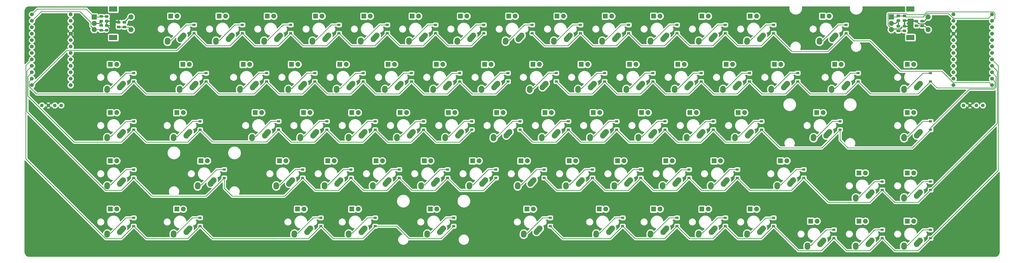
<source format=gbr>
%TF.GenerationSoftware,KiCad,Pcbnew,(5.1.9)-1*%
%TF.CreationDate,2021-03-13T21:00:17-08:00*%
%TF.ProjectId,USKB Final,55534b42-2046-4696-9e61-6c2e6b696361,rev?*%
%TF.SameCoordinates,Original*%
%TF.FileFunction,Copper,L2,Bot*%
%TF.FilePolarity,Positive*%
%FSLAX46Y46*%
G04 Gerber Fmt 4.6, Leading zero omitted, Abs format (unit mm)*
G04 Created by KiCad (PCBNEW (5.1.9)-1) date 2021-03-13 21:00:17*
%MOMM*%
%LPD*%
G01*
G04 APERTURE LIST*
%TA.AperFunction,ComponentPad*%
%ADD10R,1.905000X1.905000*%
%TD*%
%TA.AperFunction,ComponentPad*%
%ADD11C,1.905000*%
%TD*%
%TA.AperFunction,ComponentPad*%
%ADD12C,2.250000*%
%TD*%
%TA.AperFunction,ComponentPad*%
%ADD13C,1.524000*%
%TD*%
%TA.AperFunction,ComponentPad*%
%ADD14C,1.397000*%
%TD*%
%TA.AperFunction,ComponentPad*%
%ADD15R,2.000000X2.000000*%
%TD*%
%TA.AperFunction,ComponentPad*%
%ADD16C,2.000000*%
%TD*%
%TA.AperFunction,ComponentPad*%
%ADD17R,3.200000X2.000000*%
%TD*%
%TA.AperFunction,SMDPad,CuDef*%
%ADD18R,1.200000X0.900000*%
%TD*%
%TA.AperFunction,Conductor*%
%ADD19C,0.254000*%
%TD*%
%TA.AperFunction,Conductor*%
%ADD20C,0.381000*%
%TD*%
%TA.AperFunction,Conductor*%
%ADD21C,0.100000*%
%TD*%
G04 APERTURE END LIST*
D10*
%TO.P,K_Space_2,4*%
%TO.N,N/C*%
X177323750Y-107632500D03*
D11*
%TO.P,K_Space_2,3*%
X179863750Y-107632500D03*
D12*
%TO.P,K_Space_2,1*%
%TO.N,L_COL4*%
X181093750Y-116712500D03*
%TA.AperFunction,ComponentPad*%
G36*
G01*
X183156522Y-114416462D02*
X183155067Y-114415155D01*
G75*
G02*
X183241095Y-116003817I-751317J-837345D01*
G01*
X181931093Y-117463817D01*
G75*
G02*
X180342431Y-117549845I-837345J751317D01*
G01*
X180342431Y-117549845D01*
G75*
G02*
X180256403Y-115961183I751317J837345D01*
G01*
X181566405Y-114501183D01*
G75*
G02*
X183155067Y-114415155I837345J-751317D01*
G01*
G37*
%TD.AperFunction*%
%TO.P,K_Space_2,2*%
%TO.N,Net-(D_Space_2-Pad2)*%
X176053750Y-117792500D03*
%TA.AperFunction,ComponentPad*%
G36*
G01*
X176172226Y-116090240D02*
X176171153Y-116090166D01*
G75*
G02*
X177216084Y-117289903I-77403J-1122334D01*
G01*
X177176084Y-117869903D01*
G75*
G02*
X175976347Y-118914834I-1122334J77403D01*
G01*
X175976347Y-118914834D01*
G75*
G02*
X174931416Y-117715097I77403J1122334D01*
G01*
X174971416Y-117135097D01*
G75*
G02*
X176171153Y-116090166I1122334J-77403D01*
G01*
G37*
%TD.AperFunction*%
%TD*%
D10*
%TO.P,K_Space_4,4*%
%TO.N,N/C*%
X243998750Y-107632500D03*
D11*
%TO.P,K_Space_4,3*%
X246538750Y-107632500D03*
D12*
%TO.P,K_Space_4,1*%
%TO.N,COL1*%
X247768750Y-116712500D03*
%TA.AperFunction,ComponentPad*%
G36*
G01*
X249831522Y-114416462D02*
X249830067Y-114415155D01*
G75*
G02*
X249916095Y-116003817I-751317J-837345D01*
G01*
X248606093Y-117463817D01*
G75*
G02*
X247017431Y-117549845I-837345J751317D01*
G01*
X247017431Y-117549845D01*
G75*
G02*
X246931403Y-115961183I751317J837345D01*
G01*
X248241405Y-114501183D01*
G75*
G02*
X249830067Y-114415155I837345J-751317D01*
G01*
G37*
%TD.AperFunction*%
%TO.P,K_Space_4,2*%
%TO.N,Net-(D_Space_4-Pad2)*%
X242728750Y-117792500D03*
%TA.AperFunction,ComponentPad*%
G36*
G01*
X242847226Y-116090240D02*
X242846153Y-116090166D01*
G75*
G02*
X243891084Y-117289903I-77403J-1122334D01*
G01*
X243851084Y-117869903D01*
G75*
G02*
X242651347Y-118914834I-1122334J77403D01*
G01*
X242651347Y-118914834D01*
G75*
G02*
X241606416Y-117715097I77403J1122334D01*
G01*
X241646416Y-117135097D01*
G75*
G02*
X242846153Y-116090166I1122334J-77403D01*
G01*
G37*
%TD.AperFunction*%
%TD*%
D10*
%TO.P,K_Space_3,4*%
%TO.N,N/C*%
X215423750Y-107632500D03*
D11*
%TO.P,K_Space_3,3*%
X217963750Y-107632500D03*
D12*
%TO.P,K_Space_3,1*%
%TO.N,COL0*%
X219193750Y-116712500D03*
%TA.AperFunction,ComponentPad*%
G36*
G01*
X221256522Y-114416462D02*
X221255067Y-114415155D01*
G75*
G02*
X221341095Y-116003817I-751317J-837345D01*
G01*
X220031093Y-117463817D01*
G75*
G02*
X218442431Y-117549845I-837345J751317D01*
G01*
X218442431Y-117549845D01*
G75*
G02*
X218356403Y-115961183I751317J837345D01*
G01*
X219666405Y-114501183D01*
G75*
G02*
X221255067Y-114415155I837345J-751317D01*
G01*
G37*
%TD.AperFunction*%
%TO.P,K_Space_3,2*%
%TO.N,Net-(D_Space_3-Pad2)*%
X214153750Y-117792500D03*
%TA.AperFunction,ComponentPad*%
G36*
G01*
X214272226Y-116090240D02*
X214271153Y-116090166D01*
G75*
G02*
X215316084Y-117289903I-77403J-1122334D01*
G01*
X215276084Y-117869903D01*
G75*
G02*
X214076347Y-118914834I-1122334J77403D01*
G01*
X214076347Y-118914834D01*
G75*
G02*
X213031416Y-117715097I77403J1122334D01*
G01*
X213071416Y-117135097D01*
G75*
G02*
X214271153Y-116090166I1122334J-77403D01*
G01*
G37*
%TD.AperFunction*%
%TD*%
D10*
%TO.P,K_Space1,4*%
%TO.N,N/C*%
X146367500Y-107632500D03*
D11*
%TO.P,K_Space1,3*%
X148907500Y-107632500D03*
D12*
%TO.P,K_Space1,1*%
%TO.N,L_COL3*%
X150137500Y-116712500D03*
%TA.AperFunction,ComponentPad*%
G36*
G01*
X152200272Y-114416462D02*
X152198817Y-114415155D01*
G75*
G02*
X152284845Y-116003817I-751317J-837345D01*
G01*
X150974843Y-117463817D01*
G75*
G02*
X149386181Y-117549845I-837345J751317D01*
G01*
X149386181Y-117549845D01*
G75*
G02*
X149300153Y-115961183I751317J837345D01*
G01*
X150610155Y-114501183D01*
G75*
G02*
X152198817Y-114415155I837345J-751317D01*
G01*
G37*
%TD.AperFunction*%
%TO.P,K_Space1,2*%
%TO.N,Net-(D_Space1-Pad2)*%
X145097500Y-117792500D03*
%TA.AperFunction,ComponentPad*%
G36*
G01*
X145215976Y-116090240D02*
X145214903Y-116090166D01*
G75*
G02*
X146259834Y-117289903I-77403J-1122334D01*
G01*
X146219834Y-117869903D01*
G75*
G02*
X145020097Y-118914834I-1122334J77403D01*
G01*
X145020097Y-118914834D01*
G75*
G02*
X143975166Y-117715097I77403J1122334D01*
G01*
X144015166Y-117135097D01*
G75*
G02*
X145214903Y-116090166I1122334J-77403D01*
G01*
G37*
%TD.AperFunction*%
%TD*%
D13*
%TO.P,U1,24*%
%TO.N,Net-(U1-Pad24)*%
X383710150Y-30765750D03*
%TO.P,U1,23*%
%TO.N,GND*%
X383710150Y-33305750D03*
%TO.P,U1,22*%
%TO.N,RESET*%
X383710150Y-35845750D03*
%TO.P,U1,21*%
%TO.N,VCC*%
X383710150Y-38385750D03*
%TO.P,U1,20*%
%TO.N,COL0*%
X383710150Y-40925750D03*
%TO.P,U1,19*%
%TO.N,COL1*%
X383710150Y-43465750D03*
%TO.P,U1,18*%
%TO.N,COL2*%
X383710150Y-46005750D03*
%TO.P,U1,17*%
%TO.N,COL3*%
X383710150Y-48545750D03*
%TO.P,U1,16*%
%TO.N,COL4*%
X383710150Y-51085750D03*
%TO.P,U1,15*%
%TO.N,COL5*%
X383710150Y-53625750D03*
%TO.P,U1,14*%
%TO.N,COL6*%
X383710150Y-56165750D03*
%TO.P,U1,13*%
%TO.N,COL7*%
X383710150Y-58705750D03*
%TO.P,U1,12*%
%TO.N,ROW0*%
X398930150Y-58705750D03*
%TO.P,U1,11*%
%TO.N,ROW1*%
X398930150Y-56165750D03*
%TO.P,U1,10*%
%TO.N,ROW2*%
X398930150Y-53625750D03*
%TO.P,U1,9*%
%TO.N,ROW3*%
X398930150Y-51085750D03*
%TO.P,U1,8*%
%TO.N,ROW4*%
X398930150Y-48545750D03*
%TO.P,U1,7*%
%TO.N,Net-(U1-Pad7)*%
X398930150Y-46005750D03*
%TO.P,U1,6*%
%TO.N,SCL*%
X398930150Y-43465750D03*
%TO.P,U1,5*%
%TO.N,SDA*%
X398930150Y-40925750D03*
%TO.P,U1,4*%
%TO.N,GND*%
X398930150Y-38385750D03*
%TO.P,U1,3*%
X398930150Y-35845750D03*
%TO.P,U1,2*%
%TO.N,ROT_B*%
X398930150Y-33305750D03*
%TO.P,U1,1*%
%TO.N,ROT_A*%
X398930150Y-30765750D03*
%TD*%
%TO.P,L_U1,24*%
%TO.N,Net-(L_U1-Pad24)*%
X35412650Y-30765750D03*
%TO.P,L_U1,23*%
%TO.N,GND*%
X35412650Y-33305750D03*
%TO.P,L_U1,22*%
%TO.N,L_RESET*%
X35412650Y-35845750D03*
%TO.P,L_U1,21*%
%TO.N,VCC*%
X35412650Y-38385750D03*
%TO.P,L_U1,20*%
%TO.N,L_COL7*%
X35412650Y-40925750D03*
%TO.P,L_U1,19*%
%TO.N,L_COL6*%
X35412650Y-43465750D03*
%TO.P,L_U1,18*%
%TO.N,L_COL5*%
X35412650Y-46005750D03*
%TO.P,L_U1,17*%
%TO.N,L_COL4*%
X35412650Y-48545750D03*
%TO.P,L_U1,16*%
%TO.N,L_COL3*%
X35412650Y-51085750D03*
%TO.P,L_U1,15*%
%TO.N,L_COL2*%
X35412650Y-53625750D03*
%TO.P,L_U1,14*%
%TO.N,L_COL1*%
X35412650Y-56165750D03*
%TO.P,L_U1,13*%
%TO.N,L_COL0*%
X35412650Y-58705750D03*
%TO.P,L_U1,12*%
%TO.N,L_ROW0*%
X20152650Y-58705750D03*
%TO.P,L_U1,11*%
%TO.N,L_ROW1*%
X20152650Y-56165750D03*
%TO.P,L_U1,10*%
%TO.N,L_ROW2*%
X20152650Y-53625750D03*
%TO.P,L_U1,9*%
%TO.N,L_ROW3*%
X20152650Y-51085750D03*
%TO.P,L_U1,8*%
%TO.N,L_ROW4*%
X20152650Y-48545750D03*
%TO.P,L_U1,7*%
%TO.N,Net-(L_U1-Pad7)*%
X20152650Y-46005750D03*
%TO.P,L_U1,6*%
%TO.N,L_SCL*%
X20152650Y-43465750D03*
%TO.P,L_U1,5*%
%TO.N,L_SDA*%
X20152650Y-40925750D03*
%TO.P,L_U1,4*%
%TO.N,GND*%
X20152650Y-38385750D03*
%TO.P,L_U1,3*%
X20152650Y-35845750D03*
%TO.P,L_U1,2*%
%TO.N,L_ROT_B*%
X20152650Y-33305750D03*
%TO.P,L_U1,1*%
%TO.N,L_ROT_A*%
X20152650Y-30765750D03*
%TD*%
D10*
%TO.P,K_Caps1,4*%
%TO.N,N/C*%
X77311250Y-69532500D03*
D11*
%TO.P,K_Caps1,3*%
X79851250Y-69532500D03*
D12*
%TO.P,K_Caps1,1*%
%TO.N,L_COL1*%
X81081250Y-78612500D03*
%TA.AperFunction,ComponentPad*%
G36*
G01*
X83144022Y-76316462D02*
X83142567Y-76315155D01*
G75*
G02*
X83228595Y-77903817I-751317J-837345D01*
G01*
X81918593Y-79363817D01*
G75*
G02*
X80329931Y-79449845I-837345J751317D01*
G01*
X80329931Y-79449845D01*
G75*
G02*
X80243903Y-77861183I751317J837345D01*
G01*
X81553905Y-76401183D01*
G75*
G02*
X83142567Y-76315155I837345J-751317D01*
G01*
G37*
%TD.AperFunction*%
%TO.P,K_Caps1,2*%
%TO.N,Net-(D_Caps1-Pad2)*%
X76041250Y-79692500D03*
%TA.AperFunction,ComponentPad*%
G36*
G01*
X76159726Y-77990240D02*
X76158653Y-77990166D01*
G75*
G02*
X77203584Y-79189903I-77403J-1122334D01*
G01*
X77163584Y-79769903D01*
G75*
G02*
X75963847Y-80814834I-1122334J77403D01*
G01*
X75963847Y-80814834D01*
G75*
G02*
X74918916Y-79615097I77403J1122334D01*
G01*
X74958916Y-79035097D01*
G75*
G02*
X76158653Y-77990166I1122334J-77403D01*
G01*
G37*
%TD.AperFunction*%
%TD*%
D10*
%TO.P,K_Shift2,4*%
%TO.N,N/C*%
X315436250Y-88582500D03*
D11*
%TO.P,K_Shift2,3*%
X317976250Y-88582500D03*
D12*
%TO.P,K_Shift2,1*%
%TO.N,COL5*%
X319206250Y-97662500D03*
%TA.AperFunction,ComponentPad*%
G36*
G01*
X321269022Y-95366462D02*
X321267567Y-95365155D01*
G75*
G02*
X321353595Y-96953817I-751317J-837345D01*
G01*
X320043593Y-98413817D01*
G75*
G02*
X318454931Y-98499845I-837345J751317D01*
G01*
X318454931Y-98499845D01*
G75*
G02*
X318368903Y-96911183I751317J837345D01*
G01*
X319678905Y-95451183D01*
G75*
G02*
X321267567Y-95365155I837345J-751317D01*
G01*
G37*
%TD.AperFunction*%
%TO.P,K_Shift2,2*%
%TO.N,Net-(D_Shift2-Pad2)*%
X314166250Y-98742500D03*
%TA.AperFunction,ComponentPad*%
G36*
G01*
X314284726Y-97040240D02*
X314283653Y-97040166D01*
G75*
G02*
X315328584Y-98239903I-77403J-1122334D01*
G01*
X315288584Y-98819903D01*
G75*
G02*
X314088847Y-99864834I-1122334J77403D01*
G01*
X314088847Y-99864834D01*
G75*
G02*
X313043916Y-98665097I77403J1122334D01*
G01*
X313083916Y-98085097D01*
G75*
G02*
X314283653Y-97040166I1122334J-77403D01*
G01*
G37*
%TD.AperFunction*%
%TD*%
%TO.P,R6,2*%
%TO.N,L_K_ENC*%
%TA.AperFunction,SMDPad,CuDef*%
G36*
G01*
X53905998Y-35198000D02*
X54806002Y-35198000D01*
G75*
G02*
X55056000Y-35447998I0J-249998D01*
G01*
X55056000Y-35973002D01*
G75*
G02*
X54806002Y-36223000I-249998J0D01*
G01*
X53905998Y-36223000D01*
G75*
G02*
X53656000Y-35973002I0J249998D01*
G01*
X53656000Y-35447998D01*
G75*
G02*
X53905998Y-35198000I249998J0D01*
G01*
G37*
%TD.AperFunction*%
%TO.P,R6,1*%
%TO.N,VCC*%
%TA.AperFunction,SMDPad,CuDef*%
G36*
G01*
X53905998Y-33373000D02*
X54806002Y-33373000D01*
G75*
G02*
X55056000Y-33622998I0J-249998D01*
G01*
X55056000Y-34148002D01*
G75*
G02*
X54806002Y-34398000I-249998J0D01*
G01*
X53905998Y-34398000D01*
G75*
G02*
X53656000Y-34148002I0J249998D01*
G01*
X53656000Y-33622998D01*
G75*
G02*
X53905998Y-33373000I249998J0D01*
G01*
G37*
%TD.AperFunction*%
%TD*%
%TO.P,R5,2*%
%TO.N,VCC*%
%TA.AperFunction,SMDPad,CuDef*%
G36*
G01*
X50101922Y-35662920D02*
X49201918Y-35662920D01*
G75*
G02*
X48951920Y-35412922I0J249998D01*
G01*
X48951920Y-34887918D01*
G75*
G02*
X49201918Y-34637920I249998J0D01*
G01*
X50101922Y-34637920D01*
G75*
G02*
X50351920Y-34887918I0J-249998D01*
G01*
X50351920Y-35412922D01*
G75*
G02*
X50101922Y-35662920I-249998J0D01*
G01*
G37*
%TD.AperFunction*%
%TO.P,R5,1*%
%TO.N,L_ROT_B*%
%TA.AperFunction,SMDPad,CuDef*%
G36*
G01*
X50101922Y-37487920D02*
X49201918Y-37487920D01*
G75*
G02*
X48951920Y-37237922I0J249998D01*
G01*
X48951920Y-36712918D01*
G75*
G02*
X49201918Y-36462920I249998J0D01*
G01*
X50101922Y-36462920D01*
G75*
G02*
X50351920Y-36712918I0J-249998D01*
G01*
X50351920Y-37237922D01*
G75*
G02*
X50101922Y-37487920I-249998J0D01*
G01*
G37*
%TD.AperFunction*%
%TD*%
%TO.P,R4,2*%
%TO.N,VCC*%
%TA.AperFunction,SMDPad,CuDef*%
G36*
G01*
X49201918Y-32886600D02*
X50101922Y-32886600D01*
G75*
G02*
X50351920Y-33136598I0J-249998D01*
G01*
X50351920Y-33661602D01*
G75*
G02*
X50101922Y-33911600I-249998J0D01*
G01*
X49201918Y-33911600D01*
G75*
G02*
X48951920Y-33661602I0J249998D01*
G01*
X48951920Y-33136598D01*
G75*
G02*
X49201918Y-32886600I249998J0D01*
G01*
G37*
%TD.AperFunction*%
%TO.P,R4,1*%
%TO.N,L_ROT_A*%
%TA.AperFunction,SMDPad,CuDef*%
G36*
G01*
X49201918Y-31061600D02*
X50101922Y-31061600D01*
G75*
G02*
X50351920Y-31311598I0J-249998D01*
G01*
X50351920Y-31836602D01*
G75*
G02*
X50101922Y-32086600I-249998J0D01*
G01*
X49201918Y-32086600D01*
G75*
G02*
X48951920Y-31836602I0J249998D01*
G01*
X48951920Y-31311598D01*
G75*
G02*
X49201918Y-31061600I249998J0D01*
G01*
G37*
%TD.AperFunction*%
%TD*%
%TO.P,R3,2*%
%TO.N,K_ENC*%
%TA.AperFunction,SMDPad,CuDef*%
G36*
G01*
X368611998Y-34713500D02*
X369512002Y-34713500D01*
G75*
G02*
X369762000Y-34963498I0J-249998D01*
G01*
X369762000Y-35488502D01*
G75*
G02*
X369512002Y-35738500I-249998J0D01*
G01*
X368611998Y-35738500D01*
G75*
G02*
X368362000Y-35488502I0J249998D01*
G01*
X368362000Y-34963498D01*
G75*
G02*
X368611998Y-34713500I249998J0D01*
G01*
G37*
%TD.AperFunction*%
%TO.P,R3,1*%
%TO.N,VCC*%
%TA.AperFunction,SMDPad,CuDef*%
G36*
G01*
X368611998Y-32888500D02*
X369512002Y-32888500D01*
G75*
G02*
X369762000Y-33138498I0J-249998D01*
G01*
X369762000Y-33663502D01*
G75*
G02*
X369512002Y-33913500I-249998J0D01*
G01*
X368611998Y-33913500D01*
G75*
G02*
X368362000Y-33663502I0J249998D01*
G01*
X368362000Y-33138498D01*
G75*
G02*
X368611998Y-32888500I249998J0D01*
G01*
G37*
%TD.AperFunction*%
%TD*%
%TO.P,R2,2*%
%TO.N,VCC*%
%TA.AperFunction,SMDPad,CuDef*%
G36*
G01*
X364813002Y-35922000D02*
X363912998Y-35922000D01*
G75*
G02*
X363663000Y-35672002I0J249998D01*
G01*
X363663000Y-35146998D01*
G75*
G02*
X363912998Y-34897000I249998J0D01*
G01*
X364813002Y-34897000D01*
G75*
G02*
X365063000Y-35146998I0J-249998D01*
G01*
X365063000Y-35672002D01*
G75*
G02*
X364813002Y-35922000I-249998J0D01*
G01*
G37*
%TD.AperFunction*%
%TO.P,R2,1*%
%TO.N,ROT_B*%
%TA.AperFunction,SMDPad,CuDef*%
G36*
G01*
X364813002Y-37747000D02*
X363912998Y-37747000D01*
G75*
G02*
X363663000Y-37497002I0J249998D01*
G01*
X363663000Y-36971998D01*
G75*
G02*
X363912998Y-36722000I249998J0D01*
G01*
X364813002Y-36722000D01*
G75*
G02*
X365063000Y-36971998I0J-249998D01*
G01*
X365063000Y-37497002D01*
G75*
G02*
X364813002Y-37747000I-249998J0D01*
G01*
G37*
%TD.AperFunction*%
%TD*%
%TO.P,R1,2*%
%TO.N,VCC*%
%TA.AperFunction,SMDPad,CuDef*%
G36*
G01*
X363912998Y-32658000D02*
X364813002Y-32658000D01*
G75*
G02*
X365063000Y-32907998I0J-249998D01*
G01*
X365063000Y-33433002D01*
G75*
G02*
X364813002Y-33683000I-249998J0D01*
G01*
X363912998Y-33683000D01*
G75*
G02*
X363663000Y-33433002I0J249998D01*
G01*
X363663000Y-32907998D01*
G75*
G02*
X363912998Y-32658000I249998J0D01*
G01*
G37*
%TD.AperFunction*%
%TO.P,R1,1*%
%TO.N,ROT_A*%
%TA.AperFunction,SMDPad,CuDef*%
G36*
G01*
X363912998Y-30833000D02*
X364813002Y-30833000D01*
G75*
G02*
X365063000Y-31082998I0J-249998D01*
G01*
X365063000Y-31608002D01*
G75*
G02*
X364813002Y-31858000I-249998J0D01*
G01*
X363912998Y-31858000D01*
G75*
G02*
X363663000Y-31608002I0J249998D01*
G01*
X363663000Y-31082998D01*
G75*
G02*
X363912998Y-30833000I249998J0D01*
G01*
G37*
%TD.AperFunction*%
%TD*%
D14*
%TO.P,OL1,4*%
%TO.N,GND*%
X387667500Y-66675000D03*
%TO.P,OL1,3*%
%TO.N,VCC*%
X390207500Y-66675000D03*
%TO.P,OL1,2*%
%TO.N,SCL*%
X392747500Y-66675000D03*
%TO.P,OL1,1*%
%TO.N,SDA*%
X395287500Y-66675000D03*
%TD*%
%TO.P,L_OL1,4*%
%TO.N,GND*%
X24130000Y-66675000D03*
%TO.P,L_OL1,3*%
%TO.N,VCC*%
X26670000Y-66675000D03*
%TO.P,L_OL1,2*%
%TO.N,L_SCL*%
X29210000Y-66675000D03*
%TO.P,L_OL1,1*%
%TO.N,L_SDA*%
X31750000Y-66675000D03*
%TD*%
D15*
%TO.P,L_ENC1,A*%
%TO.N,L_ROT_A*%
X44735750Y-31750000D03*
D16*
%TO.P,L_ENC1,C*%
%TO.N,GND*%
X44735750Y-34250000D03*
%TO.P,L_ENC1,B*%
%TO.N,L_ROT_B*%
X44735750Y-36750000D03*
D17*
%TO.P,L_ENC1,MP*%
%TO.N,N/C*%
X52235750Y-28650000D03*
X52235750Y-39850000D03*
D16*
%TO.P,L_ENC1,S2*%
%TO.N,GND*%
X59235750Y-31750000D03*
%TO.P,L_ENC1,S1*%
%TO.N,L_K_ENC*%
X59235750Y-36750000D03*
%TD*%
D10*
%TO.P,K_Z1,4*%
%TO.N,N/C*%
X117792500Y-88582500D03*
D11*
%TO.P,K_Z1,3*%
X120332500Y-88582500D03*
D12*
%TO.P,K_Z1,1*%
%TO.N,L_COL2*%
X121562500Y-97662500D03*
%TA.AperFunction,ComponentPad*%
G36*
G01*
X123625272Y-95366462D02*
X123623817Y-95365155D01*
G75*
G02*
X123709845Y-96953817I-751317J-837345D01*
G01*
X122399843Y-98413817D01*
G75*
G02*
X120811181Y-98499845I-837345J751317D01*
G01*
X120811181Y-98499845D01*
G75*
G02*
X120725153Y-96911183I751317J837345D01*
G01*
X122035155Y-95451183D01*
G75*
G02*
X123623817Y-95365155I837345J-751317D01*
G01*
G37*
%TD.AperFunction*%
%TO.P,K_Z1,2*%
%TO.N,Net-(D_Z1-Pad2)*%
X116522500Y-98742500D03*
%TA.AperFunction,ComponentPad*%
G36*
G01*
X116640976Y-97040240D02*
X116639903Y-97040166D01*
G75*
G02*
X117684834Y-98239903I-77403J-1122334D01*
G01*
X117644834Y-98819903D01*
G75*
G02*
X116445097Y-99864834I-1122334J77403D01*
G01*
X116445097Y-99864834D01*
G75*
G02*
X115400166Y-98665097I77403J1122334D01*
G01*
X115440166Y-98085097D01*
G75*
G02*
X116639903Y-97040166I1122334J-77403D01*
G01*
G37*
%TD.AperFunction*%
%TD*%
D10*
%TO.P,K_Y1,4*%
%TO.N,N/C*%
X198755000Y-50482500D03*
D11*
%TO.P,K_Y1,3*%
X201295000Y-50482500D03*
D12*
%TO.P,K_Y1,1*%
%TO.N,L_COL7*%
X202525000Y-59562500D03*
%TA.AperFunction,ComponentPad*%
G36*
G01*
X204587772Y-57266462D02*
X204586317Y-57265155D01*
G75*
G02*
X204672345Y-58853817I-751317J-837345D01*
G01*
X203362343Y-60313817D01*
G75*
G02*
X201773681Y-60399845I-837345J751317D01*
G01*
X201773681Y-60399845D01*
G75*
G02*
X201687653Y-58811183I751317J837345D01*
G01*
X202997655Y-57351183D01*
G75*
G02*
X204586317Y-57265155I837345J-751317D01*
G01*
G37*
%TD.AperFunction*%
%TO.P,K_Y1,2*%
%TO.N,Net-(D_Y1-Pad2)*%
X197485000Y-60642500D03*
%TA.AperFunction,ComponentPad*%
G36*
G01*
X197603476Y-58940240D02*
X197602403Y-58940166D01*
G75*
G02*
X198647334Y-60139903I-77403J-1122334D01*
G01*
X198607334Y-60719903D01*
G75*
G02*
X197407597Y-61764834I-1122334J77403D01*
G01*
X197407597Y-61764834D01*
G75*
G02*
X196362666Y-60565097I77403J1122334D01*
G01*
X196402666Y-59985097D01*
G75*
G02*
X197602403Y-58940166I1122334J-77403D01*
G01*
G37*
%TD.AperFunction*%
%TD*%
D10*
%TO.P,K_X1,4*%
%TO.N,N/C*%
X136842500Y-88582500D03*
D11*
%TO.P,K_X1,3*%
X139382500Y-88582500D03*
D12*
%TO.P,K_X1,1*%
%TO.N,L_COL3*%
X140612500Y-97662500D03*
%TA.AperFunction,ComponentPad*%
G36*
G01*
X142675272Y-95366462D02*
X142673817Y-95365155D01*
G75*
G02*
X142759845Y-96953817I-751317J-837345D01*
G01*
X141449843Y-98413817D01*
G75*
G02*
X139861181Y-98499845I-837345J751317D01*
G01*
X139861181Y-98499845D01*
G75*
G02*
X139775153Y-96911183I751317J837345D01*
G01*
X141085155Y-95451183D01*
G75*
G02*
X142673817Y-95365155I837345J-751317D01*
G01*
G37*
%TD.AperFunction*%
%TO.P,K_X1,2*%
%TO.N,Net-(D_X1-Pad2)*%
X135572500Y-98742500D03*
%TA.AperFunction,ComponentPad*%
G36*
G01*
X135690976Y-97040240D02*
X135689903Y-97040166D01*
G75*
G02*
X136734834Y-98239903I-77403J-1122334D01*
G01*
X136694834Y-98819903D01*
G75*
G02*
X135495097Y-99864834I-1122334J77403D01*
G01*
X135495097Y-99864834D01*
G75*
G02*
X134450166Y-98665097I77403J1122334D01*
G01*
X134490166Y-98085097D01*
G75*
G02*
X135689903Y-97040166I1122334J-77403D01*
G01*
G37*
%TD.AperFunction*%
%TD*%
D10*
%TO.P,K_Win1,4*%
%TO.N,N/C*%
X365442500Y-93345000D03*
D11*
%TO.P,K_Win1,3*%
X367982500Y-93345000D03*
D12*
%TO.P,K_Win1,1*%
%TO.N,COL7*%
X369212500Y-102425000D03*
%TA.AperFunction,ComponentPad*%
G36*
G01*
X371275272Y-100128962D02*
X371273817Y-100127655D01*
G75*
G02*
X371359845Y-101716317I-751317J-837345D01*
G01*
X370049843Y-103176317D01*
G75*
G02*
X368461181Y-103262345I-837345J751317D01*
G01*
X368461181Y-103262345D01*
G75*
G02*
X368375153Y-101673683I751317J837345D01*
G01*
X369685155Y-100213683D01*
G75*
G02*
X371273817Y-100127655I837345J-751317D01*
G01*
G37*
%TD.AperFunction*%
%TO.P,K_Win1,2*%
%TO.N,Net-(D_Win1-Pad2)*%
X364172500Y-103505000D03*
%TA.AperFunction,ComponentPad*%
G36*
G01*
X364290976Y-101802740D02*
X364289903Y-101802666D01*
G75*
G02*
X365334834Y-103002403I-77403J-1122334D01*
G01*
X365294834Y-103582403D01*
G75*
G02*
X364095097Y-104627334I-1122334J77403D01*
G01*
X364095097Y-104627334D01*
G75*
G02*
X363050166Y-103427597I77403J1122334D01*
G01*
X363090166Y-102847597D01*
G75*
G02*
X364289903Y-101802666I1122334J-77403D01*
G01*
G37*
%TD.AperFunction*%
%TD*%
D10*
%TO.P,K_W1,4*%
%TO.N,N/C*%
X122555000Y-50482500D03*
D11*
%TO.P,K_W1,3*%
X125095000Y-50482500D03*
D12*
%TO.P,K_W1,1*%
%TO.N,L_COL3*%
X126325000Y-59562500D03*
%TA.AperFunction,ComponentPad*%
G36*
G01*
X128387772Y-57266462D02*
X128386317Y-57265155D01*
G75*
G02*
X128472345Y-58853817I-751317J-837345D01*
G01*
X127162343Y-60313817D01*
G75*
G02*
X125573681Y-60399845I-837345J751317D01*
G01*
X125573681Y-60399845D01*
G75*
G02*
X125487653Y-58811183I751317J837345D01*
G01*
X126797655Y-57351183D01*
G75*
G02*
X128386317Y-57265155I837345J-751317D01*
G01*
G37*
%TD.AperFunction*%
%TO.P,K_W1,2*%
%TO.N,Net-(D_W1-Pad2)*%
X121285000Y-60642500D03*
%TA.AperFunction,ComponentPad*%
G36*
G01*
X121403476Y-58940240D02*
X121402403Y-58940166D01*
G75*
G02*
X122447334Y-60139903I-77403J-1122334D01*
G01*
X122407334Y-60719903D01*
G75*
G02*
X121207597Y-61764834I-1122334J77403D01*
G01*
X121207597Y-61764834D01*
G75*
G02*
X120162666Y-60565097I77403J1122334D01*
G01*
X120202666Y-59985097D01*
G75*
G02*
X121402403Y-58940166I1122334J-77403D01*
G01*
G37*
%TD.AperFunction*%
%TD*%
D10*
%TO.P,K_V1,4*%
%TO.N,N/C*%
X174942500Y-88582500D03*
D11*
%TO.P,K_V1,3*%
X177482500Y-88582500D03*
D12*
%TO.P,K_V1,1*%
%TO.N,L_COL5*%
X178712500Y-97662500D03*
%TA.AperFunction,ComponentPad*%
G36*
G01*
X180775272Y-95366462D02*
X180773817Y-95365155D01*
G75*
G02*
X180859845Y-96953817I-751317J-837345D01*
G01*
X179549843Y-98413817D01*
G75*
G02*
X177961181Y-98499845I-837345J751317D01*
G01*
X177961181Y-98499845D01*
G75*
G02*
X177875153Y-96911183I751317J837345D01*
G01*
X179185155Y-95451183D01*
G75*
G02*
X180773817Y-95365155I837345J-751317D01*
G01*
G37*
%TD.AperFunction*%
%TO.P,K_V1,2*%
%TO.N,Net-(D_V1-Pad2)*%
X173672500Y-98742500D03*
%TA.AperFunction,ComponentPad*%
G36*
G01*
X173790976Y-97040240D02*
X173789903Y-97040166D01*
G75*
G02*
X174834834Y-98239903I-77403J-1122334D01*
G01*
X174794834Y-98819903D01*
G75*
G02*
X173595097Y-99864834I-1122334J77403D01*
G01*
X173595097Y-99864834D01*
G75*
G02*
X172550166Y-98665097I77403J1122334D01*
G01*
X172590166Y-98085097D01*
G75*
G02*
X173789903Y-97040166I1122334J-77403D01*
G01*
G37*
%TD.AperFunction*%
%TD*%
D10*
%TO.P,K_UArrow1,4*%
%TO.N,N/C*%
X346392500Y-93345000D03*
D11*
%TO.P,K_UArrow1,3*%
X348932500Y-93345000D03*
D12*
%TO.P,K_UArrow1,1*%
%TO.N,COL6*%
X350162500Y-102425000D03*
%TA.AperFunction,ComponentPad*%
G36*
G01*
X352225272Y-100128962D02*
X352223817Y-100127655D01*
G75*
G02*
X352309845Y-101716317I-751317J-837345D01*
G01*
X350999843Y-103176317D01*
G75*
G02*
X349411181Y-103262345I-837345J751317D01*
G01*
X349411181Y-103262345D01*
G75*
G02*
X349325153Y-101673683I751317J837345D01*
G01*
X350635155Y-100213683D01*
G75*
G02*
X352223817Y-100127655I837345J-751317D01*
G01*
G37*
%TD.AperFunction*%
%TO.P,K_UArrow1,2*%
%TO.N,Net-(D_UArrow1-Pad2)*%
X345122500Y-103505000D03*
%TA.AperFunction,ComponentPad*%
G36*
G01*
X345240976Y-101802740D02*
X345239903Y-101802666D01*
G75*
G02*
X346284834Y-103002403I-77403J-1122334D01*
G01*
X346244834Y-103582403D01*
G75*
G02*
X345045097Y-104627334I-1122334J77403D01*
G01*
X345045097Y-104627334D01*
G75*
G02*
X344000166Y-103427597I77403J1122334D01*
G01*
X344040166Y-102847597D01*
G75*
G02*
X345239903Y-101802666I1122334J-77403D01*
G01*
G37*
%TD.AperFunction*%
%TD*%
D10*
%TO.P,K_U1,4*%
%TO.N,N/C*%
X217805000Y-50482500D03*
D11*
%TO.P,K_U1,3*%
X220345000Y-50482500D03*
D12*
%TO.P,K_U1,1*%
%TO.N,COL0*%
X221575000Y-59562500D03*
%TA.AperFunction,ComponentPad*%
G36*
G01*
X223637772Y-57266462D02*
X223636317Y-57265155D01*
G75*
G02*
X223722345Y-58853817I-751317J-837345D01*
G01*
X222412343Y-60313817D01*
G75*
G02*
X220823681Y-60399845I-837345J751317D01*
G01*
X220823681Y-60399845D01*
G75*
G02*
X220737653Y-58811183I751317J837345D01*
G01*
X222047655Y-57351183D01*
G75*
G02*
X223636317Y-57265155I837345J-751317D01*
G01*
G37*
%TD.AperFunction*%
%TO.P,K_U1,2*%
%TO.N,Net-(D_U1-Pad2)*%
X216535000Y-60642500D03*
%TA.AperFunction,ComponentPad*%
G36*
G01*
X216653476Y-58940240D02*
X216652403Y-58940166D01*
G75*
G02*
X217697334Y-60139903I-77403J-1122334D01*
G01*
X217657334Y-60719903D01*
G75*
G02*
X216457597Y-61764834I-1122334J77403D01*
G01*
X216457597Y-61764834D01*
G75*
G02*
X215412666Y-60565097I77403J1122334D01*
G01*
X215452666Y-59985097D01*
G75*
G02*
X216652403Y-58940166I1122334J-77403D01*
G01*
G37*
%TD.AperFunction*%
%TD*%
D10*
%TO.P,K_Tab1,4*%
%TO.N,N/C*%
X79692500Y-50482500D03*
D11*
%TO.P,K_Tab1,3*%
X82232500Y-50482500D03*
D12*
%TO.P,K_Tab1,1*%
%TO.N,L_COL1*%
X83462500Y-59562500D03*
%TA.AperFunction,ComponentPad*%
G36*
G01*
X85525272Y-57266462D02*
X85523817Y-57265155D01*
G75*
G02*
X85609845Y-58853817I-751317J-837345D01*
G01*
X84299843Y-60313817D01*
G75*
G02*
X82711181Y-60399845I-837345J751317D01*
G01*
X82711181Y-60399845D01*
G75*
G02*
X82625153Y-58811183I751317J837345D01*
G01*
X83935155Y-57351183D01*
G75*
G02*
X85523817Y-57265155I837345J-751317D01*
G01*
G37*
%TD.AperFunction*%
%TO.P,K_Tab1,2*%
%TO.N,Net-(D_Tab1-Pad2)*%
X78422500Y-60642500D03*
%TA.AperFunction,ComponentPad*%
G36*
G01*
X78540976Y-58940240D02*
X78539903Y-58940166D01*
G75*
G02*
X79584834Y-60139903I-77403J-1122334D01*
G01*
X79544834Y-60719903D01*
G75*
G02*
X78345097Y-61764834I-1122334J77403D01*
G01*
X78345097Y-61764834D01*
G75*
G02*
X77300166Y-60565097I77403J1122334D01*
G01*
X77340166Y-59985097D01*
G75*
G02*
X78539903Y-58940166I1122334J-77403D01*
G01*
G37*
%TD.AperFunction*%
%TD*%
D10*
%TO.P,K_T1,4*%
%TO.N,N/C*%
X179705000Y-50482500D03*
D11*
%TO.P,K_T1,3*%
X182245000Y-50482500D03*
D12*
%TO.P,K_T1,1*%
%TO.N,L_COL6*%
X183475000Y-59562500D03*
%TA.AperFunction,ComponentPad*%
G36*
G01*
X185537772Y-57266462D02*
X185536317Y-57265155D01*
G75*
G02*
X185622345Y-58853817I-751317J-837345D01*
G01*
X184312343Y-60313817D01*
G75*
G02*
X182723681Y-60399845I-837345J751317D01*
G01*
X182723681Y-60399845D01*
G75*
G02*
X182637653Y-58811183I751317J837345D01*
G01*
X183947655Y-57351183D01*
G75*
G02*
X185536317Y-57265155I837345J-751317D01*
G01*
G37*
%TD.AperFunction*%
%TO.P,K_T1,2*%
%TO.N,Net-(D_T1-Pad2)*%
X178435000Y-60642500D03*
%TA.AperFunction,ComponentPad*%
G36*
G01*
X178553476Y-58940240D02*
X178552403Y-58940166D01*
G75*
G02*
X179597334Y-60139903I-77403J-1122334D01*
G01*
X179557334Y-60719903D01*
G75*
G02*
X178357597Y-61764834I-1122334J77403D01*
G01*
X178357597Y-61764834D01*
G75*
G02*
X177312666Y-60565097I77403J1122334D01*
G01*
X177352666Y-59985097D01*
G75*
G02*
X178552403Y-58940166I1122334J-77403D01*
G01*
G37*
%TD.AperFunction*%
%TD*%
D10*
%TO.P,K_Slash1,4*%
%TO.N,N/C*%
X289242500Y-88582500D03*
D11*
%TO.P,K_Slash1,3*%
X291782500Y-88582500D03*
D12*
%TO.P,K_Slash1,1*%
%TO.N,COL4*%
X293012500Y-97662500D03*
%TA.AperFunction,ComponentPad*%
G36*
G01*
X295075272Y-95366462D02*
X295073817Y-95365155D01*
G75*
G02*
X295159845Y-96953817I-751317J-837345D01*
G01*
X293849843Y-98413817D01*
G75*
G02*
X292261181Y-98499845I-837345J751317D01*
G01*
X292261181Y-98499845D01*
G75*
G02*
X292175153Y-96911183I751317J837345D01*
G01*
X293485155Y-95451183D01*
G75*
G02*
X295073817Y-95365155I837345J-751317D01*
G01*
G37*
%TD.AperFunction*%
%TO.P,K_Slash1,2*%
%TO.N,Net-(D_Slash1-Pad2)*%
X287972500Y-98742500D03*
%TA.AperFunction,ComponentPad*%
G36*
G01*
X288090976Y-97040240D02*
X288089903Y-97040166D01*
G75*
G02*
X289134834Y-98239903I-77403J-1122334D01*
G01*
X289094834Y-98819903D01*
G75*
G02*
X287895097Y-99864834I-1122334J77403D01*
G01*
X287895097Y-99864834D01*
G75*
G02*
X286850166Y-98665097I77403J1122334D01*
G01*
X286890166Y-98085097D01*
G75*
G02*
X288089903Y-97040166I1122334J-77403D01*
G01*
G37*
%TD.AperFunction*%
%TD*%
D10*
%TO.P,K_Shift1,4*%
%TO.N,N/C*%
X86836250Y-88582500D03*
D11*
%TO.P,K_Shift1,3*%
X89376250Y-88582500D03*
D12*
%TO.P,K_Shift1,1*%
%TO.N,L_COL1*%
X90606250Y-97662500D03*
%TA.AperFunction,ComponentPad*%
G36*
G01*
X92669022Y-95366462D02*
X92667567Y-95365155D01*
G75*
G02*
X92753595Y-96953817I-751317J-837345D01*
G01*
X91443593Y-98413817D01*
G75*
G02*
X89854931Y-98499845I-837345J751317D01*
G01*
X89854931Y-98499845D01*
G75*
G02*
X89768903Y-96911183I751317J837345D01*
G01*
X91078905Y-95451183D01*
G75*
G02*
X92667567Y-95365155I837345J-751317D01*
G01*
G37*
%TD.AperFunction*%
%TO.P,K_Shift1,2*%
%TO.N,Net-(D_Shift1-Pad2)*%
X85566250Y-98742500D03*
%TA.AperFunction,ComponentPad*%
G36*
G01*
X85684726Y-97040240D02*
X85683653Y-97040166D01*
G75*
G02*
X86728584Y-98239903I-77403J-1122334D01*
G01*
X86688584Y-98819903D01*
G75*
G02*
X85488847Y-99864834I-1122334J77403D01*
G01*
X85488847Y-99864834D01*
G75*
G02*
X84443916Y-98665097I77403J1122334D01*
G01*
X84483916Y-98085097D01*
G75*
G02*
X85683653Y-97040166I1122334J-77403D01*
G01*
G37*
%TD.AperFunction*%
%TD*%
D10*
%TO.P,K_S1,4*%
%TO.N,N/C*%
X127317500Y-69532500D03*
D11*
%TO.P,K_S1,3*%
X129857500Y-69532500D03*
D12*
%TO.P,K_S1,1*%
%TO.N,L_COL3*%
X131087500Y-78612500D03*
%TA.AperFunction,ComponentPad*%
G36*
G01*
X133150272Y-76316462D02*
X133148817Y-76315155D01*
G75*
G02*
X133234845Y-77903817I-751317J-837345D01*
G01*
X131924843Y-79363817D01*
G75*
G02*
X130336181Y-79449845I-837345J751317D01*
G01*
X130336181Y-79449845D01*
G75*
G02*
X130250153Y-77861183I751317J837345D01*
G01*
X131560155Y-76401183D01*
G75*
G02*
X133148817Y-76315155I837345J-751317D01*
G01*
G37*
%TD.AperFunction*%
%TO.P,K_S1,2*%
%TO.N,Net-(D_S1-Pad2)*%
X126047500Y-79692500D03*
%TA.AperFunction,ComponentPad*%
G36*
G01*
X126165976Y-77990240D02*
X126164903Y-77990166D01*
G75*
G02*
X127209834Y-79189903I-77403J-1122334D01*
G01*
X127169834Y-79769903D01*
G75*
G02*
X125970097Y-80814834I-1122334J77403D01*
G01*
X125970097Y-80814834D01*
G75*
G02*
X124925166Y-79615097I77403J1122334D01*
G01*
X124965166Y-79035097D01*
G75*
G02*
X126164903Y-77990166I1122334J-77403D01*
G01*
G37*
%TD.AperFunction*%
%TD*%
D10*
%TO.P,K_RThan1,4*%
%TO.N,N/C*%
X270192500Y-88582500D03*
D11*
%TO.P,K_RThan1,3*%
X272732500Y-88582500D03*
D12*
%TO.P,K_RThan1,1*%
%TO.N,COL3*%
X273962500Y-97662500D03*
%TA.AperFunction,ComponentPad*%
G36*
G01*
X276025272Y-95366462D02*
X276023817Y-95365155D01*
G75*
G02*
X276109845Y-96953817I-751317J-837345D01*
G01*
X274799843Y-98413817D01*
G75*
G02*
X273211181Y-98499845I-837345J751317D01*
G01*
X273211181Y-98499845D01*
G75*
G02*
X273125153Y-96911183I751317J837345D01*
G01*
X274435155Y-95451183D01*
G75*
G02*
X276023817Y-95365155I837345J-751317D01*
G01*
G37*
%TD.AperFunction*%
%TO.P,K_RThan1,2*%
%TO.N,Net-(D_RThan1-Pad2)*%
X268922500Y-98742500D03*
%TA.AperFunction,ComponentPad*%
G36*
G01*
X269040976Y-97040240D02*
X269039903Y-97040166D01*
G75*
G02*
X270084834Y-98239903I-77403J-1122334D01*
G01*
X270044834Y-98819903D01*
G75*
G02*
X268845097Y-99864834I-1122334J77403D01*
G01*
X268845097Y-99864834D01*
G75*
G02*
X267800166Y-98665097I77403J1122334D01*
G01*
X267840166Y-98085097D01*
G75*
G02*
X269039903Y-97040166I1122334J-77403D01*
G01*
G37*
%TD.AperFunction*%
%TD*%
D10*
%TO.P,K_RBrace1,4*%
%TO.N,N/C*%
X313055000Y-50482500D03*
D11*
%TO.P,K_RBrace1,3*%
X315595000Y-50482500D03*
D12*
%TO.P,K_RBrace1,1*%
%TO.N,COL5*%
X316825000Y-59562500D03*
%TA.AperFunction,ComponentPad*%
G36*
G01*
X318887772Y-57266462D02*
X318886317Y-57265155D01*
G75*
G02*
X318972345Y-58853817I-751317J-837345D01*
G01*
X317662343Y-60313817D01*
G75*
G02*
X316073681Y-60399845I-837345J751317D01*
G01*
X316073681Y-60399845D01*
G75*
G02*
X315987653Y-58811183I751317J837345D01*
G01*
X317297655Y-57351183D01*
G75*
G02*
X318886317Y-57265155I837345J-751317D01*
G01*
G37*
%TD.AperFunction*%
%TO.P,K_RBrace1,2*%
%TO.N,Net-(D_RBrace1-Pad2)*%
X311785000Y-60642500D03*
%TA.AperFunction,ComponentPad*%
G36*
G01*
X311903476Y-58940240D02*
X311902403Y-58940166D01*
G75*
G02*
X312947334Y-60139903I-77403J-1122334D01*
G01*
X312907334Y-60719903D01*
G75*
G02*
X311707597Y-61764834I-1122334J77403D01*
G01*
X311707597Y-61764834D01*
G75*
G02*
X310662666Y-60565097I77403J1122334D01*
G01*
X310702666Y-59985097D01*
G75*
G02*
X311902403Y-58940166I1122334J-77403D01*
G01*
G37*
%TD.AperFunction*%
%TD*%
D10*
%TO.P,K_RArrow1,4*%
%TO.N,N/C*%
X365442500Y-112395000D03*
D11*
%TO.P,K_RArrow1,3*%
X367982500Y-112395000D03*
D12*
%TO.P,K_RArrow1,1*%
%TO.N,COL7*%
X369212500Y-121475000D03*
%TA.AperFunction,ComponentPad*%
G36*
G01*
X371275272Y-119178962D02*
X371273817Y-119177655D01*
G75*
G02*
X371359845Y-120766317I-751317J-837345D01*
G01*
X370049843Y-122226317D01*
G75*
G02*
X368461181Y-122312345I-837345J751317D01*
G01*
X368461181Y-122312345D01*
G75*
G02*
X368375153Y-120723683I751317J837345D01*
G01*
X369685155Y-119263683D01*
G75*
G02*
X371273817Y-119177655I837345J-751317D01*
G01*
G37*
%TD.AperFunction*%
%TO.P,K_RArrow1,2*%
%TO.N,Net-(D_RArrow1-Pad2)*%
X364172500Y-122555000D03*
%TA.AperFunction,ComponentPad*%
G36*
G01*
X364290976Y-120852740D02*
X364289903Y-120852666D01*
G75*
G02*
X365334834Y-122052403I-77403J-1122334D01*
G01*
X365294834Y-122632403D01*
G75*
G02*
X364095097Y-123677334I-1122334J77403D01*
G01*
X364095097Y-123677334D01*
G75*
G02*
X363050166Y-122477597I77403J1122334D01*
G01*
X363090166Y-121897597D01*
G75*
G02*
X364289903Y-120852666I1122334J-77403D01*
G01*
G37*
%TD.AperFunction*%
%TD*%
D10*
%TO.P,K_R1,4*%
%TO.N,N/C*%
X160655000Y-50482500D03*
D11*
%TO.P,K_R1,3*%
X163195000Y-50482500D03*
D12*
%TO.P,K_R1,1*%
%TO.N,L_COL5*%
X164425000Y-59562500D03*
%TA.AperFunction,ComponentPad*%
G36*
G01*
X166487772Y-57266462D02*
X166486317Y-57265155D01*
G75*
G02*
X166572345Y-58853817I-751317J-837345D01*
G01*
X165262343Y-60313817D01*
G75*
G02*
X163673681Y-60399845I-837345J751317D01*
G01*
X163673681Y-60399845D01*
G75*
G02*
X163587653Y-58811183I751317J837345D01*
G01*
X164897655Y-57351183D01*
G75*
G02*
X166486317Y-57265155I837345J-751317D01*
G01*
G37*
%TD.AperFunction*%
%TO.P,K_R1,2*%
%TO.N,Net-(D_R1-Pad2)*%
X159385000Y-60642500D03*
%TA.AperFunction,ComponentPad*%
G36*
G01*
X159503476Y-58940240D02*
X159502403Y-58940166D01*
G75*
G02*
X160547334Y-60139903I-77403J-1122334D01*
G01*
X160507334Y-60719903D01*
G75*
G02*
X159307597Y-61764834I-1122334J77403D01*
G01*
X159307597Y-61764834D01*
G75*
G02*
X158262666Y-60565097I77403J1122334D01*
G01*
X158302666Y-59985097D01*
G75*
G02*
X159502403Y-58940166I1122334J-77403D01*
G01*
G37*
%TD.AperFunction*%
%TD*%
D10*
%TO.P,K_Q1,4*%
%TO.N,N/C*%
X103505000Y-50482500D03*
D11*
%TO.P,K_Q1,3*%
X106045000Y-50482500D03*
D12*
%TO.P,K_Q1,1*%
%TO.N,L_COL2*%
X107275000Y-59562500D03*
%TA.AperFunction,ComponentPad*%
G36*
G01*
X109337772Y-57266462D02*
X109336317Y-57265155D01*
G75*
G02*
X109422345Y-58853817I-751317J-837345D01*
G01*
X108112343Y-60313817D01*
G75*
G02*
X106523681Y-60399845I-837345J751317D01*
G01*
X106523681Y-60399845D01*
G75*
G02*
X106437653Y-58811183I751317J837345D01*
G01*
X107747655Y-57351183D01*
G75*
G02*
X109336317Y-57265155I837345J-751317D01*
G01*
G37*
%TD.AperFunction*%
%TO.P,K_Q1,2*%
%TO.N,Net-(D_Q1-Pad2)*%
X102235000Y-60642500D03*
%TA.AperFunction,ComponentPad*%
G36*
G01*
X102353476Y-58940240D02*
X102352403Y-58940166D01*
G75*
G02*
X103397334Y-60139903I-77403J-1122334D01*
G01*
X103357334Y-60719903D01*
G75*
G02*
X102157597Y-61764834I-1122334J77403D01*
G01*
X102157597Y-61764834D01*
G75*
G02*
X101112666Y-60565097I77403J1122334D01*
G01*
X101152666Y-59985097D01*
G75*
G02*
X102352403Y-58940166I1122334J-77403D01*
G01*
G37*
%TD.AperFunction*%
%TD*%
D10*
%TO.P,K_Plus1,4*%
%TO.N,N/C*%
X303530000Y-31432500D03*
D11*
%TO.P,K_Plus1,3*%
X306070000Y-31432500D03*
D12*
%TO.P,K_Plus1,1*%
%TO.N,COL5*%
X307300000Y-40512500D03*
%TA.AperFunction,ComponentPad*%
G36*
G01*
X309362772Y-38216462D02*
X309361317Y-38215155D01*
G75*
G02*
X309447345Y-39803817I-751317J-837345D01*
G01*
X308137343Y-41263817D01*
G75*
G02*
X306548681Y-41349845I-837345J751317D01*
G01*
X306548681Y-41349845D01*
G75*
G02*
X306462653Y-39761183I751317J837345D01*
G01*
X307772655Y-38301183D01*
G75*
G02*
X309361317Y-38215155I837345J-751317D01*
G01*
G37*
%TD.AperFunction*%
%TO.P,K_Plus1,2*%
%TO.N,Net-(D_Plus1-Pad2)*%
X302260000Y-41592500D03*
%TA.AperFunction,ComponentPad*%
G36*
G01*
X302378476Y-39890240D02*
X302377403Y-39890166D01*
G75*
G02*
X303422334Y-41089903I-77403J-1122334D01*
G01*
X303382334Y-41669903D01*
G75*
G02*
X302182597Y-42714834I-1122334J77403D01*
G01*
X302182597Y-42714834D01*
G75*
G02*
X301137666Y-41515097I77403J1122334D01*
G01*
X301177666Y-40935097D01*
G75*
G02*
X302377403Y-39890166I1122334J-77403D01*
G01*
G37*
%TD.AperFunction*%
%TD*%
D10*
%TO.P,K_P1,4*%
%TO.N,N/C*%
X274955000Y-50482500D03*
D11*
%TO.P,K_P1,3*%
X277495000Y-50482500D03*
D12*
%TO.P,K_P1,1*%
%TO.N,COL3*%
X278725000Y-59562500D03*
%TA.AperFunction,ComponentPad*%
G36*
G01*
X280787772Y-57266462D02*
X280786317Y-57265155D01*
G75*
G02*
X280872345Y-58853817I-751317J-837345D01*
G01*
X279562343Y-60313817D01*
G75*
G02*
X277973681Y-60399845I-837345J751317D01*
G01*
X277973681Y-60399845D01*
G75*
G02*
X277887653Y-58811183I751317J837345D01*
G01*
X279197655Y-57351183D01*
G75*
G02*
X280786317Y-57265155I837345J-751317D01*
G01*
G37*
%TD.AperFunction*%
%TO.P,K_P1,2*%
%TO.N,Net-(D_P1-Pad2)*%
X273685000Y-60642500D03*
%TA.AperFunction,ComponentPad*%
G36*
G01*
X273803476Y-58940240D02*
X273802403Y-58940166D01*
G75*
G02*
X274847334Y-60139903I-77403J-1122334D01*
G01*
X274807334Y-60719903D01*
G75*
G02*
X273607597Y-61764834I-1122334J77403D01*
G01*
X273607597Y-61764834D01*
G75*
G02*
X272562666Y-60565097I77403J1122334D01*
G01*
X272602666Y-59985097D01*
G75*
G02*
X273802403Y-58940166I1122334J-77403D01*
G01*
G37*
%TD.AperFunction*%
%TD*%
D10*
%TO.P,K_O1,4*%
%TO.N,N/C*%
X255905000Y-50482500D03*
D11*
%TO.P,K_O1,3*%
X258445000Y-50482500D03*
D12*
%TO.P,K_O1,1*%
%TO.N,COL2*%
X259675000Y-59562500D03*
%TA.AperFunction,ComponentPad*%
G36*
G01*
X261737772Y-57266462D02*
X261736317Y-57265155D01*
G75*
G02*
X261822345Y-58853817I-751317J-837345D01*
G01*
X260512343Y-60313817D01*
G75*
G02*
X258923681Y-60399845I-837345J751317D01*
G01*
X258923681Y-60399845D01*
G75*
G02*
X258837653Y-58811183I751317J837345D01*
G01*
X260147655Y-57351183D01*
G75*
G02*
X261736317Y-57265155I837345J-751317D01*
G01*
G37*
%TD.AperFunction*%
%TO.P,K_O1,2*%
%TO.N,Net-(D_O1-Pad2)*%
X254635000Y-60642500D03*
%TA.AperFunction,ComponentPad*%
G36*
G01*
X254753476Y-58940240D02*
X254752403Y-58940166D01*
G75*
G02*
X255797334Y-60139903I-77403J-1122334D01*
G01*
X255757334Y-60719903D01*
G75*
G02*
X254557597Y-61764834I-1122334J77403D01*
G01*
X254557597Y-61764834D01*
G75*
G02*
X253512666Y-60565097I77403J1122334D01*
G01*
X253552666Y-59985097D01*
G75*
G02*
X254752403Y-58940166I1122334J-77403D01*
G01*
G37*
%TD.AperFunction*%
%TD*%
D10*
%TO.P,K_Num9,4*%
%TO.N,N/C*%
X246380000Y-31432500D03*
D11*
%TO.P,K_Num9,3*%
X248920000Y-31432500D03*
D12*
%TO.P,K_Num9,1*%
%TO.N,COL2*%
X250150000Y-40512500D03*
%TA.AperFunction,ComponentPad*%
G36*
G01*
X252212772Y-38216462D02*
X252211317Y-38215155D01*
G75*
G02*
X252297345Y-39803817I-751317J-837345D01*
G01*
X250987343Y-41263817D01*
G75*
G02*
X249398681Y-41349845I-837345J751317D01*
G01*
X249398681Y-41349845D01*
G75*
G02*
X249312653Y-39761183I751317J837345D01*
G01*
X250622655Y-38301183D01*
G75*
G02*
X252211317Y-38215155I837345J-751317D01*
G01*
G37*
%TD.AperFunction*%
%TO.P,K_Num9,2*%
%TO.N,Net-(D_Num9-Pad2)*%
X245110000Y-41592500D03*
%TA.AperFunction,ComponentPad*%
G36*
G01*
X245228476Y-39890240D02*
X245227403Y-39890166D01*
G75*
G02*
X246272334Y-41089903I-77403J-1122334D01*
G01*
X246232334Y-41669903D01*
G75*
G02*
X245032597Y-42714834I-1122334J77403D01*
G01*
X245032597Y-42714834D01*
G75*
G02*
X243987666Y-41515097I77403J1122334D01*
G01*
X244027666Y-40935097D01*
G75*
G02*
X245227403Y-39890166I1122334J-77403D01*
G01*
G37*
%TD.AperFunction*%
%TD*%
D10*
%TO.P,K_Num8,4*%
%TO.N,N/C*%
X227330000Y-31432500D03*
D11*
%TO.P,K_Num8,3*%
X229870000Y-31432500D03*
D12*
%TO.P,K_Num8,1*%
%TO.N,COL1*%
X231100000Y-40512500D03*
%TA.AperFunction,ComponentPad*%
G36*
G01*
X233162772Y-38216462D02*
X233161317Y-38215155D01*
G75*
G02*
X233247345Y-39803817I-751317J-837345D01*
G01*
X231937343Y-41263817D01*
G75*
G02*
X230348681Y-41349845I-837345J751317D01*
G01*
X230348681Y-41349845D01*
G75*
G02*
X230262653Y-39761183I751317J837345D01*
G01*
X231572655Y-38301183D01*
G75*
G02*
X233161317Y-38215155I837345J-751317D01*
G01*
G37*
%TD.AperFunction*%
%TO.P,K_Num8,2*%
%TO.N,Net-(D_Num8-Pad2)*%
X226060000Y-41592500D03*
%TA.AperFunction,ComponentPad*%
G36*
G01*
X226178476Y-39890240D02*
X226177403Y-39890166D01*
G75*
G02*
X227222334Y-41089903I-77403J-1122334D01*
G01*
X227182334Y-41669903D01*
G75*
G02*
X225982597Y-42714834I-1122334J77403D01*
G01*
X225982597Y-42714834D01*
G75*
G02*
X224937666Y-41515097I77403J1122334D01*
G01*
X224977666Y-40935097D01*
G75*
G02*
X226177403Y-39890166I1122334J-77403D01*
G01*
G37*
%TD.AperFunction*%
%TD*%
D10*
%TO.P,K_Num7,4*%
%TO.N,N/C*%
X208280000Y-31432500D03*
D11*
%TO.P,K_Num7,3*%
X210820000Y-31432500D03*
D12*
%TO.P,K_Num7,1*%
%TO.N,COL0*%
X212050000Y-40512500D03*
%TA.AperFunction,ComponentPad*%
G36*
G01*
X214112772Y-38216462D02*
X214111317Y-38215155D01*
G75*
G02*
X214197345Y-39803817I-751317J-837345D01*
G01*
X212887343Y-41263817D01*
G75*
G02*
X211298681Y-41349845I-837345J751317D01*
G01*
X211298681Y-41349845D01*
G75*
G02*
X211212653Y-39761183I751317J837345D01*
G01*
X212522655Y-38301183D01*
G75*
G02*
X214111317Y-38215155I837345J-751317D01*
G01*
G37*
%TD.AperFunction*%
%TO.P,K_Num7,2*%
%TO.N,Net-(D_Num7-Pad2)*%
X207010000Y-41592500D03*
%TA.AperFunction,ComponentPad*%
G36*
G01*
X207128476Y-39890240D02*
X207127403Y-39890166D01*
G75*
G02*
X208172334Y-41089903I-77403J-1122334D01*
G01*
X208132334Y-41669903D01*
G75*
G02*
X206932597Y-42714834I-1122334J77403D01*
G01*
X206932597Y-42714834D01*
G75*
G02*
X205887666Y-41515097I77403J1122334D01*
G01*
X205927666Y-40935097D01*
G75*
G02*
X207127403Y-39890166I1122334J-77403D01*
G01*
G37*
%TD.AperFunction*%
%TD*%
D10*
%TO.P,K_Num6,4*%
%TO.N,N/C*%
X189230000Y-31432500D03*
D11*
%TO.P,K_Num6,3*%
X191770000Y-31432500D03*
D12*
%TO.P,K_Num6,1*%
%TO.N,L_COL7*%
X193000000Y-40512500D03*
%TA.AperFunction,ComponentPad*%
G36*
G01*
X195062772Y-38216462D02*
X195061317Y-38215155D01*
G75*
G02*
X195147345Y-39803817I-751317J-837345D01*
G01*
X193837343Y-41263817D01*
G75*
G02*
X192248681Y-41349845I-837345J751317D01*
G01*
X192248681Y-41349845D01*
G75*
G02*
X192162653Y-39761183I751317J837345D01*
G01*
X193472655Y-38301183D01*
G75*
G02*
X195061317Y-38215155I837345J-751317D01*
G01*
G37*
%TD.AperFunction*%
%TO.P,K_Num6,2*%
%TO.N,Net-(D_Num6-Pad2)*%
X187960000Y-41592500D03*
%TA.AperFunction,ComponentPad*%
G36*
G01*
X188078476Y-39890240D02*
X188077403Y-39890166D01*
G75*
G02*
X189122334Y-41089903I-77403J-1122334D01*
G01*
X189082334Y-41669903D01*
G75*
G02*
X187882597Y-42714834I-1122334J77403D01*
G01*
X187882597Y-42714834D01*
G75*
G02*
X186837666Y-41515097I77403J1122334D01*
G01*
X186877666Y-40935097D01*
G75*
G02*
X188077403Y-39890166I1122334J-77403D01*
G01*
G37*
%TD.AperFunction*%
%TD*%
D10*
%TO.P,K_Num5,4*%
%TO.N,N/C*%
X170180000Y-31432500D03*
D11*
%TO.P,K_Num5,3*%
X172720000Y-31432500D03*
D12*
%TO.P,K_Num5,1*%
%TO.N,L_COL6*%
X173950000Y-40512500D03*
%TA.AperFunction,ComponentPad*%
G36*
G01*
X176012772Y-38216462D02*
X176011317Y-38215155D01*
G75*
G02*
X176097345Y-39803817I-751317J-837345D01*
G01*
X174787343Y-41263817D01*
G75*
G02*
X173198681Y-41349845I-837345J751317D01*
G01*
X173198681Y-41349845D01*
G75*
G02*
X173112653Y-39761183I751317J837345D01*
G01*
X174422655Y-38301183D01*
G75*
G02*
X176011317Y-38215155I837345J-751317D01*
G01*
G37*
%TD.AperFunction*%
%TO.P,K_Num5,2*%
%TO.N,Net-(D_Num5-Pad2)*%
X168910000Y-41592500D03*
%TA.AperFunction,ComponentPad*%
G36*
G01*
X169028476Y-39890240D02*
X169027403Y-39890166D01*
G75*
G02*
X170072334Y-41089903I-77403J-1122334D01*
G01*
X170032334Y-41669903D01*
G75*
G02*
X168832597Y-42714834I-1122334J77403D01*
G01*
X168832597Y-42714834D01*
G75*
G02*
X167787666Y-41515097I77403J1122334D01*
G01*
X167827666Y-40935097D01*
G75*
G02*
X169027403Y-39890166I1122334J-77403D01*
G01*
G37*
%TD.AperFunction*%
%TD*%
D10*
%TO.P,K_Num4,4*%
%TO.N,N/C*%
X151130000Y-31432500D03*
D11*
%TO.P,K_Num4,3*%
X153670000Y-31432500D03*
D12*
%TO.P,K_Num4,1*%
%TO.N,L_COL5*%
X154900000Y-40512500D03*
%TA.AperFunction,ComponentPad*%
G36*
G01*
X156962772Y-38216462D02*
X156961317Y-38215155D01*
G75*
G02*
X157047345Y-39803817I-751317J-837345D01*
G01*
X155737343Y-41263817D01*
G75*
G02*
X154148681Y-41349845I-837345J751317D01*
G01*
X154148681Y-41349845D01*
G75*
G02*
X154062653Y-39761183I751317J837345D01*
G01*
X155372655Y-38301183D01*
G75*
G02*
X156961317Y-38215155I837345J-751317D01*
G01*
G37*
%TD.AperFunction*%
%TO.P,K_Num4,2*%
%TO.N,Net-(D_Num4-Pad2)*%
X149860000Y-41592500D03*
%TA.AperFunction,ComponentPad*%
G36*
G01*
X149978476Y-39890240D02*
X149977403Y-39890166D01*
G75*
G02*
X151022334Y-41089903I-77403J-1122334D01*
G01*
X150982334Y-41669903D01*
G75*
G02*
X149782597Y-42714834I-1122334J77403D01*
G01*
X149782597Y-42714834D01*
G75*
G02*
X148737666Y-41515097I77403J1122334D01*
G01*
X148777666Y-40935097D01*
G75*
G02*
X149977403Y-39890166I1122334J-77403D01*
G01*
G37*
%TD.AperFunction*%
%TD*%
D10*
%TO.P,K_Num3,4*%
%TO.N,N/C*%
X132080000Y-31432500D03*
D11*
%TO.P,K_Num3,3*%
X134620000Y-31432500D03*
D12*
%TO.P,K_Num3,1*%
%TO.N,L_COL4*%
X135850000Y-40512500D03*
%TA.AperFunction,ComponentPad*%
G36*
G01*
X137912772Y-38216462D02*
X137911317Y-38215155D01*
G75*
G02*
X137997345Y-39803817I-751317J-837345D01*
G01*
X136687343Y-41263817D01*
G75*
G02*
X135098681Y-41349845I-837345J751317D01*
G01*
X135098681Y-41349845D01*
G75*
G02*
X135012653Y-39761183I751317J837345D01*
G01*
X136322655Y-38301183D01*
G75*
G02*
X137911317Y-38215155I837345J-751317D01*
G01*
G37*
%TD.AperFunction*%
%TO.P,K_Num3,2*%
%TO.N,Net-(D_Num3-Pad2)*%
X130810000Y-41592500D03*
%TA.AperFunction,ComponentPad*%
G36*
G01*
X130928476Y-39890240D02*
X130927403Y-39890166D01*
G75*
G02*
X131972334Y-41089903I-77403J-1122334D01*
G01*
X131932334Y-41669903D01*
G75*
G02*
X130732597Y-42714834I-1122334J77403D01*
G01*
X130732597Y-42714834D01*
G75*
G02*
X129687666Y-41515097I77403J1122334D01*
G01*
X129727666Y-40935097D01*
G75*
G02*
X130927403Y-39890166I1122334J-77403D01*
G01*
G37*
%TD.AperFunction*%
%TD*%
D10*
%TO.P,K_Num2,4*%
%TO.N,N/C*%
X113030000Y-31432500D03*
D11*
%TO.P,K_Num2,3*%
X115570000Y-31432500D03*
D12*
%TO.P,K_Num2,1*%
%TO.N,L_COL3*%
X116800000Y-40512500D03*
%TA.AperFunction,ComponentPad*%
G36*
G01*
X118862772Y-38216462D02*
X118861317Y-38215155D01*
G75*
G02*
X118947345Y-39803817I-751317J-837345D01*
G01*
X117637343Y-41263817D01*
G75*
G02*
X116048681Y-41349845I-837345J751317D01*
G01*
X116048681Y-41349845D01*
G75*
G02*
X115962653Y-39761183I751317J837345D01*
G01*
X117272655Y-38301183D01*
G75*
G02*
X118861317Y-38215155I837345J-751317D01*
G01*
G37*
%TD.AperFunction*%
%TO.P,K_Num2,2*%
%TO.N,Net-(D_Num2-Pad2)*%
X111760000Y-41592500D03*
%TA.AperFunction,ComponentPad*%
G36*
G01*
X111878476Y-39890240D02*
X111877403Y-39890166D01*
G75*
G02*
X112922334Y-41089903I-77403J-1122334D01*
G01*
X112882334Y-41669903D01*
G75*
G02*
X111682597Y-42714834I-1122334J77403D01*
G01*
X111682597Y-42714834D01*
G75*
G02*
X110637666Y-41515097I77403J1122334D01*
G01*
X110677666Y-40935097D01*
G75*
G02*
X111877403Y-39890166I1122334J-77403D01*
G01*
G37*
%TD.AperFunction*%
%TD*%
D10*
%TO.P,K_Num1,4*%
%TO.N,N/C*%
X94011750Y-31432500D03*
D11*
%TO.P,K_Num1,3*%
X96551750Y-31432500D03*
D12*
%TO.P,K_Num1,1*%
%TO.N,L_COL2*%
X97781750Y-40512500D03*
%TA.AperFunction,ComponentPad*%
G36*
G01*
X99844522Y-38216462D02*
X99843067Y-38215155D01*
G75*
G02*
X99929095Y-39803817I-751317J-837345D01*
G01*
X98619093Y-41263817D01*
G75*
G02*
X97030431Y-41349845I-837345J751317D01*
G01*
X97030431Y-41349845D01*
G75*
G02*
X96944403Y-39761183I751317J837345D01*
G01*
X98254405Y-38301183D01*
G75*
G02*
X99843067Y-38215155I837345J-751317D01*
G01*
G37*
%TD.AperFunction*%
%TO.P,K_Num1,2*%
%TO.N,Net-(D_Num1-Pad2)*%
X92741750Y-41592500D03*
%TA.AperFunction,ComponentPad*%
G36*
G01*
X92860226Y-39890240D02*
X92859153Y-39890166D01*
G75*
G02*
X93904084Y-41089903I-77403J-1122334D01*
G01*
X93864084Y-41669903D01*
G75*
G02*
X92664347Y-42714834I-1122334J77403D01*
G01*
X92664347Y-42714834D01*
G75*
G02*
X91619416Y-41515097I77403J1122334D01*
G01*
X91659416Y-40935097D01*
G75*
G02*
X92859153Y-39890166I1122334J-77403D01*
G01*
G37*
%TD.AperFunction*%
%TD*%
D10*
%TO.P,K_Num0,4*%
%TO.N,N/C*%
X265430000Y-31432500D03*
D11*
%TO.P,K_Num0,3*%
X267970000Y-31432500D03*
D12*
%TO.P,K_Num0,1*%
%TO.N,COL3*%
X269200000Y-40512500D03*
%TA.AperFunction,ComponentPad*%
G36*
G01*
X271262772Y-38216462D02*
X271261317Y-38215155D01*
G75*
G02*
X271347345Y-39803817I-751317J-837345D01*
G01*
X270037343Y-41263817D01*
G75*
G02*
X268448681Y-41349845I-837345J751317D01*
G01*
X268448681Y-41349845D01*
G75*
G02*
X268362653Y-39761183I751317J837345D01*
G01*
X269672655Y-38301183D01*
G75*
G02*
X271261317Y-38215155I837345J-751317D01*
G01*
G37*
%TD.AperFunction*%
%TO.P,K_Num0,2*%
%TO.N,Net-(D_Num0-Pad2)*%
X264160000Y-41592500D03*
%TA.AperFunction,ComponentPad*%
G36*
G01*
X264278476Y-39890240D02*
X264277403Y-39890166D01*
G75*
G02*
X265322334Y-41089903I-77403J-1122334D01*
G01*
X265282334Y-41669903D01*
G75*
G02*
X264082597Y-42714834I-1122334J77403D01*
G01*
X264082597Y-42714834D01*
G75*
G02*
X263037666Y-41515097I77403J1122334D01*
G01*
X263077666Y-40935097D01*
G75*
G02*
X264277403Y-39890166I1122334J-77403D01*
G01*
G37*
%TD.AperFunction*%
%TD*%
D10*
%TO.P,K_N1,4*%
%TO.N,N/C*%
X213042500Y-88582500D03*
D11*
%TO.P,K_N1,3*%
X215582500Y-88582500D03*
D12*
%TO.P,K_N1,1*%
%TO.N,COL0*%
X216812500Y-97662500D03*
%TA.AperFunction,ComponentPad*%
G36*
G01*
X218875272Y-95366462D02*
X218873817Y-95365155D01*
G75*
G02*
X218959845Y-96953817I-751317J-837345D01*
G01*
X217649843Y-98413817D01*
G75*
G02*
X216061181Y-98499845I-837345J751317D01*
G01*
X216061181Y-98499845D01*
G75*
G02*
X215975153Y-96911183I751317J837345D01*
G01*
X217285155Y-95451183D01*
G75*
G02*
X218873817Y-95365155I837345J-751317D01*
G01*
G37*
%TD.AperFunction*%
%TO.P,K_N1,2*%
%TO.N,Net-(D_N1-Pad2)*%
X211772500Y-98742500D03*
%TA.AperFunction,ComponentPad*%
G36*
G01*
X211890976Y-97040240D02*
X211889903Y-97040166D01*
G75*
G02*
X212934834Y-98239903I-77403J-1122334D01*
G01*
X212894834Y-98819903D01*
G75*
G02*
X211695097Y-99864834I-1122334J77403D01*
G01*
X211695097Y-99864834D01*
G75*
G02*
X210650166Y-98665097I77403J1122334D01*
G01*
X210690166Y-98085097D01*
G75*
G02*
X211889903Y-97040166I1122334J-77403D01*
G01*
G37*
%TD.AperFunction*%
%TD*%
D10*
%TO.P,K_Minus1,4*%
%TO.N,N/C*%
X284480000Y-31432500D03*
D11*
%TO.P,K_Minus1,3*%
X287020000Y-31432500D03*
D12*
%TO.P,K_Minus1,1*%
%TO.N,COL4*%
X288250000Y-40512500D03*
%TA.AperFunction,ComponentPad*%
G36*
G01*
X290312772Y-38216462D02*
X290311317Y-38215155D01*
G75*
G02*
X290397345Y-39803817I-751317J-837345D01*
G01*
X289087343Y-41263817D01*
G75*
G02*
X287498681Y-41349845I-837345J751317D01*
G01*
X287498681Y-41349845D01*
G75*
G02*
X287412653Y-39761183I751317J837345D01*
G01*
X288722655Y-38301183D01*
G75*
G02*
X290311317Y-38215155I837345J-751317D01*
G01*
G37*
%TD.AperFunction*%
%TO.P,K_Minus1,2*%
%TO.N,Net-(D_Minus1-Pad2)*%
X283210000Y-41592500D03*
%TA.AperFunction,ComponentPad*%
G36*
G01*
X283328476Y-39890240D02*
X283327403Y-39890166D01*
G75*
G02*
X284372334Y-41089903I-77403J-1122334D01*
G01*
X284332334Y-41669903D01*
G75*
G02*
X283132597Y-42714834I-1122334J77403D01*
G01*
X283132597Y-42714834D01*
G75*
G02*
X282087666Y-41515097I77403J1122334D01*
G01*
X282127666Y-40935097D01*
G75*
G02*
X283327403Y-39890166I1122334J-77403D01*
G01*
G37*
%TD.AperFunction*%
%TD*%
D10*
%TO.P,K_M1,4*%
%TO.N,N/C*%
X232092500Y-88582500D03*
D11*
%TO.P,K_M1,3*%
X234632500Y-88582500D03*
D12*
%TO.P,K_M1,1*%
%TO.N,COL1*%
X235862500Y-97662500D03*
%TA.AperFunction,ComponentPad*%
G36*
G01*
X237925272Y-95366462D02*
X237923817Y-95365155D01*
G75*
G02*
X238009845Y-96953817I-751317J-837345D01*
G01*
X236699843Y-98413817D01*
G75*
G02*
X235111181Y-98499845I-837345J751317D01*
G01*
X235111181Y-98499845D01*
G75*
G02*
X235025153Y-96911183I751317J837345D01*
G01*
X236335155Y-95451183D01*
G75*
G02*
X237923817Y-95365155I837345J-751317D01*
G01*
G37*
%TD.AperFunction*%
%TO.P,K_M1,2*%
%TO.N,Net-(D_M1-Pad2)*%
X230822500Y-98742500D03*
%TA.AperFunction,ComponentPad*%
G36*
G01*
X230940976Y-97040240D02*
X230939903Y-97040166D01*
G75*
G02*
X231984834Y-98239903I-77403J-1122334D01*
G01*
X231944834Y-98819903D01*
G75*
G02*
X230745097Y-99864834I-1122334J77403D01*
G01*
X230745097Y-99864834D01*
G75*
G02*
X229700166Y-98665097I77403J1122334D01*
G01*
X229740166Y-98085097D01*
G75*
G02*
X230939903Y-97040166I1122334J-77403D01*
G01*
G37*
%TD.AperFunction*%
%TD*%
D10*
%TO.P,K_LThan1,4*%
%TO.N,N/C*%
X251142500Y-88582500D03*
D11*
%TO.P,K_LThan1,3*%
X253682500Y-88582500D03*
D12*
%TO.P,K_LThan1,1*%
%TO.N,COL2*%
X254912500Y-97662500D03*
%TA.AperFunction,ComponentPad*%
G36*
G01*
X256975272Y-95366462D02*
X256973817Y-95365155D01*
G75*
G02*
X257059845Y-96953817I-751317J-837345D01*
G01*
X255749843Y-98413817D01*
G75*
G02*
X254161181Y-98499845I-837345J751317D01*
G01*
X254161181Y-98499845D01*
G75*
G02*
X254075153Y-96911183I751317J837345D01*
G01*
X255385155Y-95451183D01*
G75*
G02*
X256973817Y-95365155I837345J-751317D01*
G01*
G37*
%TD.AperFunction*%
%TO.P,K_LThan1,2*%
%TO.N,Net-(D_LThan1-Pad2)*%
X249872500Y-98742500D03*
%TA.AperFunction,ComponentPad*%
G36*
G01*
X249990976Y-97040240D02*
X249989903Y-97040166D01*
G75*
G02*
X251034834Y-98239903I-77403J-1122334D01*
G01*
X250994834Y-98819903D01*
G75*
G02*
X249795097Y-99864834I-1122334J77403D01*
G01*
X249795097Y-99864834D01*
G75*
G02*
X248750166Y-98665097I77403J1122334D01*
G01*
X248790166Y-98085097D01*
G75*
G02*
X249989903Y-97040166I1122334J-77403D01*
G01*
G37*
%TD.AperFunction*%
%TD*%
D10*
%TO.P,K_LBrace1,4*%
%TO.N,N/C*%
X294005000Y-50482500D03*
D11*
%TO.P,K_LBrace1,3*%
X296545000Y-50482500D03*
D12*
%TO.P,K_LBrace1,1*%
%TO.N,COL4*%
X297775000Y-59562500D03*
%TA.AperFunction,ComponentPad*%
G36*
G01*
X299837772Y-57266462D02*
X299836317Y-57265155D01*
G75*
G02*
X299922345Y-58853817I-751317J-837345D01*
G01*
X298612343Y-60313817D01*
G75*
G02*
X297023681Y-60399845I-837345J751317D01*
G01*
X297023681Y-60399845D01*
G75*
G02*
X296937653Y-58811183I751317J837345D01*
G01*
X298247655Y-57351183D01*
G75*
G02*
X299836317Y-57265155I837345J-751317D01*
G01*
G37*
%TD.AperFunction*%
%TO.P,K_LBrace1,2*%
%TO.N,Net-(D_LBrace1-Pad2)*%
X292735000Y-60642500D03*
%TA.AperFunction,ComponentPad*%
G36*
G01*
X292853476Y-58940240D02*
X292852403Y-58940166D01*
G75*
G02*
X293897334Y-60139903I-77403J-1122334D01*
G01*
X293857334Y-60719903D01*
G75*
G02*
X292657597Y-61764834I-1122334J77403D01*
G01*
X292657597Y-61764834D01*
G75*
G02*
X291612666Y-60565097I77403J1122334D01*
G01*
X291652666Y-59985097D01*
G75*
G02*
X292852403Y-58940166I1122334J-77403D01*
G01*
G37*
%TD.AperFunction*%
%TD*%
D10*
%TO.P,K_LArrow1,4*%
%TO.N,N/C*%
X327342500Y-112395000D03*
D11*
%TO.P,K_LArrow1,3*%
X329882500Y-112395000D03*
D12*
%TO.P,K_LArrow1,1*%
%TO.N,COL5*%
X331112500Y-121475000D03*
%TA.AperFunction,ComponentPad*%
G36*
G01*
X333175272Y-119178962D02*
X333173817Y-119177655D01*
G75*
G02*
X333259845Y-120766317I-751317J-837345D01*
G01*
X331949843Y-122226317D01*
G75*
G02*
X330361181Y-122312345I-837345J751317D01*
G01*
X330361181Y-122312345D01*
G75*
G02*
X330275153Y-120723683I751317J837345D01*
G01*
X331585155Y-119263683D01*
G75*
G02*
X333173817Y-119177655I837345J-751317D01*
G01*
G37*
%TD.AperFunction*%
%TO.P,K_LArrow1,2*%
%TO.N,Net-(D_LArrow1-Pad2)*%
X326072500Y-122555000D03*
%TA.AperFunction,ComponentPad*%
G36*
G01*
X326190976Y-120852740D02*
X326189903Y-120852666D01*
G75*
G02*
X327234834Y-122052403I-77403J-1122334D01*
G01*
X327194834Y-122632403D01*
G75*
G02*
X325995097Y-123677334I-1122334J77403D01*
G01*
X325995097Y-123677334D01*
G75*
G02*
X324950166Y-122477597I77403J1122334D01*
G01*
X324990166Y-121897597D01*
G75*
G02*
X326189903Y-120852666I1122334J-77403D01*
G01*
G37*
%TD.AperFunction*%
%TD*%
D10*
%TO.P,K_L1,4*%
%TO.N,N/C*%
X260667500Y-69532500D03*
D11*
%TO.P,K_L1,3*%
X263207500Y-69532500D03*
D12*
%TO.P,K_L1,1*%
%TO.N,COL3*%
X264437500Y-78612500D03*
%TA.AperFunction,ComponentPad*%
G36*
G01*
X266500272Y-76316462D02*
X266498817Y-76315155D01*
G75*
G02*
X266584845Y-77903817I-751317J-837345D01*
G01*
X265274843Y-79363817D01*
G75*
G02*
X263686181Y-79449845I-837345J751317D01*
G01*
X263686181Y-79449845D01*
G75*
G02*
X263600153Y-77861183I751317J837345D01*
G01*
X264910155Y-76401183D01*
G75*
G02*
X266498817Y-76315155I837345J-751317D01*
G01*
G37*
%TD.AperFunction*%
%TO.P,K_L1,2*%
%TO.N,Net-(D_L1-Pad2)*%
X259397500Y-79692500D03*
%TA.AperFunction,ComponentPad*%
G36*
G01*
X259515976Y-77990240D02*
X259514903Y-77990166D01*
G75*
G02*
X260559834Y-79189903I-77403J-1122334D01*
G01*
X260519834Y-79769903D01*
G75*
G02*
X259320097Y-80814834I-1122334J77403D01*
G01*
X259320097Y-80814834D01*
G75*
G02*
X258275166Y-79615097I77403J1122334D01*
G01*
X258315166Y-79035097D01*
G75*
G02*
X259514903Y-77990166I1122334J-77403D01*
G01*
G37*
%TD.AperFunction*%
%TD*%
D10*
%TO.P,K_K1,4*%
%TO.N,N/C*%
X241617500Y-69532500D03*
D11*
%TO.P,K_K1,3*%
X244157500Y-69532500D03*
D12*
%TO.P,K_K1,1*%
%TO.N,COL2*%
X245387500Y-78612500D03*
%TA.AperFunction,ComponentPad*%
G36*
G01*
X247450272Y-76316462D02*
X247448817Y-76315155D01*
G75*
G02*
X247534845Y-77903817I-751317J-837345D01*
G01*
X246224843Y-79363817D01*
G75*
G02*
X244636181Y-79449845I-837345J751317D01*
G01*
X244636181Y-79449845D01*
G75*
G02*
X244550153Y-77861183I751317J837345D01*
G01*
X245860155Y-76401183D01*
G75*
G02*
X247448817Y-76315155I837345J-751317D01*
G01*
G37*
%TD.AperFunction*%
%TO.P,K_K1,2*%
%TO.N,Net-(D_K1-Pad2)*%
X240347500Y-79692500D03*
%TA.AperFunction,ComponentPad*%
G36*
G01*
X240465976Y-77990240D02*
X240464903Y-77990166D01*
G75*
G02*
X241509834Y-79189903I-77403J-1122334D01*
G01*
X241469834Y-79769903D01*
G75*
G02*
X240270097Y-80814834I-1122334J77403D01*
G01*
X240270097Y-80814834D01*
G75*
G02*
X239225166Y-79615097I77403J1122334D01*
G01*
X239265166Y-79035097D01*
G75*
G02*
X240464903Y-77990166I1122334J-77403D01*
G01*
G37*
%TD.AperFunction*%
%TD*%
D10*
%TO.P,K_J1,4*%
%TO.N,N/C*%
X222567500Y-69532500D03*
D11*
%TO.P,K_J1,3*%
X225107500Y-69532500D03*
D12*
%TO.P,K_J1,1*%
%TO.N,COL1*%
X226337500Y-78612500D03*
%TA.AperFunction,ComponentPad*%
G36*
G01*
X228400272Y-76316462D02*
X228398817Y-76315155D01*
G75*
G02*
X228484845Y-77903817I-751317J-837345D01*
G01*
X227174843Y-79363817D01*
G75*
G02*
X225586181Y-79449845I-837345J751317D01*
G01*
X225586181Y-79449845D01*
G75*
G02*
X225500153Y-77861183I751317J837345D01*
G01*
X226810155Y-76401183D01*
G75*
G02*
X228398817Y-76315155I837345J-751317D01*
G01*
G37*
%TD.AperFunction*%
%TO.P,K_J1,2*%
%TO.N,Net-(D_J1-Pad2)*%
X221297500Y-79692500D03*
%TA.AperFunction,ComponentPad*%
G36*
G01*
X221415976Y-77990240D02*
X221414903Y-77990166D01*
G75*
G02*
X222459834Y-79189903I-77403J-1122334D01*
G01*
X222419834Y-79769903D01*
G75*
G02*
X221220097Y-80814834I-1122334J77403D01*
G01*
X221220097Y-80814834D01*
G75*
G02*
X220175166Y-79615097I77403J1122334D01*
G01*
X220215166Y-79035097D01*
G75*
G02*
X221414903Y-77990166I1122334J-77403D01*
G01*
G37*
%TD.AperFunction*%
%TD*%
D10*
%TO.P,K_I1,4*%
%TO.N,N/C*%
X236855000Y-50482500D03*
D11*
%TO.P,K_I1,3*%
X239395000Y-50482500D03*
D12*
%TO.P,K_I1,1*%
%TO.N,COL1*%
X240625000Y-59562500D03*
%TA.AperFunction,ComponentPad*%
G36*
G01*
X242687772Y-57266462D02*
X242686317Y-57265155D01*
G75*
G02*
X242772345Y-58853817I-751317J-837345D01*
G01*
X241462343Y-60313817D01*
G75*
G02*
X239873681Y-60399845I-837345J751317D01*
G01*
X239873681Y-60399845D01*
G75*
G02*
X239787653Y-58811183I751317J837345D01*
G01*
X241097655Y-57351183D01*
G75*
G02*
X242686317Y-57265155I837345J-751317D01*
G01*
G37*
%TD.AperFunction*%
%TO.P,K_I1,2*%
%TO.N,Net-(D_I1-Pad2)*%
X235585000Y-60642500D03*
%TA.AperFunction,ComponentPad*%
G36*
G01*
X235703476Y-58940240D02*
X235702403Y-58940166D01*
G75*
G02*
X236747334Y-60139903I-77403J-1122334D01*
G01*
X236707334Y-60719903D01*
G75*
G02*
X235507597Y-61764834I-1122334J77403D01*
G01*
X235507597Y-61764834D01*
G75*
G02*
X234462666Y-60565097I77403J1122334D01*
G01*
X234502666Y-59985097D01*
G75*
G02*
X235702403Y-58940166I1122334J-77403D01*
G01*
G37*
%TD.AperFunction*%
%TD*%
D10*
%TO.P,K_H1,4*%
%TO.N,N/C*%
X203517500Y-69532500D03*
D11*
%TO.P,K_H1,3*%
X206057500Y-69532500D03*
D12*
%TO.P,K_H1,1*%
%TO.N,COL0*%
X207287500Y-78612500D03*
%TA.AperFunction,ComponentPad*%
G36*
G01*
X209350272Y-76316462D02*
X209348817Y-76315155D01*
G75*
G02*
X209434845Y-77903817I-751317J-837345D01*
G01*
X208124843Y-79363817D01*
G75*
G02*
X206536181Y-79449845I-837345J751317D01*
G01*
X206536181Y-79449845D01*
G75*
G02*
X206450153Y-77861183I751317J837345D01*
G01*
X207760155Y-76401183D01*
G75*
G02*
X209348817Y-76315155I837345J-751317D01*
G01*
G37*
%TD.AperFunction*%
%TO.P,K_H1,2*%
%TO.N,Net-(D_H1-Pad2)*%
X202247500Y-79692500D03*
%TA.AperFunction,ComponentPad*%
G36*
G01*
X202365976Y-77990240D02*
X202364903Y-77990166D01*
G75*
G02*
X203409834Y-79189903I-77403J-1122334D01*
G01*
X203369834Y-79769903D01*
G75*
G02*
X202170097Y-80814834I-1122334J77403D01*
G01*
X202170097Y-80814834D01*
G75*
G02*
X201125166Y-79615097I77403J1122334D01*
G01*
X201165166Y-79035097D01*
G75*
G02*
X202364903Y-77990166I1122334J-77403D01*
G01*
G37*
%TD.AperFunction*%
%TD*%
D10*
%TO.P,K_G1,4*%
%TO.N,N/C*%
X184467500Y-69532500D03*
D11*
%TO.P,K_G1,3*%
X187007500Y-69532500D03*
D12*
%TO.P,K_G1,1*%
%TO.N,L_COL6*%
X188237500Y-78612500D03*
%TA.AperFunction,ComponentPad*%
G36*
G01*
X190300272Y-76316462D02*
X190298817Y-76315155D01*
G75*
G02*
X190384845Y-77903817I-751317J-837345D01*
G01*
X189074843Y-79363817D01*
G75*
G02*
X187486181Y-79449845I-837345J751317D01*
G01*
X187486181Y-79449845D01*
G75*
G02*
X187400153Y-77861183I751317J837345D01*
G01*
X188710155Y-76401183D01*
G75*
G02*
X190298817Y-76315155I837345J-751317D01*
G01*
G37*
%TD.AperFunction*%
%TO.P,K_G1,2*%
%TO.N,Net-(D_G1-Pad2)*%
X183197500Y-79692500D03*
%TA.AperFunction,ComponentPad*%
G36*
G01*
X183315976Y-77990240D02*
X183314903Y-77990166D01*
G75*
G02*
X184359834Y-79189903I-77403J-1122334D01*
G01*
X184319834Y-79769903D01*
G75*
G02*
X183120097Y-80814834I-1122334J77403D01*
G01*
X183120097Y-80814834D01*
G75*
G02*
X182075166Y-79615097I77403J1122334D01*
G01*
X182115166Y-79035097D01*
G75*
G02*
X183314903Y-77990166I1122334J-77403D01*
G01*
G37*
%TD.AperFunction*%
%TD*%
D10*
%TO.P,K_Fn1,4*%
%TO.N,N/C*%
X284480000Y-107632500D03*
D11*
%TO.P,K_Fn1,3*%
X287020000Y-107632500D03*
D12*
%TO.P,K_Fn1,1*%
%TO.N,COL3*%
X288250000Y-116712500D03*
%TA.AperFunction,ComponentPad*%
G36*
G01*
X290312772Y-114416462D02*
X290311317Y-114415155D01*
G75*
G02*
X290397345Y-116003817I-751317J-837345D01*
G01*
X289087343Y-117463817D01*
G75*
G02*
X287498681Y-117549845I-837345J751317D01*
G01*
X287498681Y-117549845D01*
G75*
G02*
X287412653Y-115961183I751317J837345D01*
G01*
X288722655Y-114501183D01*
G75*
G02*
X290311317Y-114415155I837345J-751317D01*
G01*
G37*
%TD.AperFunction*%
%TO.P,K_Fn1,2*%
%TO.N,Net-(D_Fn1-Pad2)*%
X283210000Y-117792500D03*
%TA.AperFunction,ComponentPad*%
G36*
G01*
X283328476Y-116090240D02*
X283327403Y-116090166D01*
G75*
G02*
X284372334Y-117289903I-77403J-1122334D01*
G01*
X284332334Y-117869903D01*
G75*
G02*
X283132597Y-118914834I-1122334J77403D01*
G01*
X283132597Y-118914834D01*
G75*
G02*
X282087666Y-117715097I77403J1122334D01*
G01*
X282127666Y-117135097D01*
G75*
G02*
X283327403Y-116090166I1122334J-77403D01*
G01*
G37*
%TD.AperFunction*%
%TD*%
D10*
%TO.P,K_F18,4*%
%TO.N,N/C*%
X365442500Y-69532500D03*
D11*
%TO.P,K_F18,3*%
X367982500Y-69532500D03*
D12*
%TO.P,K_F18,1*%
%TO.N,COL7*%
X369212500Y-78612500D03*
%TA.AperFunction,ComponentPad*%
G36*
G01*
X371275272Y-76316462D02*
X371273817Y-76315155D01*
G75*
G02*
X371359845Y-77903817I-751317J-837345D01*
G01*
X370049843Y-79363817D01*
G75*
G02*
X368461181Y-79449845I-837345J751317D01*
G01*
X368461181Y-79449845D01*
G75*
G02*
X368375153Y-77861183I751317J837345D01*
G01*
X369685155Y-76401183D01*
G75*
G02*
X371273817Y-76315155I837345J-751317D01*
G01*
G37*
%TD.AperFunction*%
%TO.P,K_F18,2*%
%TO.N,Net-(D_F18-Pad2)*%
X364172500Y-79692500D03*
%TA.AperFunction,ComponentPad*%
G36*
G01*
X364290976Y-77990240D02*
X364289903Y-77990166D01*
G75*
G02*
X365334834Y-79189903I-77403J-1122334D01*
G01*
X365294834Y-79769903D01*
G75*
G02*
X364095097Y-80814834I-1122334J77403D01*
G01*
X364095097Y-80814834D01*
G75*
G02*
X363050166Y-79615097I77403J1122334D01*
G01*
X363090166Y-79035097D01*
G75*
G02*
X364289903Y-77990166I1122334J-77403D01*
G01*
G37*
%TD.AperFunction*%
%TD*%
D10*
%TO.P,K_F17,4*%
%TO.N,N/C*%
X365442500Y-50482500D03*
D11*
%TO.P,K_F17,3*%
X367982500Y-50482500D03*
D12*
%TO.P,K_F17,1*%
%TO.N,COL7*%
X369212500Y-59562500D03*
%TA.AperFunction,ComponentPad*%
G36*
G01*
X371275272Y-57266462D02*
X371273817Y-57265155D01*
G75*
G02*
X371359845Y-58853817I-751317J-837345D01*
G01*
X370049843Y-60313817D01*
G75*
G02*
X368461181Y-60399845I-837345J751317D01*
G01*
X368461181Y-60399845D01*
G75*
G02*
X368375153Y-58811183I751317J837345D01*
G01*
X369685155Y-57351183D01*
G75*
G02*
X371273817Y-57265155I837345J-751317D01*
G01*
G37*
%TD.AperFunction*%
%TO.P,K_F17,2*%
%TO.N,Net-(D_F17-Pad2)*%
X364172500Y-60642500D03*
%TA.AperFunction,ComponentPad*%
G36*
G01*
X364290976Y-58940240D02*
X364289903Y-58940166D01*
G75*
G02*
X365334834Y-60139903I-77403J-1122334D01*
G01*
X365294834Y-60719903D01*
G75*
G02*
X364095097Y-61764834I-1122334J77403D01*
G01*
X364095097Y-61764834D01*
G75*
G02*
X363050166Y-60565097I77403J1122334D01*
G01*
X363090166Y-59985097D01*
G75*
G02*
X364289903Y-58940166I1122334J-77403D01*
G01*
G37*
%TD.AperFunction*%
%TD*%
D10*
%TO.P,K_F16,4*%
%TO.N,N/C*%
X51085750Y-107632500D03*
D11*
%TO.P,K_F16,3*%
X53625750Y-107632500D03*
D12*
%TO.P,K_F16,1*%
%TO.N,L_COL0*%
X54855750Y-116712500D03*
%TA.AperFunction,ComponentPad*%
G36*
G01*
X56918522Y-114416462D02*
X56917067Y-114415155D01*
G75*
G02*
X57003095Y-116003817I-751317J-837345D01*
G01*
X55693093Y-117463817D01*
G75*
G02*
X54104431Y-117549845I-837345J751317D01*
G01*
X54104431Y-117549845D01*
G75*
G02*
X54018403Y-115961183I751317J837345D01*
G01*
X55328405Y-114501183D01*
G75*
G02*
X56917067Y-114415155I837345J-751317D01*
G01*
G37*
%TD.AperFunction*%
%TO.P,K_F16,2*%
%TO.N,Net-(D_F16-Pad2)*%
X49815750Y-117792500D03*
%TA.AperFunction,ComponentPad*%
G36*
G01*
X49934226Y-116090240D02*
X49933153Y-116090166D01*
G75*
G02*
X50978084Y-117289903I-77403J-1122334D01*
G01*
X50938084Y-117869903D01*
G75*
G02*
X49738347Y-118914834I-1122334J77403D01*
G01*
X49738347Y-118914834D01*
G75*
G02*
X48693416Y-117715097I77403J1122334D01*
G01*
X48733416Y-117135097D01*
G75*
G02*
X49933153Y-116090166I1122334J-77403D01*
G01*
G37*
%TD.AperFunction*%
%TD*%
D10*
%TO.P,K_F15,4*%
%TO.N,N/C*%
X51085750Y-88582500D03*
D11*
%TO.P,K_F15,3*%
X53625750Y-88582500D03*
D12*
%TO.P,K_F15,1*%
%TO.N,L_COL0*%
X54855750Y-97662500D03*
%TA.AperFunction,ComponentPad*%
G36*
G01*
X56918522Y-95366462D02*
X56917067Y-95365155D01*
G75*
G02*
X57003095Y-96953817I-751317J-837345D01*
G01*
X55693093Y-98413817D01*
G75*
G02*
X54104431Y-98499845I-837345J751317D01*
G01*
X54104431Y-98499845D01*
G75*
G02*
X54018403Y-96911183I751317J837345D01*
G01*
X55328405Y-95451183D01*
G75*
G02*
X56917067Y-95365155I837345J-751317D01*
G01*
G37*
%TD.AperFunction*%
%TO.P,K_F15,2*%
%TO.N,Net-(D_F15-Pad2)*%
X49815750Y-98742500D03*
%TA.AperFunction,ComponentPad*%
G36*
G01*
X49934226Y-97040240D02*
X49933153Y-97040166D01*
G75*
G02*
X50978084Y-98239903I-77403J-1122334D01*
G01*
X50938084Y-98819903D01*
G75*
G02*
X49738347Y-99864834I-1122334J77403D01*
G01*
X49738347Y-99864834D01*
G75*
G02*
X48693416Y-98665097I77403J1122334D01*
G01*
X48733416Y-98085097D01*
G75*
G02*
X49933153Y-97040166I1122334J-77403D01*
G01*
G37*
%TD.AperFunction*%
%TD*%
D10*
%TO.P,K_F14,4*%
%TO.N,N/C*%
X51085750Y-69532500D03*
D11*
%TO.P,K_F14,3*%
X53625750Y-69532500D03*
D12*
%TO.P,K_F14,1*%
%TO.N,L_COL0*%
X54855750Y-78612500D03*
%TA.AperFunction,ComponentPad*%
G36*
G01*
X56918522Y-76316462D02*
X56917067Y-76315155D01*
G75*
G02*
X57003095Y-77903817I-751317J-837345D01*
G01*
X55693093Y-79363817D01*
G75*
G02*
X54104431Y-79449845I-837345J751317D01*
G01*
X54104431Y-79449845D01*
G75*
G02*
X54018403Y-77861183I751317J837345D01*
G01*
X55328405Y-76401183D01*
G75*
G02*
X56917067Y-76315155I837345J-751317D01*
G01*
G37*
%TD.AperFunction*%
%TO.P,K_F14,2*%
%TO.N,Net-(D_F14-Pad2)*%
X49815750Y-79692500D03*
%TA.AperFunction,ComponentPad*%
G36*
G01*
X49934226Y-77990240D02*
X49933153Y-77990166D01*
G75*
G02*
X50978084Y-79189903I-77403J-1122334D01*
G01*
X50938084Y-79769903D01*
G75*
G02*
X49738347Y-80814834I-1122334J77403D01*
G01*
X49738347Y-80814834D01*
G75*
G02*
X48693416Y-79615097I77403J1122334D01*
G01*
X48733416Y-79035097D01*
G75*
G02*
X49933153Y-77990166I1122334J-77403D01*
G01*
G37*
%TD.AperFunction*%
%TD*%
D10*
%TO.P,K_F13,4*%
%TO.N,N/C*%
X51085750Y-50482500D03*
D11*
%TO.P,K_F13,3*%
X53625750Y-50482500D03*
D12*
%TO.P,K_F13,1*%
%TO.N,L_COL0*%
X54855750Y-59562500D03*
%TA.AperFunction,ComponentPad*%
G36*
G01*
X56918522Y-57266462D02*
X56917067Y-57265155D01*
G75*
G02*
X57003095Y-58853817I-751317J-837345D01*
G01*
X55693093Y-60313817D01*
G75*
G02*
X54104431Y-60399845I-837345J751317D01*
G01*
X54104431Y-60399845D01*
G75*
G02*
X54018403Y-58811183I751317J837345D01*
G01*
X55328405Y-57351183D01*
G75*
G02*
X56917067Y-57265155I837345J-751317D01*
G01*
G37*
%TD.AperFunction*%
%TO.P,K_F13,2*%
%TO.N,Net-(D_F13-Pad2)*%
X49815750Y-60642500D03*
%TA.AperFunction,ComponentPad*%
G36*
G01*
X49934226Y-58940240D02*
X49933153Y-58940166D01*
G75*
G02*
X50978084Y-60139903I-77403J-1122334D01*
G01*
X50938084Y-60719903D01*
G75*
G02*
X49738347Y-61764834I-1122334J77403D01*
G01*
X49738347Y-61764834D01*
G75*
G02*
X48693416Y-60565097I77403J1122334D01*
G01*
X48733416Y-59985097D01*
G75*
G02*
X49933153Y-58940166I1122334J-77403D01*
G01*
G37*
%TD.AperFunction*%
%TD*%
D10*
%TO.P,K_F1,4*%
%TO.N,N/C*%
X165417500Y-69532500D03*
D11*
%TO.P,K_F1,3*%
X167957500Y-69532500D03*
D12*
%TO.P,K_F1,1*%
%TO.N,L_COL5*%
X169187500Y-78612500D03*
%TA.AperFunction,ComponentPad*%
G36*
G01*
X171250272Y-76316462D02*
X171248817Y-76315155D01*
G75*
G02*
X171334845Y-77903817I-751317J-837345D01*
G01*
X170024843Y-79363817D01*
G75*
G02*
X168436181Y-79449845I-837345J751317D01*
G01*
X168436181Y-79449845D01*
G75*
G02*
X168350153Y-77861183I751317J837345D01*
G01*
X169660155Y-76401183D01*
G75*
G02*
X171248817Y-76315155I837345J-751317D01*
G01*
G37*
%TD.AperFunction*%
%TO.P,K_F1,2*%
%TO.N,Net-(D_F1-Pad2)*%
X164147500Y-79692500D03*
%TA.AperFunction,ComponentPad*%
G36*
G01*
X164265976Y-77990240D02*
X164264903Y-77990166D01*
G75*
G02*
X165309834Y-79189903I-77403J-1122334D01*
G01*
X165269834Y-79769903D01*
G75*
G02*
X164070097Y-80814834I-1122334J77403D01*
G01*
X164070097Y-80814834D01*
G75*
G02*
X163025166Y-79615097I77403J1122334D01*
G01*
X163065166Y-79035097D01*
G75*
G02*
X164264903Y-77990166I1122334J-77403D01*
G01*
G37*
%TD.AperFunction*%
%TD*%
D10*
%TO.P,K_Esc1,4*%
%TO.N,N/C*%
X74930000Y-31432500D03*
D11*
%TO.P,K_Esc1,3*%
X77470000Y-31432500D03*
D12*
%TO.P,K_Esc1,1*%
%TO.N,L_COL1*%
X78700000Y-40512500D03*
%TA.AperFunction,ComponentPad*%
G36*
G01*
X80762772Y-38216462D02*
X80761317Y-38215155D01*
G75*
G02*
X80847345Y-39803817I-751317J-837345D01*
G01*
X79537343Y-41263817D01*
G75*
G02*
X77948681Y-41349845I-837345J751317D01*
G01*
X77948681Y-41349845D01*
G75*
G02*
X77862653Y-39761183I751317J837345D01*
G01*
X79172655Y-38301183D01*
G75*
G02*
X80761317Y-38215155I837345J-751317D01*
G01*
G37*
%TD.AperFunction*%
%TO.P,K_Esc1,2*%
%TO.N,Net-(D_Esc1-Pad2)*%
X73660000Y-41592500D03*
%TA.AperFunction,ComponentPad*%
G36*
G01*
X73778476Y-39890240D02*
X73777403Y-39890166D01*
G75*
G02*
X74822334Y-41089903I-77403J-1122334D01*
G01*
X74782334Y-41669903D01*
G75*
G02*
X73582597Y-42714834I-1122334J77403D01*
G01*
X73582597Y-42714834D01*
G75*
G02*
X72537666Y-41515097I77403J1122334D01*
G01*
X72577666Y-40935097D01*
G75*
G02*
X73777403Y-39890166I1122334J-77403D01*
G01*
G37*
%TD.AperFunction*%
%TD*%
D10*
%TO.P,K_Enter1,4*%
%TO.N,N/C*%
X329723750Y-69532500D03*
D11*
%TO.P,K_Enter1,3*%
X332263750Y-69532500D03*
D12*
%TO.P,K_Enter1,1*%
%TO.N,COL6*%
X333493750Y-78612500D03*
%TA.AperFunction,ComponentPad*%
G36*
G01*
X335556522Y-76316462D02*
X335555067Y-76315155D01*
G75*
G02*
X335641095Y-77903817I-751317J-837345D01*
G01*
X334331093Y-79363817D01*
G75*
G02*
X332742431Y-79449845I-837345J751317D01*
G01*
X332742431Y-79449845D01*
G75*
G02*
X332656403Y-77861183I751317J837345D01*
G01*
X333966405Y-76401183D01*
G75*
G02*
X335555067Y-76315155I837345J-751317D01*
G01*
G37*
%TD.AperFunction*%
%TO.P,K_Enter1,2*%
%TO.N,Net-(D_Enter1-Pad2)*%
X328453750Y-79692500D03*
%TA.AperFunction,ComponentPad*%
G36*
G01*
X328572226Y-77990240D02*
X328571153Y-77990166D01*
G75*
G02*
X329616084Y-79189903I-77403J-1122334D01*
G01*
X329576084Y-79769903D01*
G75*
G02*
X328376347Y-80814834I-1122334J77403D01*
G01*
X328376347Y-80814834D01*
G75*
G02*
X327331416Y-79615097I77403J1122334D01*
G01*
X327371416Y-79035097D01*
G75*
G02*
X328571153Y-77990166I1122334J-77403D01*
G01*
G37*
%TD.AperFunction*%
%TD*%
D10*
%TO.P,K_E1,4*%
%TO.N,N/C*%
X141605000Y-50482500D03*
D11*
%TO.P,K_E1,3*%
X144145000Y-50482500D03*
D12*
%TO.P,K_E1,1*%
%TO.N,L_COL4*%
X145375000Y-59562500D03*
%TA.AperFunction,ComponentPad*%
G36*
G01*
X147437772Y-57266462D02*
X147436317Y-57265155D01*
G75*
G02*
X147522345Y-58853817I-751317J-837345D01*
G01*
X146212343Y-60313817D01*
G75*
G02*
X144623681Y-60399845I-837345J751317D01*
G01*
X144623681Y-60399845D01*
G75*
G02*
X144537653Y-58811183I751317J837345D01*
G01*
X145847655Y-57351183D01*
G75*
G02*
X147436317Y-57265155I837345J-751317D01*
G01*
G37*
%TD.AperFunction*%
%TO.P,K_E1,2*%
%TO.N,Net-(D_E1-Pad2)*%
X140335000Y-60642500D03*
%TA.AperFunction,ComponentPad*%
G36*
G01*
X140453476Y-58940240D02*
X140452403Y-58940166D01*
G75*
G02*
X141497334Y-60139903I-77403J-1122334D01*
G01*
X141457334Y-60719903D01*
G75*
G02*
X140257597Y-61764834I-1122334J77403D01*
G01*
X140257597Y-61764834D01*
G75*
G02*
X139212666Y-60565097I77403J1122334D01*
G01*
X139252666Y-59985097D01*
G75*
G02*
X140452403Y-58940166I1122334J-77403D01*
G01*
G37*
%TD.AperFunction*%
%TD*%
D10*
%TO.P,K_DArrow1,4*%
%TO.N,N/C*%
X346392500Y-112395000D03*
D11*
%TO.P,K_DArrow1,3*%
X348932500Y-112395000D03*
D12*
%TO.P,K_DArrow1,1*%
%TO.N,COL6*%
X350162500Y-121475000D03*
%TA.AperFunction,ComponentPad*%
G36*
G01*
X352225272Y-119178962D02*
X352223817Y-119177655D01*
G75*
G02*
X352309845Y-120766317I-751317J-837345D01*
G01*
X350999843Y-122226317D01*
G75*
G02*
X349411181Y-122312345I-837345J751317D01*
G01*
X349411181Y-122312345D01*
G75*
G02*
X349325153Y-120723683I751317J837345D01*
G01*
X350635155Y-119263683D01*
G75*
G02*
X352223817Y-119177655I837345J-751317D01*
G01*
G37*
%TD.AperFunction*%
%TO.P,K_DArrow1,2*%
%TO.N,Net-(D_DArrow1-Pad2)*%
X345122500Y-122555000D03*
%TA.AperFunction,ComponentPad*%
G36*
G01*
X345240976Y-120852740D02*
X345239903Y-120852666D01*
G75*
G02*
X346284834Y-122052403I-77403J-1122334D01*
G01*
X346244834Y-122632403D01*
G75*
G02*
X345045097Y-123677334I-1122334J77403D01*
G01*
X345045097Y-123677334D01*
G75*
G02*
X344000166Y-122477597I77403J1122334D01*
G01*
X344040166Y-121897597D01*
G75*
G02*
X345239903Y-120852666I1122334J-77403D01*
G01*
G37*
%TD.AperFunction*%
%TD*%
D10*
%TO.P,K_D1,4*%
%TO.N,N/C*%
X146367500Y-69532500D03*
D11*
%TO.P,K_D1,3*%
X148907500Y-69532500D03*
D12*
%TO.P,K_D1,1*%
%TO.N,L_COL4*%
X150137500Y-78612500D03*
%TA.AperFunction,ComponentPad*%
G36*
G01*
X152200272Y-76316462D02*
X152198817Y-76315155D01*
G75*
G02*
X152284845Y-77903817I-751317J-837345D01*
G01*
X150974843Y-79363817D01*
G75*
G02*
X149386181Y-79449845I-837345J751317D01*
G01*
X149386181Y-79449845D01*
G75*
G02*
X149300153Y-77861183I751317J837345D01*
G01*
X150610155Y-76401183D01*
G75*
G02*
X152198817Y-76315155I837345J-751317D01*
G01*
G37*
%TD.AperFunction*%
%TO.P,K_D1,2*%
%TO.N,Net-(D_D1-Pad2)*%
X145097500Y-79692500D03*
%TA.AperFunction,ComponentPad*%
G36*
G01*
X145215976Y-77990240D02*
X145214903Y-77990166D01*
G75*
G02*
X146259834Y-79189903I-77403J-1122334D01*
G01*
X146219834Y-79769903D01*
G75*
G02*
X145020097Y-80814834I-1122334J77403D01*
G01*
X145020097Y-80814834D01*
G75*
G02*
X143975166Y-79615097I77403J1122334D01*
G01*
X144015166Y-79035097D01*
G75*
G02*
X145214903Y-77990166I1122334J-77403D01*
G01*
G37*
%TD.AperFunction*%
%TD*%
D10*
%TO.P,K_Ctrl2,4*%
%TO.N,N/C*%
X303530000Y-107632500D03*
D11*
%TO.P,K_Ctrl2,3*%
X306070000Y-107632500D03*
D12*
%TO.P,K_Ctrl2,1*%
%TO.N,COL4*%
X307300000Y-116712500D03*
%TA.AperFunction,ComponentPad*%
G36*
G01*
X309362772Y-114416462D02*
X309361317Y-114415155D01*
G75*
G02*
X309447345Y-116003817I-751317J-837345D01*
G01*
X308137343Y-117463817D01*
G75*
G02*
X306548681Y-117549845I-837345J751317D01*
G01*
X306548681Y-117549845D01*
G75*
G02*
X306462653Y-115961183I751317J837345D01*
G01*
X307772655Y-114501183D01*
G75*
G02*
X309361317Y-114415155I837345J-751317D01*
G01*
G37*
%TD.AperFunction*%
%TO.P,K_Ctrl2,2*%
%TO.N,Net-(D_Ctrl2-Pad2)*%
X302260000Y-117792500D03*
%TA.AperFunction,ComponentPad*%
G36*
G01*
X302378476Y-116090240D02*
X302377403Y-116090166D01*
G75*
G02*
X303422334Y-117289903I-77403J-1122334D01*
G01*
X303382334Y-117869903D01*
G75*
G02*
X302182597Y-118914834I-1122334J77403D01*
G01*
X302182597Y-118914834D01*
G75*
G02*
X301137666Y-117715097I77403J1122334D01*
G01*
X301177666Y-117135097D01*
G75*
G02*
X302377403Y-116090166I1122334J-77403D01*
G01*
G37*
%TD.AperFunction*%
%TD*%
D10*
%TO.P,K_Ctrl1,4*%
%TO.N,N/C*%
X77311250Y-107632500D03*
D11*
%TO.P,K_Ctrl1,3*%
X79851250Y-107632500D03*
D12*
%TO.P,K_Ctrl1,1*%
%TO.N,L_COL1*%
X81081250Y-116712500D03*
%TA.AperFunction,ComponentPad*%
G36*
G01*
X83144022Y-114416462D02*
X83142567Y-114415155D01*
G75*
G02*
X83228595Y-116003817I-751317J-837345D01*
G01*
X81918593Y-117463817D01*
G75*
G02*
X80329931Y-117549845I-837345J751317D01*
G01*
X80329931Y-117549845D01*
G75*
G02*
X80243903Y-115961183I751317J837345D01*
G01*
X81553905Y-114501183D01*
G75*
G02*
X83142567Y-114415155I837345J-751317D01*
G01*
G37*
%TD.AperFunction*%
%TO.P,K_Ctrl1,2*%
%TO.N,Net-(D_Ctrl1-Pad2)*%
X76041250Y-117792500D03*
%TA.AperFunction,ComponentPad*%
G36*
G01*
X76159726Y-116090240D02*
X76158653Y-116090166D01*
G75*
G02*
X77203584Y-117289903I-77403J-1122334D01*
G01*
X77163584Y-117869903D01*
G75*
G02*
X75963847Y-118914834I-1122334J77403D01*
G01*
X75963847Y-118914834D01*
G75*
G02*
X74918916Y-117715097I77403J1122334D01*
G01*
X74958916Y-117135097D01*
G75*
G02*
X76158653Y-116090166I1122334J-77403D01*
G01*
G37*
%TD.AperFunction*%
%TD*%
D10*
%TO.P,K_Colon1,4*%
%TO.N,N/C*%
X279717500Y-69532500D03*
D11*
%TO.P,K_Colon1,3*%
X282257500Y-69532500D03*
D12*
%TO.P,K_Colon1,1*%
%TO.N,COL4*%
X283487500Y-78612500D03*
%TA.AperFunction,ComponentPad*%
G36*
G01*
X285550272Y-76316462D02*
X285548817Y-76315155D01*
G75*
G02*
X285634845Y-77903817I-751317J-837345D01*
G01*
X284324843Y-79363817D01*
G75*
G02*
X282736181Y-79449845I-837345J751317D01*
G01*
X282736181Y-79449845D01*
G75*
G02*
X282650153Y-77861183I751317J837345D01*
G01*
X283960155Y-76401183D01*
G75*
G02*
X285548817Y-76315155I837345J-751317D01*
G01*
G37*
%TD.AperFunction*%
%TO.P,K_Colon1,2*%
%TO.N,Net-(D_Colon1-Pad2)*%
X278447500Y-79692500D03*
%TA.AperFunction,ComponentPad*%
G36*
G01*
X278565976Y-77990240D02*
X278564903Y-77990166D01*
G75*
G02*
X279609834Y-79189903I-77403J-1122334D01*
G01*
X279569834Y-79769903D01*
G75*
G02*
X278370097Y-80814834I-1122334J77403D01*
G01*
X278370097Y-80814834D01*
G75*
G02*
X277325166Y-79615097I77403J1122334D01*
G01*
X277365166Y-79035097D01*
G75*
G02*
X278564903Y-77990166I1122334J-77403D01*
G01*
G37*
%TD.AperFunction*%
%TD*%
D10*
%TO.P,K_C1,4*%
%TO.N,N/C*%
X155892500Y-88582500D03*
D11*
%TO.P,K_C1,3*%
X158432500Y-88582500D03*
D12*
%TO.P,K_C1,1*%
%TO.N,L_COL4*%
X159662500Y-97662500D03*
%TA.AperFunction,ComponentPad*%
G36*
G01*
X161725272Y-95366462D02*
X161723817Y-95365155D01*
G75*
G02*
X161809845Y-96953817I-751317J-837345D01*
G01*
X160499843Y-98413817D01*
G75*
G02*
X158911181Y-98499845I-837345J751317D01*
G01*
X158911181Y-98499845D01*
G75*
G02*
X158825153Y-96911183I751317J837345D01*
G01*
X160135155Y-95451183D01*
G75*
G02*
X161723817Y-95365155I837345J-751317D01*
G01*
G37*
%TD.AperFunction*%
%TO.P,K_C1,2*%
%TO.N,Net-(D_C1-Pad2)*%
X154622500Y-98742500D03*
%TA.AperFunction,ComponentPad*%
G36*
G01*
X154740976Y-97040240D02*
X154739903Y-97040166D01*
G75*
G02*
X155784834Y-98239903I-77403J-1122334D01*
G01*
X155744834Y-98819903D01*
G75*
G02*
X154545097Y-99864834I-1122334J77403D01*
G01*
X154545097Y-99864834D01*
G75*
G02*
X153500166Y-98665097I77403J1122334D01*
G01*
X153540166Y-98085097D01*
G75*
G02*
X154739903Y-97040166I1122334J-77403D01*
G01*
G37*
%TD.AperFunction*%
%TD*%
D10*
%TO.P,K_BSlash1,4*%
%TO.N,N/C*%
X336867500Y-50482500D03*
D11*
%TO.P,K_BSlash1,3*%
X339407500Y-50482500D03*
D12*
%TO.P,K_BSlash1,1*%
%TO.N,COL6*%
X340637500Y-59562500D03*
%TA.AperFunction,ComponentPad*%
G36*
G01*
X342700272Y-57266462D02*
X342698817Y-57265155D01*
G75*
G02*
X342784845Y-58853817I-751317J-837345D01*
G01*
X341474843Y-60313817D01*
G75*
G02*
X339886181Y-60399845I-837345J751317D01*
G01*
X339886181Y-60399845D01*
G75*
G02*
X339800153Y-58811183I751317J837345D01*
G01*
X341110155Y-57351183D01*
G75*
G02*
X342698817Y-57265155I837345J-751317D01*
G01*
G37*
%TD.AperFunction*%
%TO.P,K_BSlash1,2*%
%TO.N,Net-(D_BSlash1-Pad2)*%
X335597500Y-60642500D03*
%TA.AperFunction,ComponentPad*%
G36*
G01*
X335715976Y-58940240D02*
X335714903Y-58940166D01*
G75*
G02*
X336759834Y-60139903I-77403J-1122334D01*
G01*
X336719834Y-60719903D01*
G75*
G02*
X335520097Y-61764834I-1122334J77403D01*
G01*
X335520097Y-61764834D01*
G75*
G02*
X334475166Y-60565097I77403J1122334D01*
G01*
X334515166Y-59985097D01*
G75*
G02*
X335714903Y-58940166I1122334J-77403D01*
G01*
G37*
%TD.AperFunction*%
%TD*%
D10*
%TO.P,K_Backspace1,4*%
%TO.N,N/C*%
X332105000Y-31432500D03*
D11*
%TO.P,K_Backspace1,3*%
X334645000Y-31432500D03*
D12*
%TO.P,K_Backspace1,1*%
%TO.N,COL6*%
X335875000Y-40512500D03*
%TA.AperFunction,ComponentPad*%
G36*
G01*
X337937772Y-38216462D02*
X337936317Y-38215155D01*
G75*
G02*
X338022345Y-39803817I-751317J-837345D01*
G01*
X336712343Y-41263817D01*
G75*
G02*
X335123681Y-41349845I-837345J751317D01*
G01*
X335123681Y-41349845D01*
G75*
G02*
X335037653Y-39761183I751317J837345D01*
G01*
X336347655Y-38301183D01*
G75*
G02*
X337936317Y-38215155I837345J-751317D01*
G01*
G37*
%TD.AperFunction*%
%TO.P,K_Backspace1,2*%
%TO.N,Net-(D_Backspace1-Pad2)*%
X330835000Y-41592500D03*
%TA.AperFunction,ComponentPad*%
G36*
G01*
X330953476Y-39890240D02*
X330952403Y-39890166D01*
G75*
G02*
X331997334Y-41089903I-77403J-1122334D01*
G01*
X331957334Y-41669903D01*
G75*
G02*
X330757597Y-42714834I-1122334J77403D01*
G01*
X330757597Y-42714834D01*
G75*
G02*
X329712666Y-41515097I77403J1122334D01*
G01*
X329752666Y-40935097D01*
G75*
G02*
X330952403Y-39890166I1122334J-77403D01*
G01*
G37*
%TD.AperFunction*%
%TD*%
D10*
%TO.P,K_B1,4*%
%TO.N,N/C*%
X193992500Y-88582500D03*
D11*
%TO.P,K_B1,3*%
X196532500Y-88582500D03*
D12*
%TO.P,K_B1,1*%
%TO.N,L_COL6*%
X197762500Y-97662500D03*
%TA.AperFunction,ComponentPad*%
G36*
G01*
X199825272Y-95366462D02*
X199823817Y-95365155D01*
G75*
G02*
X199909845Y-96953817I-751317J-837345D01*
G01*
X198599843Y-98413817D01*
G75*
G02*
X197011181Y-98499845I-837345J751317D01*
G01*
X197011181Y-98499845D01*
G75*
G02*
X196925153Y-96911183I751317J837345D01*
G01*
X198235155Y-95451183D01*
G75*
G02*
X199823817Y-95365155I837345J-751317D01*
G01*
G37*
%TD.AperFunction*%
%TO.P,K_B1,2*%
%TO.N,Net-(D_B1-Pad2)*%
X192722500Y-98742500D03*
%TA.AperFunction,ComponentPad*%
G36*
G01*
X192840976Y-97040240D02*
X192839903Y-97040166D01*
G75*
G02*
X193884834Y-98239903I-77403J-1122334D01*
G01*
X193844834Y-98819903D01*
G75*
G02*
X192645097Y-99864834I-1122334J77403D01*
G01*
X192645097Y-99864834D01*
G75*
G02*
X191600166Y-98665097I77403J1122334D01*
G01*
X191640166Y-98085097D01*
G75*
G02*
X192839903Y-97040166I1122334J-77403D01*
G01*
G37*
%TD.AperFunction*%
%TD*%
D10*
%TO.P,K_Apostrophe1,4*%
%TO.N,N/C*%
X298767500Y-69532500D03*
D11*
%TO.P,K_Apostrophe1,3*%
X301307500Y-69532500D03*
D12*
%TO.P,K_Apostrophe1,1*%
%TO.N,COL5*%
X302537500Y-78612500D03*
%TA.AperFunction,ComponentPad*%
G36*
G01*
X304600272Y-76316462D02*
X304598817Y-76315155D01*
G75*
G02*
X304684845Y-77903817I-751317J-837345D01*
G01*
X303374843Y-79363817D01*
G75*
G02*
X301786181Y-79449845I-837345J751317D01*
G01*
X301786181Y-79449845D01*
G75*
G02*
X301700153Y-77861183I751317J837345D01*
G01*
X303010155Y-76401183D01*
G75*
G02*
X304598817Y-76315155I837345J-751317D01*
G01*
G37*
%TD.AperFunction*%
%TO.P,K_Apostrophe1,2*%
%TO.N,Net-(D_Apostrophe1-Pad2)*%
X297497500Y-79692500D03*
%TA.AperFunction,ComponentPad*%
G36*
G01*
X297615976Y-77990240D02*
X297614903Y-77990166D01*
G75*
G02*
X298659834Y-79189903I-77403J-1122334D01*
G01*
X298619834Y-79769903D01*
G75*
G02*
X297420097Y-80814834I-1122334J77403D01*
G01*
X297420097Y-80814834D01*
G75*
G02*
X296375166Y-79615097I77403J1122334D01*
G01*
X296415166Y-79035097D01*
G75*
G02*
X297614903Y-77990166I1122334J-77403D01*
G01*
G37*
%TD.AperFunction*%
%TD*%
D10*
%TO.P,K_Alt2,4*%
%TO.N,N/C*%
X265430000Y-107632500D03*
D11*
%TO.P,K_Alt2,3*%
X267970000Y-107632500D03*
D12*
%TO.P,K_Alt2,1*%
%TO.N,COL2*%
X269200000Y-116712500D03*
%TA.AperFunction,ComponentPad*%
G36*
G01*
X271262772Y-114416462D02*
X271261317Y-114415155D01*
G75*
G02*
X271347345Y-116003817I-751317J-837345D01*
G01*
X270037343Y-117463817D01*
G75*
G02*
X268448681Y-117549845I-837345J751317D01*
G01*
X268448681Y-117549845D01*
G75*
G02*
X268362653Y-115961183I751317J837345D01*
G01*
X269672655Y-114501183D01*
G75*
G02*
X271261317Y-114415155I837345J-751317D01*
G01*
G37*
%TD.AperFunction*%
%TO.P,K_Alt2,2*%
%TO.N,Net-(D_Alt2-Pad2)*%
X264160000Y-117792500D03*
%TA.AperFunction,ComponentPad*%
G36*
G01*
X264278476Y-116090240D02*
X264277403Y-116090166D01*
G75*
G02*
X265322334Y-117289903I-77403J-1122334D01*
G01*
X265282334Y-117869903D01*
G75*
G02*
X264082597Y-118914834I-1122334J77403D01*
G01*
X264082597Y-118914834D01*
G75*
G02*
X263037666Y-117715097I77403J1122334D01*
G01*
X263077666Y-117135097D01*
G75*
G02*
X264277403Y-116090166I1122334J-77403D01*
G01*
G37*
%TD.AperFunction*%
%TD*%
D10*
%TO.P,K_Alt1,4*%
%TO.N,N/C*%
X124936250Y-107632500D03*
D11*
%TO.P,K_Alt1,3*%
X127476250Y-107632500D03*
D12*
%TO.P,K_Alt1,1*%
%TO.N,L_COL2*%
X128706250Y-116712500D03*
%TA.AperFunction,ComponentPad*%
G36*
G01*
X130769022Y-114416462D02*
X130767567Y-114415155D01*
G75*
G02*
X130853595Y-116003817I-751317J-837345D01*
G01*
X129543593Y-117463817D01*
G75*
G02*
X127954931Y-117549845I-837345J751317D01*
G01*
X127954931Y-117549845D01*
G75*
G02*
X127868903Y-115961183I751317J837345D01*
G01*
X129178905Y-114501183D01*
G75*
G02*
X130767567Y-114415155I837345J-751317D01*
G01*
G37*
%TD.AperFunction*%
%TO.P,K_Alt1,2*%
%TO.N,Net-(D_Alt1-Pad2)*%
X123666250Y-117792500D03*
%TA.AperFunction,ComponentPad*%
G36*
G01*
X123784726Y-116090240D02*
X123783653Y-116090166D01*
G75*
G02*
X124828584Y-117289903I-77403J-1122334D01*
G01*
X124788584Y-117869903D01*
G75*
G02*
X123588847Y-118914834I-1122334J77403D01*
G01*
X123588847Y-118914834D01*
G75*
G02*
X122543916Y-117715097I77403J1122334D01*
G01*
X122583916Y-117135097D01*
G75*
G02*
X123783653Y-116090166I1122334J-77403D01*
G01*
G37*
%TD.AperFunction*%
%TD*%
D10*
%TO.P,K_A1,4*%
%TO.N,N/C*%
X108267500Y-69532500D03*
D11*
%TO.P,K_A1,3*%
X110807500Y-69532500D03*
D12*
%TO.P,K_A1,1*%
%TO.N,L_COL2*%
X112037500Y-78612500D03*
%TA.AperFunction,ComponentPad*%
G36*
G01*
X114100272Y-76316462D02*
X114098817Y-76315155D01*
G75*
G02*
X114184845Y-77903817I-751317J-837345D01*
G01*
X112874843Y-79363817D01*
G75*
G02*
X111286181Y-79449845I-837345J751317D01*
G01*
X111286181Y-79449845D01*
G75*
G02*
X111200153Y-77861183I751317J837345D01*
G01*
X112510155Y-76401183D01*
G75*
G02*
X114098817Y-76315155I837345J-751317D01*
G01*
G37*
%TD.AperFunction*%
%TO.P,K_A1,2*%
%TO.N,Net-(D_A1-Pad2)*%
X106997500Y-79692500D03*
%TA.AperFunction,ComponentPad*%
G36*
G01*
X107115976Y-77990240D02*
X107114903Y-77990166D01*
G75*
G02*
X108159834Y-79189903I-77403J-1122334D01*
G01*
X108119834Y-79769903D01*
G75*
G02*
X106920097Y-80814834I-1122334J77403D01*
G01*
X106920097Y-80814834D01*
G75*
G02*
X105875166Y-79615097I77403J1122334D01*
G01*
X105915166Y-79035097D01*
G75*
G02*
X107114903Y-77990166I1122334J-77403D01*
G01*
G37*
%TD.AperFunction*%
%TD*%
D15*
%TO.P,ENC1,A*%
%TO.N,ROT_A*%
X359187750Y-31750000D03*
D16*
%TO.P,ENC1,C*%
%TO.N,GND*%
X359187750Y-34250000D03*
%TO.P,ENC1,B*%
%TO.N,ROT_B*%
X359187750Y-36750000D03*
D17*
%TO.P,ENC1,MP*%
%TO.N,N/C*%
X366687750Y-28650000D03*
X366687750Y-39850000D03*
D16*
%TO.P,ENC1,S2*%
%TO.N,GND*%
X373687750Y-31750000D03*
%TO.P,ENC1,S1*%
%TO.N,K_ENC*%
X373687750Y-36750000D03*
%TD*%
D18*
%TO.P,D_Z1,2*%
%TO.N,Net-(D_Z1-Pad2)*%
X127000000Y-92012500D03*
%TO.P,D_Z1,1*%
%TO.N,L_ROW3*%
X127000000Y-95312500D03*
%TD*%
%TO.P,D_Y1,2*%
%TO.N,Net-(D_Y1-Pad2)*%
X207962500Y-53912500D03*
%TO.P,D_Y1,1*%
%TO.N,L_ROW1*%
X207962500Y-57212500D03*
%TD*%
%TO.P,D_X1,2*%
%TO.N,Net-(D_X1-Pad2)*%
X146050000Y-92012500D03*
%TO.P,D_X1,1*%
%TO.N,L_ROW3*%
X146050000Y-95312500D03*
%TD*%
%TO.P,D_Win1,2*%
%TO.N,Net-(D_Win1-Pad2)*%
X374650000Y-96775000D03*
%TO.P,D_Win1,1*%
%TO.N,ROW3*%
X374650000Y-100075000D03*
%TD*%
%TO.P,D_W1,2*%
%TO.N,Net-(D_W1-Pad2)*%
X131762500Y-53912500D03*
%TO.P,D_W1,1*%
%TO.N,L_ROW1*%
X131762500Y-57212500D03*
%TD*%
%TO.P,D_V1,2*%
%TO.N,Net-(D_V1-Pad2)*%
X184150000Y-92012500D03*
%TO.P,D_V1,1*%
%TO.N,L_ROW3*%
X184150000Y-95312500D03*
%TD*%
%TO.P,D_UArrow1,2*%
%TO.N,Net-(D_UArrow1-Pad2)*%
X355600000Y-96775000D03*
%TO.P,D_UArrow1,1*%
%TO.N,ROW3*%
X355600000Y-100075000D03*
%TD*%
%TO.P,D_U1,2*%
%TO.N,Net-(D_U1-Pad2)*%
X227012500Y-53912500D03*
%TO.P,D_U1,1*%
%TO.N,ROW1*%
X227012500Y-57212500D03*
%TD*%
%TO.P,D_Tab1,2*%
%TO.N,Net-(D_Tab1-Pad2)*%
X88900000Y-53912500D03*
%TO.P,D_Tab1,1*%
%TO.N,L_ROW1*%
X88900000Y-57212500D03*
%TD*%
%TO.P,D_T1,2*%
%TO.N,Net-(D_T1-Pad2)*%
X188912500Y-53912500D03*
%TO.P,D_T1,1*%
%TO.N,L_ROW1*%
X188912500Y-57212500D03*
%TD*%
%TO.P,D_Space_4,2*%
%TO.N,Net-(D_Space_4-Pad2)*%
X253206250Y-111062500D03*
%TO.P,D_Space_4,1*%
%TO.N,ROW4*%
X253206250Y-114362500D03*
%TD*%
%TO.P,D_Space_3,2*%
%TO.N,Net-(D_Space_3-Pad2)*%
X224631250Y-111062500D03*
%TO.P,D_Space_3,1*%
%TO.N,ROW4*%
X224631250Y-114362500D03*
%TD*%
%TO.P,D_Space_2,2*%
%TO.N,Net-(D_Space_2-Pad2)*%
X186531250Y-111062500D03*
%TO.P,D_Space_2,1*%
%TO.N,L_ROW4*%
X186531250Y-114362500D03*
%TD*%
%TO.P,D_Space1,2*%
%TO.N,Net-(D_Space1-Pad2)*%
X155575000Y-111062500D03*
%TO.P,D_Space1,1*%
%TO.N,L_ROW4*%
X155575000Y-114362500D03*
%TD*%
%TO.P,D_Slash1,2*%
%TO.N,Net-(D_Slash1-Pad2)*%
X298450000Y-92012500D03*
%TO.P,D_Slash1,1*%
%TO.N,ROW3*%
X298450000Y-95312500D03*
%TD*%
%TO.P,D_Shift2,2*%
%TO.N,Net-(D_Shift2-Pad2)*%
X324643750Y-92012500D03*
%TO.P,D_Shift2,1*%
%TO.N,ROW3*%
X324643750Y-95312500D03*
%TD*%
%TO.P,D_Shift1,2*%
%TO.N,Net-(D_Shift1-Pad2)*%
X96043750Y-92012500D03*
%TO.P,D_Shift1,1*%
%TO.N,L_ROW3*%
X96043750Y-95312500D03*
%TD*%
%TO.P,D_S1,2*%
%TO.N,Net-(D_S1-Pad2)*%
X136525000Y-72962500D03*
%TO.P,D_S1,1*%
%TO.N,L_ROW2*%
X136525000Y-76262500D03*
%TD*%
%TO.P,D_RThan1,2*%
%TO.N,Net-(D_RThan1-Pad2)*%
X279400000Y-92012500D03*
%TO.P,D_RThan1,1*%
%TO.N,ROW3*%
X279400000Y-95312500D03*
%TD*%
%TO.P,D_RBrace1,2*%
%TO.N,Net-(D_RBrace1-Pad2)*%
X322262500Y-53912500D03*
%TO.P,D_RBrace1,1*%
%TO.N,ROW1*%
X322262500Y-57212500D03*
%TD*%
%TO.P,D_RArrow1,2*%
%TO.N,Net-(D_RArrow1-Pad2)*%
X374650000Y-115825000D03*
%TO.P,D_RArrow1,1*%
%TO.N,ROW4*%
X374650000Y-119125000D03*
%TD*%
%TO.P,D_R1,2*%
%TO.N,Net-(D_R1-Pad2)*%
X169862500Y-53912500D03*
%TO.P,D_R1,1*%
%TO.N,L_ROW1*%
X169862500Y-57212500D03*
%TD*%
%TO.P,D_Q1,2*%
%TO.N,Net-(D_Q1-Pad2)*%
X112712500Y-53912500D03*
%TO.P,D_Q1,1*%
%TO.N,L_ROW1*%
X112712500Y-57212500D03*
%TD*%
%TO.P,D_Plus1,2*%
%TO.N,Net-(D_Plus1-Pad2)*%
X312737500Y-34862500D03*
%TO.P,D_Plus1,1*%
%TO.N,ROW0*%
X312737500Y-38162500D03*
%TD*%
%TO.P,D_P1,2*%
%TO.N,Net-(D_P1-Pad2)*%
X284162500Y-53912500D03*
%TO.P,D_P1,1*%
%TO.N,ROW1*%
X284162500Y-57212500D03*
%TD*%
%TO.P,D_O1,2*%
%TO.N,Net-(D_O1-Pad2)*%
X265112500Y-53912500D03*
%TO.P,D_O1,1*%
%TO.N,ROW1*%
X265112500Y-57212500D03*
%TD*%
%TO.P,D_Num9,2*%
%TO.N,Net-(D_Num9-Pad2)*%
X255587500Y-34862500D03*
%TO.P,D_Num9,1*%
%TO.N,ROW0*%
X255587500Y-38162500D03*
%TD*%
%TO.P,D_Num8,2*%
%TO.N,Net-(D_Num8-Pad2)*%
X236537500Y-34862500D03*
%TO.P,D_Num8,1*%
%TO.N,ROW0*%
X236537500Y-38162500D03*
%TD*%
%TO.P,D_Num7,2*%
%TO.N,Net-(D_Num7-Pad2)*%
X217487500Y-34862500D03*
%TO.P,D_Num7,1*%
%TO.N,ROW0*%
X217487500Y-38162500D03*
%TD*%
%TO.P,D_Num6,2*%
%TO.N,Net-(D_Num6-Pad2)*%
X198437500Y-34862500D03*
%TO.P,D_Num6,1*%
%TO.N,L_ROW0*%
X198437500Y-38162500D03*
%TD*%
%TO.P,D_Num5,2*%
%TO.N,Net-(D_Num5-Pad2)*%
X179387500Y-34862500D03*
%TO.P,D_Num5,1*%
%TO.N,L_ROW0*%
X179387500Y-38162500D03*
%TD*%
%TO.P,D_Num4,2*%
%TO.N,Net-(D_Num4-Pad2)*%
X160337500Y-34862500D03*
%TO.P,D_Num4,1*%
%TO.N,L_ROW0*%
X160337500Y-38162500D03*
%TD*%
%TO.P,D_Num3,2*%
%TO.N,Net-(D_Num3-Pad2)*%
X141287500Y-34862500D03*
%TO.P,D_Num3,1*%
%TO.N,L_ROW0*%
X141287500Y-38162500D03*
%TD*%
%TO.P,D_Num2,2*%
%TO.N,Net-(D_Num2-Pad2)*%
X122237500Y-34862500D03*
%TO.P,D_Num2,1*%
%TO.N,L_ROW0*%
X122237500Y-38162500D03*
%TD*%
%TO.P,D_Num1,2*%
%TO.N,Net-(D_Num1-Pad2)*%
X103187500Y-34862500D03*
%TO.P,D_Num1,1*%
%TO.N,L_ROW0*%
X103187500Y-38162500D03*
%TD*%
%TO.P,D_Num0,2*%
%TO.N,Net-(D_Num0-Pad2)*%
X274637500Y-34862500D03*
%TO.P,D_Num0,1*%
%TO.N,ROW0*%
X274637500Y-38162500D03*
%TD*%
%TO.P,D_N1,2*%
%TO.N,Net-(D_N1-Pad2)*%
X222250000Y-92012500D03*
%TO.P,D_N1,1*%
%TO.N,ROW3*%
X222250000Y-95312500D03*
%TD*%
%TO.P,D_Minus1,2*%
%TO.N,Net-(D_Minus1-Pad2)*%
X293687500Y-34862500D03*
%TO.P,D_Minus1,1*%
%TO.N,ROW0*%
X293687500Y-38162500D03*
%TD*%
%TO.P,D_M1,2*%
%TO.N,Net-(D_M1-Pad2)*%
X241300000Y-92012500D03*
%TO.P,D_M1,1*%
%TO.N,ROW3*%
X241300000Y-95312500D03*
%TD*%
%TO.P,D_LThan1,2*%
%TO.N,Net-(D_LThan1-Pad2)*%
X260350000Y-92012500D03*
%TO.P,D_LThan1,1*%
%TO.N,ROW3*%
X260350000Y-95312500D03*
%TD*%
%TO.P,D_LBrace1,2*%
%TO.N,Net-(D_LBrace1-Pad2)*%
X303212500Y-53912500D03*
%TO.P,D_LBrace1,1*%
%TO.N,ROW1*%
X303212500Y-57212500D03*
%TD*%
%TO.P,D_LArrow1,2*%
%TO.N,Net-(D_LArrow1-Pad2)*%
X336550000Y-115825000D03*
%TO.P,D_LArrow1,1*%
%TO.N,ROW4*%
X336550000Y-119125000D03*
%TD*%
%TO.P,D_L1,2*%
%TO.N,Net-(D_L1-Pad2)*%
X269875000Y-72962500D03*
%TO.P,D_L1,1*%
%TO.N,ROW2*%
X269875000Y-76262500D03*
%TD*%
%TO.P,D_K1,2*%
%TO.N,Net-(D_K1-Pad2)*%
X250825000Y-72962500D03*
%TO.P,D_K1,1*%
%TO.N,ROW2*%
X250825000Y-76262500D03*
%TD*%
%TO.P,D_J1,2*%
%TO.N,Net-(D_J1-Pad2)*%
X231775000Y-72962500D03*
%TO.P,D_J1,1*%
%TO.N,ROW2*%
X231775000Y-76262500D03*
%TD*%
%TO.P,D_I1,2*%
%TO.N,Net-(D_I1-Pad2)*%
X246062500Y-53912500D03*
%TO.P,D_I1,1*%
%TO.N,ROW1*%
X246062500Y-57212500D03*
%TD*%
%TO.P,D_H1,2*%
%TO.N,Net-(D_H1-Pad2)*%
X212725000Y-72962500D03*
%TO.P,D_H1,1*%
%TO.N,ROW2*%
X212725000Y-76262500D03*
%TD*%
%TO.P,D_G1,2*%
%TO.N,Net-(D_G1-Pad2)*%
X193675000Y-72962500D03*
%TO.P,D_G1,1*%
%TO.N,L_ROW2*%
X193675000Y-76262500D03*
%TD*%
%TO.P,D_Fn1,2*%
%TO.N,Net-(D_Fn1-Pad2)*%
X293687500Y-111062500D03*
%TO.P,D_Fn1,1*%
%TO.N,ROW4*%
X293687500Y-114362500D03*
%TD*%
%TO.P,D_F18,2*%
%TO.N,Net-(D_F18-Pad2)*%
X374650000Y-72962500D03*
%TO.P,D_F18,1*%
%TO.N,ROW2*%
X374650000Y-76262500D03*
%TD*%
%TO.P,D_F17,2*%
%TO.N,Net-(D_F17-Pad2)*%
X374650000Y-53912500D03*
%TO.P,D_F17,1*%
%TO.N,ROW1*%
X374650000Y-57212500D03*
%TD*%
%TO.P,D_F16,2*%
%TO.N,Net-(D_F16-Pad2)*%
X60325000Y-111062500D03*
%TO.P,D_F16,1*%
%TO.N,L_ROW4*%
X60325000Y-114362500D03*
%TD*%
%TO.P,D_F15,2*%
%TO.N,Net-(D_F15-Pad2)*%
X60325000Y-92012500D03*
%TO.P,D_F15,1*%
%TO.N,L_ROW3*%
X60325000Y-95312500D03*
%TD*%
%TO.P,D_F14,2*%
%TO.N,Net-(D_F14-Pad2)*%
X60325000Y-72962500D03*
%TO.P,D_F14,1*%
%TO.N,L_ROW2*%
X60325000Y-76262500D03*
%TD*%
%TO.P,D_F13,2*%
%TO.N,Net-(D_F13-Pad2)*%
X60325000Y-53912500D03*
%TO.P,D_F13,1*%
%TO.N,L_ROW1*%
X60325000Y-57212500D03*
%TD*%
%TO.P,D_F1,2*%
%TO.N,Net-(D_F1-Pad2)*%
X174625000Y-72962500D03*
%TO.P,D_F1,1*%
%TO.N,L_ROW2*%
X174625000Y-76262500D03*
%TD*%
%TO.P,D_Esc1,2*%
%TO.N,Net-(D_Esc1-Pad2)*%
X84137500Y-34862500D03*
%TO.P,D_Esc1,1*%
%TO.N,L_ROW0*%
X84137500Y-38162500D03*
%TD*%
%TO.P,D_Enter1,2*%
%TO.N,Net-(D_Enter1-Pad2)*%
X338931250Y-72962500D03*
%TO.P,D_Enter1,1*%
%TO.N,ROW2*%
X338931250Y-76262500D03*
%TD*%
%TO.P,D_E1,2*%
%TO.N,Net-(D_E1-Pad2)*%
X150812500Y-53912500D03*
%TO.P,D_E1,1*%
%TO.N,L_ROW1*%
X150812500Y-57212500D03*
%TD*%
%TO.P,D_DArrow1,2*%
%TO.N,Net-(D_DArrow1-Pad2)*%
X355600000Y-115825000D03*
%TO.P,D_DArrow1,1*%
%TO.N,ROW4*%
X355600000Y-119125000D03*
%TD*%
%TO.P,D_D1,2*%
%TO.N,Net-(D_D1-Pad2)*%
X155575000Y-72962500D03*
%TO.P,D_D1,1*%
%TO.N,L_ROW2*%
X155575000Y-76262500D03*
%TD*%
%TO.P,D_Ctrl2,2*%
%TO.N,Net-(D_Ctrl2-Pad2)*%
X312737500Y-111062500D03*
%TO.P,D_Ctrl2,1*%
%TO.N,ROW4*%
X312737500Y-114362500D03*
%TD*%
%TO.P,D_Ctrl1,2*%
%TO.N,Net-(D_Ctrl1-Pad2)*%
X86518750Y-111062500D03*
%TO.P,D_Ctrl1,1*%
%TO.N,L_ROW4*%
X86518750Y-114362500D03*
%TD*%
%TO.P,D_Colon1,2*%
%TO.N,Net-(D_Colon1-Pad2)*%
X288925000Y-72962500D03*
%TO.P,D_Colon1,1*%
%TO.N,ROW2*%
X288925000Y-76262500D03*
%TD*%
%TO.P,D_Caps1,2*%
%TO.N,Net-(D_Caps1-Pad2)*%
X86518750Y-72962500D03*
%TO.P,D_Caps1,1*%
%TO.N,L_ROW2*%
X86518750Y-76262500D03*
%TD*%
%TO.P,D_C1,2*%
%TO.N,Net-(D_C1-Pad2)*%
X165100000Y-92012500D03*
%TO.P,D_C1,1*%
%TO.N,L_ROW3*%
X165100000Y-95312500D03*
%TD*%
%TO.P,D_BSlash1,2*%
%TO.N,Net-(D_BSlash1-Pad2)*%
X346075000Y-53912500D03*
%TO.P,D_BSlash1,1*%
%TO.N,ROW1*%
X346075000Y-57212500D03*
%TD*%
%TO.P,D_Backspace1,2*%
%TO.N,Net-(D_Backspace1-Pad2)*%
X341312500Y-34862500D03*
%TO.P,D_Backspace1,1*%
%TO.N,ROW0*%
X341312500Y-38162500D03*
%TD*%
%TO.P,D_B1,2*%
%TO.N,Net-(D_B1-Pad2)*%
X203200000Y-92012500D03*
%TO.P,D_B1,1*%
%TO.N,L_ROW3*%
X203200000Y-95312500D03*
%TD*%
%TO.P,D_Apostrophe1,2*%
%TO.N,Net-(D_Apostrophe1-Pad2)*%
X307975000Y-72962500D03*
%TO.P,D_Apostrophe1,1*%
%TO.N,ROW2*%
X307975000Y-76262500D03*
%TD*%
%TO.P,D_Alt2,2*%
%TO.N,Net-(D_Alt2-Pad2)*%
X274637500Y-111062500D03*
%TO.P,D_Alt2,1*%
%TO.N,ROW4*%
X274637500Y-114362500D03*
%TD*%
%TO.P,D_Alt1,2*%
%TO.N,Net-(D_Alt1-Pad2)*%
X134143750Y-111062500D03*
%TO.P,D_Alt1,1*%
%TO.N,L_ROW4*%
X134143750Y-114362500D03*
%TD*%
%TO.P,D_A1,2*%
%TO.N,Net-(D_A1-Pad2)*%
X117475000Y-72962500D03*
%TO.P,D_A1,1*%
%TO.N,L_ROW2*%
X117475000Y-76262500D03*
%TD*%
%TO.P,C6,2*%
%TO.N,GND*%
%TA.AperFunction,SMDPad,CuDef*%
G36*
G01*
X57117000Y-34348000D02*
X56167000Y-34348000D01*
G75*
G02*
X55917000Y-34098000I0J250000D01*
G01*
X55917000Y-33598000D01*
G75*
G02*
X56167000Y-33348000I250000J0D01*
G01*
X57117000Y-33348000D01*
G75*
G02*
X57367000Y-33598000I0J-250000D01*
G01*
X57367000Y-34098000D01*
G75*
G02*
X57117000Y-34348000I-250000J0D01*
G01*
G37*
%TD.AperFunction*%
%TO.P,C6,1*%
%TO.N,L_K_ENC*%
%TA.AperFunction,SMDPad,CuDef*%
G36*
G01*
X57117000Y-36248000D02*
X56167000Y-36248000D01*
G75*
G02*
X55917000Y-35998000I0J250000D01*
G01*
X55917000Y-35498000D01*
G75*
G02*
X56167000Y-35248000I250000J0D01*
G01*
X57117000Y-35248000D01*
G75*
G02*
X57367000Y-35498000I0J-250000D01*
G01*
X57367000Y-35998000D01*
G75*
G02*
X57117000Y-36248000I-250000J0D01*
G01*
G37*
%TD.AperFunction*%
%TD*%
%TO.P,C5,2*%
%TO.N,L_ROT_B*%
%TA.AperFunction,SMDPad,CuDef*%
G36*
G01*
X47028080Y-36492600D02*
X47978080Y-36492600D01*
G75*
G02*
X48228080Y-36742600I0J-250000D01*
G01*
X48228080Y-37242600D01*
G75*
G02*
X47978080Y-37492600I-250000J0D01*
G01*
X47028080Y-37492600D01*
G75*
G02*
X46778080Y-37242600I0J250000D01*
G01*
X46778080Y-36742600D01*
G75*
G02*
X47028080Y-36492600I250000J0D01*
G01*
G37*
%TD.AperFunction*%
%TO.P,C5,1*%
%TO.N,GND*%
%TA.AperFunction,SMDPad,CuDef*%
G36*
G01*
X47028080Y-34592600D02*
X47978080Y-34592600D01*
G75*
G02*
X48228080Y-34842600I0J-250000D01*
G01*
X48228080Y-35342600D01*
G75*
G02*
X47978080Y-35592600I-250000J0D01*
G01*
X47028080Y-35592600D01*
G75*
G02*
X46778080Y-35342600I0J250000D01*
G01*
X46778080Y-34842600D01*
G75*
G02*
X47028080Y-34592600I250000J0D01*
G01*
G37*
%TD.AperFunction*%
%TD*%
%TO.P,C4,2*%
%TO.N,L_ROT_A*%
%TA.AperFunction,SMDPad,CuDef*%
G36*
G01*
X47978080Y-32016280D02*
X47028080Y-32016280D01*
G75*
G02*
X46778080Y-31766280I0J250000D01*
G01*
X46778080Y-31266280D01*
G75*
G02*
X47028080Y-31016280I250000J0D01*
G01*
X47978080Y-31016280D01*
G75*
G02*
X48228080Y-31266280I0J-250000D01*
G01*
X48228080Y-31766280D01*
G75*
G02*
X47978080Y-32016280I-250000J0D01*
G01*
G37*
%TD.AperFunction*%
%TO.P,C4,1*%
%TO.N,GND*%
%TA.AperFunction,SMDPad,CuDef*%
G36*
G01*
X47978080Y-33916280D02*
X47028080Y-33916280D01*
G75*
G02*
X46778080Y-33666280I0J250000D01*
G01*
X46778080Y-33166280D01*
G75*
G02*
X47028080Y-32916280I250000J0D01*
G01*
X47978080Y-32916280D01*
G75*
G02*
X48228080Y-33166280I0J-250000D01*
G01*
X48228080Y-33666280D01*
G75*
G02*
X47978080Y-33916280I-250000J0D01*
G01*
G37*
%TD.AperFunction*%
%TD*%
%TO.P,C3,2*%
%TO.N,GND*%
%TA.AperFunction,SMDPad,CuDef*%
G36*
G01*
X371823000Y-33906000D02*
X370873000Y-33906000D01*
G75*
G02*
X370623000Y-33656000I0J250000D01*
G01*
X370623000Y-33156000D01*
G75*
G02*
X370873000Y-32906000I250000J0D01*
G01*
X371823000Y-32906000D01*
G75*
G02*
X372073000Y-33156000I0J-250000D01*
G01*
X372073000Y-33656000D01*
G75*
G02*
X371823000Y-33906000I-250000J0D01*
G01*
G37*
%TD.AperFunction*%
%TO.P,C3,1*%
%TO.N,K_ENC*%
%TA.AperFunction,SMDPad,CuDef*%
G36*
G01*
X371823000Y-35806000D02*
X370873000Y-35806000D01*
G75*
G02*
X370623000Y-35556000I0J250000D01*
G01*
X370623000Y-35056000D01*
G75*
G02*
X370873000Y-34806000I250000J0D01*
G01*
X371823000Y-34806000D01*
G75*
G02*
X372073000Y-35056000I0J-250000D01*
G01*
X372073000Y-35556000D01*
G75*
G02*
X371823000Y-35806000I-250000J0D01*
G01*
G37*
%TD.AperFunction*%
%TD*%
%TO.P,C2,2*%
%TO.N,ROT_B*%
%TA.AperFunction,SMDPad,CuDef*%
G36*
G01*
X361475000Y-36772000D02*
X362425000Y-36772000D01*
G75*
G02*
X362675000Y-37022000I0J-250000D01*
G01*
X362675000Y-37522000D01*
G75*
G02*
X362425000Y-37772000I-250000J0D01*
G01*
X361475000Y-37772000D01*
G75*
G02*
X361225000Y-37522000I0J250000D01*
G01*
X361225000Y-37022000D01*
G75*
G02*
X361475000Y-36772000I250000J0D01*
G01*
G37*
%TD.AperFunction*%
%TO.P,C2,1*%
%TO.N,GND*%
%TA.AperFunction,SMDPad,CuDef*%
G36*
G01*
X361475000Y-34872000D02*
X362425000Y-34872000D01*
G75*
G02*
X362675000Y-35122000I0J-250000D01*
G01*
X362675000Y-35622000D01*
G75*
G02*
X362425000Y-35872000I-250000J0D01*
G01*
X361475000Y-35872000D01*
G75*
G02*
X361225000Y-35622000I0J250000D01*
G01*
X361225000Y-35122000D01*
G75*
G02*
X361475000Y-34872000I250000J0D01*
G01*
G37*
%TD.AperFunction*%
%TD*%
%TO.P,C1,2*%
%TO.N,ROT_A*%
%TA.AperFunction,SMDPad,CuDef*%
G36*
G01*
X362425000Y-31808000D02*
X361475000Y-31808000D01*
G75*
G02*
X361225000Y-31558000I0J250000D01*
G01*
X361225000Y-31058000D01*
G75*
G02*
X361475000Y-30808000I250000J0D01*
G01*
X362425000Y-30808000D01*
G75*
G02*
X362675000Y-31058000I0J-250000D01*
G01*
X362675000Y-31558000D01*
G75*
G02*
X362425000Y-31808000I-250000J0D01*
G01*
G37*
%TD.AperFunction*%
%TO.P,C1,1*%
%TO.N,GND*%
%TA.AperFunction,SMDPad,CuDef*%
G36*
G01*
X362425000Y-33708000D02*
X361475000Y-33708000D01*
G75*
G02*
X361225000Y-33458000I0J250000D01*
G01*
X361225000Y-32958000D01*
G75*
G02*
X361475000Y-32708000I250000J0D01*
G01*
X362425000Y-32708000D01*
G75*
G02*
X362675000Y-32958000I0J-250000D01*
G01*
X362675000Y-33458000D01*
G75*
G02*
X362425000Y-33708000I-250000J0D01*
G01*
G37*
%TD.AperFunction*%
%TD*%
D19*
%TO.N,ROT_A*%
X361508000Y-31750000D02*
X361950000Y-31308000D01*
X359187750Y-31750000D02*
X361508000Y-31750000D01*
X364325500Y-31308000D02*
X364363000Y-31345500D01*
X361950000Y-31308000D02*
X364325500Y-31308000D01*
X397479151Y-32216749D02*
X398930150Y-30765750D01*
X383549427Y-32216749D02*
X397479151Y-32216749D01*
X381755677Y-30422999D02*
X383549427Y-32216749D01*
X381755677Y-30422999D02*
X373050789Y-30422999D01*
X373050789Y-30422999D02*
X371723788Y-31750000D01*
X364767500Y-31750000D02*
X364363000Y-31345500D01*
X371723788Y-31750000D02*
X364767500Y-31750000D01*
D20*
%TO.N,GND*%
X46669360Y-34250000D02*
X47503080Y-33416280D01*
X44735750Y-34250000D02*
X46669360Y-34250000D01*
X47503080Y-33416280D02*
X47503080Y-35092600D01*
X58740000Y-31750000D02*
X56642000Y-33848000D01*
X59235750Y-31750000D02*
X58740000Y-31750000D01*
X372031750Y-33406000D02*
X373687750Y-31750000D01*
X371348000Y-33406000D02*
X372031750Y-33406000D01*
X360908000Y-34250000D02*
X361950000Y-33208000D01*
X359187750Y-34250000D02*
X360908000Y-34250000D01*
X361950000Y-33208000D02*
X361950000Y-35372000D01*
D19*
%TO.N,ROT_B*%
X361428000Y-36750000D02*
X361950000Y-37272000D01*
X359187750Y-36750000D02*
X361428000Y-36750000D01*
X364325500Y-37272000D02*
X364363000Y-37234500D01*
X361950000Y-37272000D02*
X364325500Y-37272000D01*
X364969017Y-30422999D02*
X365390010Y-30843992D01*
X357860749Y-30488399D02*
X357926149Y-30422999D01*
X357926149Y-30422999D02*
X364969017Y-30422999D01*
X357860749Y-34886961D02*
X357860749Y-30488399D01*
X362664008Y-36199010D02*
X359172798Y-36199010D01*
X363335990Y-35527028D02*
X362664008Y-36199010D01*
X363335990Y-35992240D02*
X363335990Y-35527028D01*
X362578230Y-36750000D02*
X363335990Y-35992240D01*
X359172798Y-36199010D02*
X357860749Y-34886961D01*
X359187750Y-36750000D02*
X362578230Y-36750000D01*
X400019151Y-32216749D02*
X398930150Y-33305750D01*
X400019151Y-30243029D02*
X400019151Y-32216749D01*
X399452871Y-29676749D02*
X400019151Y-30243029D01*
X373154972Y-29676749D02*
X399452871Y-29676749D01*
X371987729Y-30843992D02*
X373154972Y-29676749D01*
X365390010Y-30843992D02*
X371987729Y-30843992D01*
%TO.N,K_ENC*%
X371268000Y-35226000D02*
X371348000Y-35306000D01*
X369062000Y-35226000D02*
X371268000Y-35226000D01*
X372243750Y-35306000D02*
X373687750Y-36750000D01*
X371348000Y-35306000D02*
X372243750Y-35306000D01*
%TO.N,L_ROT_A*%
X47269360Y-31750000D02*
X47503080Y-31516280D01*
X44735750Y-31750000D02*
X47269360Y-31750000D01*
X49594100Y-31516280D02*
X49651920Y-31574100D01*
X47503080Y-31516280D02*
X49594100Y-31516280D01*
X44735750Y-31750000D02*
X44269001Y-32216749D01*
X20152650Y-30765750D02*
X22343400Y-28575000D01*
X41560750Y-28575000D02*
X44735750Y-31750000D01*
X22343400Y-28575000D02*
X41560750Y-28575000D01*
%TO.N,L_ROT_B*%
X47260480Y-36750000D02*
X47503080Y-36992600D01*
X44735750Y-36750000D02*
X47260480Y-36750000D01*
X49634740Y-36992600D02*
X49651920Y-36975420D01*
X47503080Y-36992600D02*
X49634740Y-36992600D01*
X20152650Y-33305750D02*
X23812500Y-29645900D01*
X43408749Y-35422999D02*
X44735750Y-36750000D01*
X43408749Y-33883749D02*
X43408749Y-35422999D01*
X39170900Y-29645900D02*
X43408749Y-33883749D01*
X23812500Y-29645900D02*
X39170900Y-29645900D01*
%TO.N,L_K_ENC*%
X56604500Y-35710500D02*
X56642000Y-35748000D01*
X54356000Y-35710500D02*
X56604500Y-35710500D01*
X58233750Y-35748000D02*
X59235750Y-36750000D01*
X56642000Y-35748000D02*
X58233750Y-35748000D01*
%TO.N,Net-(D_A1-Pad2)*%
X114488538Y-72962500D02*
X117475000Y-72962500D01*
X108338538Y-79112500D02*
X114488538Y-72962500D01*
X107037500Y-79112500D02*
X108338538Y-79112500D01*
%TO.N,L_ROW2*%
X131605051Y-81182449D02*
X136525000Y-76262500D01*
X122394949Y-81182449D02*
X131605051Y-81182449D01*
X117475000Y-76262500D02*
X122394949Y-81182449D01*
X150655051Y-81182449D02*
X155575000Y-76262500D01*
X141444949Y-81182449D02*
X150655051Y-81182449D01*
X136525000Y-76262500D02*
X141444949Y-81182449D01*
X169705051Y-81182449D02*
X174625000Y-76262500D01*
X160494949Y-81182449D02*
X169705051Y-81182449D01*
X155575000Y-76262500D02*
X160494949Y-81182449D01*
X188755051Y-81182449D02*
X193675000Y-76262500D01*
X179544949Y-81182449D02*
X188755051Y-81182449D01*
X174625000Y-76262500D02*
X179544949Y-81182449D01*
X81598801Y-81182449D02*
X86518750Y-76262500D01*
X65244949Y-81182449D02*
X81598801Y-81182449D01*
X60325000Y-76262500D02*
X65244949Y-81182449D01*
X112592999Y-81144501D02*
X117475000Y-76262500D01*
X91400751Y-81144501D02*
X112592999Y-81144501D01*
X86518750Y-76262500D02*
X91400751Y-81144501D01*
X18609639Y-62989881D02*
X18609639Y-55168761D01*
X36802207Y-81182449D02*
X18609639Y-62989881D01*
X18609639Y-55168761D02*
X20152650Y-53625750D01*
X55405051Y-81182449D02*
X36802207Y-81182449D01*
X60325000Y-76262500D02*
X55405051Y-81182449D01*
%TO.N,Net-(D_Alt1-Pad2)*%
X131157288Y-111062500D02*
X134143750Y-111062500D01*
X125007288Y-117212500D02*
X131157288Y-111062500D01*
X123706250Y-117212500D02*
X125007288Y-117212500D01*
%TO.N,L_ROW4*%
X81598801Y-119282449D02*
X86518750Y-114362500D01*
X65244949Y-119282449D02*
X81598801Y-119282449D01*
X60325000Y-114362500D02*
X65244949Y-119282449D01*
X129223801Y-119282449D02*
X134143750Y-114362500D01*
X91438699Y-119282449D02*
X129223801Y-119282449D01*
X86518750Y-114362500D02*
X91438699Y-119282449D01*
X134143750Y-114362500D02*
X139063699Y-119282449D01*
X17701619Y-50996781D02*
X20152650Y-48545750D01*
X17701619Y-87785475D02*
X17701619Y-50996781D01*
X49198593Y-119282449D02*
X17701619Y-87785475D01*
X55405051Y-119282449D02*
X49198593Y-119282449D01*
X60325000Y-114362500D02*
X55405051Y-119282449D01*
X150655051Y-119282449D02*
X155575000Y-114362500D01*
X139063699Y-119282449D02*
X150655051Y-119282449D01*
X181611301Y-119282449D02*
X186531250Y-114362500D01*
X168980181Y-119282449D02*
X181611301Y-119282449D01*
X164060232Y-114362500D02*
X168980181Y-119282449D01*
X155575000Y-114362500D02*
X164060232Y-114362500D01*
%TO.N,Net-(D_Alt2-Pad2)*%
X271651038Y-111062500D02*
X274637500Y-111062500D01*
X265501038Y-117212500D02*
X271651038Y-111062500D01*
X264200000Y-117212500D02*
X265501038Y-117212500D01*
%TO.N,ROW4*%
X288767551Y-119282449D02*
X293687500Y-114362500D01*
X279557449Y-119282449D02*
X288767551Y-119282449D01*
X274637500Y-114362500D02*
X279557449Y-119282449D01*
X307817551Y-119282449D02*
X312737500Y-114362500D01*
X298607449Y-119282449D02*
X307817551Y-119282449D01*
X293687500Y-114362500D02*
X298607449Y-119282449D01*
X331630051Y-124044949D02*
X336550000Y-119125000D01*
X322419949Y-124044949D02*
X331630051Y-124044949D01*
X312737500Y-114362500D02*
X322419949Y-124044949D01*
X350680051Y-124044949D02*
X355600000Y-119125000D01*
X341469949Y-124044949D02*
X350680051Y-124044949D01*
X336550000Y-119125000D02*
X341469949Y-124044949D01*
X369730051Y-124044949D02*
X374650000Y-119125000D01*
X360519949Y-124044949D02*
X369730051Y-124044949D01*
X355600000Y-119125000D02*
X360519949Y-124044949D01*
X401395202Y-51010802D02*
X398930150Y-48545750D01*
X401395202Y-92379798D02*
X401395202Y-51010802D01*
X374650000Y-119125000D02*
X401395202Y-92379798D01*
X229551199Y-119282449D02*
X248286301Y-119282449D01*
X248286301Y-119282449D02*
X253206250Y-114362500D01*
X224631250Y-114362500D02*
X229551199Y-119282449D01*
X269717551Y-119282449D02*
X274637500Y-114362500D01*
X258126199Y-119282449D02*
X269717551Y-119282449D01*
X253206250Y-114362500D02*
X258126199Y-119282449D01*
%TO.N,Net-(D_Apostrophe1-Pad2)*%
X304988538Y-72962500D02*
X307975000Y-72962500D01*
X298838538Y-79112500D02*
X304988538Y-72962500D01*
X297537500Y-79112500D02*
X298838538Y-79112500D01*
%TO.N,ROW2*%
X226855051Y-81182449D02*
X231775000Y-76262500D01*
X217644949Y-81182449D02*
X226855051Y-81182449D01*
X212725000Y-76262500D02*
X217644949Y-81182449D01*
X245905051Y-81182449D02*
X250825000Y-76262500D01*
X236694949Y-81182449D02*
X245905051Y-81182449D01*
X231775000Y-76262500D02*
X236694949Y-81182449D01*
X264955051Y-81182449D02*
X269875000Y-76262500D01*
X255744949Y-81182449D02*
X264955051Y-81182449D01*
X250825000Y-76262500D02*
X255744949Y-81182449D01*
X284005051Y-81182449D02*
X288925000Y-76262500D01*
X274794949Y-81182449D02*
X284005051Y-81182449D01*
X269875000Y-76262500D02*
X274794949Y-81182449D01*
X303055051Y-81182449D02*
X307975000Y-76262500D01*
X293844949Y-81182449D02*
X303055051Y-81182449D01*
X288925000Y-76262500D02*
X293844949Y-81182449D01*
X331745249Y-83448501D02*
X338931250Y-76262500D01*
X315161001Y-83448501D02*
X331745249Y-83448501D01*
X307975000Y-76262500D02*
X315161001Y-83448501D01*
X367463999Y-83448501D02*
X374650000Y-76262500D01*
X342043269Y-83448501D02*
X367463999Y-83448501D01*
X338931250Y-80336482D02*
X342043269Y-83448501D01*
X338931250Y-76262500D02*
X338931250Y-80336482D01*
X400473161Y-55168761D02*
X398930150Y-53625750D01*
X400473161Y-59416528D02*
X400473161Y-55168761D01*
X399640928Y-60248761D02*
X400473161Y-59416528D01*
X374650000Y-75558500D02*
X389959739Y-60248761D01*
X389959739Y-60248761D02*
X399640928Y-60248761D01*
X374650000Y-76262500D02*
X374650000Y-75558500D01*
%TO.N,Net-(D_B1-Pad2)*%
X200213538Y-92012500D02*
X203200000Y-92012500D01*
X194063538Y-98162500D02*
X200213538Y-92012500D01*
X192762500Y-98162500D02*
X194063538Y-98162500D01*
%TO.N,L_ROW3*%
X141130051Y-100232449D02*
X146050000Y-95312500D01*
X131919949Y-100232449D02*
X141130051Y-100232449D01*
X127000000Y-95312500D02*
X131919949Y-100232449D01*
X160180051Y-100232449D02*
X165100000Y-95312500D01*
X150969949Y-100232449D02*
X160180051Y-100232449D01*
X146050000Y-95312500D02*
X150969949Y-100232449D01*
X179230051Y-100232449D02*
X184150000Y-95312500D01*
X170019949Y-100232449D02*
X179230051Y-100232449D01*
X165100000Y-95312500D02*
X170019949Y-100232449D01*
X198280051Y-100232449D02*
X203200000Y-95312500D01*
X189069949Y-100232449D02*
X198280051Y-100232449D01*
X184150000Y-95312500D02*
X189069949Y-100232449D01*
X88857749Y-102498501D02*
X96043750Y-95312500D01*
X67511001Y-102498501D02*
X88857749Y-102498501D01*
X60325000Y-95312500D02*
X67511001Y-102498501D01*
X119813999Y-102498501D02*
X127000000Y-95312500D01*
X96043750Y-99386482D02*
X99155769Y-102498501D01*
X99155769Y-102498501D02*
X119813999Y-102498501D01*
X96043750Y-95312500D02*
X96043750Y-99386482D01*
X18155629Y-53082771D02*
X20152650Y-51085750D01*
X18155629Y-69189485D02*
X18155629Y-53082771D01*
X49198593Y-100232449D02*
X18155629Y-69189485D01*
X55405051Y-100232449D02*
X49198593Y-100232449D01*
X60325000Y-95312500D02*
X55405051Y-100232449D01*
%TO.N,Net-(D_Backspace1-Pad2)*%
X338326038Y-34862500D02*
X341312500Y-34862500D01*
X332176038Y-41012500D02*
X338326038Y-34862500D01*
X330875000Y-41012500D02*
X332176038Y-41012500D01*
%TO.N,ROW0*%
X231617551Y-43082449D02*
X236537500Y-38162500D01*
X222407449Y-43082449D02*
X231617551Y-43082449D01*
X217487500Y-38162500D02*
X222407449Y-43082449D01*
X250667551Y-43082449D02*
X255587500Y-38162500D01*
X241457449Y-43082449D02*
X250667551Y-43082449D01*
X236537500Y-38162500D02*
X241457449Y-43082449D01*
X269717551Y-43082449D02*
X274637500Y-38162500D01*
X260507449Y-43082449D02*
X269717551Y-43082449D01*
X255587500Y-38162500D02*
X260507449Y-43082449D01*
X288767551Y-43082449D02*
X293687500Y-38162500D01*
X279557449Y-43082449D02*
X288767551Y-43082449D01*
X274637500Y-38162500D02*
X279557449Y-43082449D01*
X307817551Y-43082449D02*
X312737500Y-38162500D01*
X298607449Y-43082449D02*
X307817551Y-43082449D01*
X293687500Y-38162500D02*
X298607449Y-43082449D01*
X334126499Y-45348501D02*
X341312500Y-38162500D01*
X319923501Y-45348501D02*
X334126499Y-45348501D01*
X312737500Y-38162500D02*
X319923501Y-45348501D01*
X341312500Y-38162500D02*
X344327001Y-41177001D01*
X344327001Y-41177001D02*
X350739501Y-41177001D01*
X350739501Y-41177001D02*
X362743750Y-53181250D01*
X397841149Y-57616749D02*
X398930150Y-58705750D01*
X383549427Y-57616749D02*
X397841149Y-57616749D01*
X379068177Y-53135499D02*
X383549427Y-57616749D01*
X373788399Y-53135499D02*
X379068177Y-53135499D01*
X373742648Y-53181250D02*
X373788399Y-53135499D01*
X362743750Y-53181250D02*
X373742648Y-53181250D01*
%TO.N,Net-(D_BSlash1-Pad2)*%
X343088538Y-53912500D02*
X346075000Y-53912500D01*
X336938538Y-60062500D02*
X343088538Y-53912500D01*
X335637500Y-60062500D02*
X336938538Y-60062500D01*
%TO.N,ROW1*%
X369730051Y-62132449D02*
X374650000Y-57212500D01*
X350994949Y-62132449D02*
X369730051Y-62132449D01*
X346075000Y-57212500D02*
X350994949Y-62132449D01*
X341155051Y-62132449D02*
X346075000Y-57212500D01*
X327182449Y-62132449D02*
X341155051Y-62132449D01*
X322262500Y-57212500D02*
X327182449Y-62132449D01*
X308132449Y-62132449D02*
X317342551Y-62132449D01*
X317342551Y-62132449D02*
X322262500Y-57212500D01*
X303212500Y-57212500D02*
X308132449Y-62132449D01*
X298292551Y-62132449D02*
X303212500Y-57212500D01*
X289082449Y-62132449D02*
X298292551Y-62132449D01*
X284162500Y-57212500D02*
X289082449Y-62132449D01*
X279242551Y-62132449D02*
X284162500Y-57212500D01*
X270032449Y-62132449D02*
X279242551Y-62132449D01*
X265112500Y-57212500D02*
X270032449Y-62132449D01*
X250982449Y-62132449D02*
X260192551Y-62132449D01*
X260192551Y-62132449D02*
X265112500Y-57212500D01*
X246062500Y-57212500D02*
X250982449Y-62132449D01*
X241142551Y-62132449D02*
X246062500Y-57212500D01*
X231932449Y-62132449D02*
X241142551Y-62132449D01*
X227012500Y-57212500D02*
X231932449Y-62132449D01*
X374650000Y-57212500D02*
X374692251Y-57254751D01*
X400019151Y-57254751D02*
X398930150Y-56165750D01*
X400019151Y-59228471D02*
X400019151Y-57254751D01*
X377232251Y-59794751D02*
X399452871Y-59794751D01*
X399452871Y-59794751D02*
X400019151Y-59228471D01*
X374650000Y-57212500D02*
X377232251Y-59794751D01*
%TO.N,Net-(D_C1-Pad2)*%
X162113538Y-92012500D02*
X165100000Y-92012500D01*
X155963538Y-98162500D02*
X162113538Y-92012500D01*
X154662500Y-98162500D02*
X155963538Y-98162500D01*
%TO.N,Net-(D_Caps1-Pad2)*%
X83532288Y-72962500D02*
X86518750Y-72962500D01*
X77382288Y-79112500D02*
X83532288Y-72962500D01*
X76081250Y-79112500D02*
X77382288Y-79112500D01*
%TO.N,Net-(D_Colon1-Pad2)*%
X288862500Y-73025000D02*
X288925000Y-72962500D01*
X285876038Y-73025000D02*
X288862500Y-73025000D01*
X279788538Y-79112500D02*
X285876038Y-73025000D01*
X278487500Y-79112500D02*
X279788538Y-79112500D01*
%TO.N,Net-(D_Ctrl1-Pad2)*%
X83532288Y-111062500D02*
X86518750Y-111062500D01*
X77382288Y-117212500D02*
X83532288Y-111062500D01*
X76081250Y-117212500D02*
X77382288Y-117212500D01*
%TO.N,Net-(D_Ctrl2-Pad2)*%
X312675000Y-111125000D02*
X312737500Y-111062500D01*
X309688538Y-111125000D02*
X312675000Y-111125000D01*
X303601038Y-117212500D02*
X309688538Y-111125000D01*
X302300000Y-117212500D02*
X303601038Y-117212500D01*
%TO.N,Net-(D_D1-Pad2)*%
X152588538Y-72962500D02*
X155575000Y-72962500D01*
X146438538Y-79112500D02*
X152588538Y-72962500D01*
X145137500Y-79112500D02*
X146438538Y-79112500D01*
%TO.N,Net-(D_DArrow1-Pad2)*%
X352613538Y-115825000D02*
X355600000Y-115825000D01*
X346463538Y-121975000D02*
X352613538Y-115825000D01*
X345162500Y-121975000D02*
X346463538Y-121975000D01*
%TO.N,Net-(D_E1-Pad2)*%
X150750000Y-53975000D02*
X150812500Y-53912500D01*
X141676038Y-60062500D02*
X147763538Y-53975000D01*
X147763538Y-53975000D02*
X150750000Y-53975000D01*
X140375000Y-60062500D02*
X141676038Y-60062500D01*
%TO.N,L_ROW1*%
X107792551Y-62132449D02*
X112712500Y-57212500D01*
X93819949Y-62132449D02*
X107792551Y-62132449D01*
X88900000Y-57212500D02*
X93819949Y-62132449D01*
X117632449Y-62132449D02*
X126842551Y-62132449D01*
X126842551Y-62132449D02*
X131762500Y-57212500D01*
X112712500Y-57212500D02*
X117632449Y-62132449D01*
X145892551Y-62132449D02*
X150812500Y-57212500D01*
X136682449Y-62132449D02*
X145892551Y-62132449D01*
X131762500Y-57212500D02*
X136682449Y-62132449D01*
X164942551Y-62132449D02*
X169862500Y-57212500D01*
X155732449Y-62132449D02*
X164942551Y-62132449D01*
X150812500Y-57212500D02*
X155732449Y-62132449D01*
X174782449Y-62132449D02*
X183992551Y-62132449D01*
X183992551Y-62132449D02*
X188912500Y-57212500D01*
X169862500Y-57212500D02*
X174782449Y-62132449D01*
X203042551Y-62132449D02*
X207962500Y-57212500D01*
X193832449Y-62132449D02*
X203042551Y-62132449D01*
X188912500Y-57212500D02*
X193832449Y-62132449D01*
X83980051Y-62132449D02*
X88900000Y-57212500D01*
X65244949Y-62132449D02*
X83980051Y-62132449D01*
X60325000Y-57212500D02*
X65244949Y-62132449D01*
X19063649Y-57254751D02*
X20152650Y-56165750D01*
X19063649Y-59228471D02*
X19063649Y-57254751D01*
X21967627Y-62132449D02*
X19063649Y-59228471D01*
X55405051Y-62132449D02*
X21967627Y-62132449D01*
X60325000Y-57212500D02*
X55405051Y-62132449D01*
%TO.N,Net-(D_Enter1-Pad2)*%
X335944788Y-72962500D02*
X338931250Y-72962500D01*
X329794788Y-79112500D02*
X335944788Y-72962500D01*
X328493750Y-79112500D02*
X329794788Y-79112500D01*
%TO.N,Net-(D_Esc1-Pad2)*%
X81151038Y-34862500D02*
X84137500Y-34862500D01*
X75001038Y-41012500D02*
X81151038Y-34862500D01*
X73700000Y-41012500D02*
X75001038Y-41012500D01*
%TO.N,L_ROW0*%
X98267551Y-43082449D02*
X103187500Y-38162500D01*
X89057449Y-43082449D02*
X98267551Y-43082449D01*
X84137500Y-38162500D02*
X89057449Y-43082449D01*
X117317551Y-43082449D02*
X122237500Y-38162500D01*
X108107449Y-43082449D02*
X117317551Y-43082449D01*
X103187500Y-38162500D02*
X108107449Y-43082449D01*
X127157449Y-43082449D02*
X136367551Y-43082449D01*
X136367551Y-43082449D02*
X141287500Y-38162500D01*
X122237500Y-38162500D02*
X127157449Y-43082449D01*
X155417551Y-43082449D02*
X160337500Y-38162500D01*
X146207449Y-43082449D02*
X155417551Y-43082449D01*
X141287500Y-38162500D02*
X146207449Y-43082449D01*
X174467551Y-43082449D02*
X179387500Y-38162500D01*
X165257449Y-43082449D02*
X174467551Y-43082449D01*
X160337500Y-38162500D02*
X165257449Y-43082449D01*
X193517551Y-43082449D02*
X198437500Y-38162500D01*
X184307449Y-43082449D02*
X193517551Y-43082449D01*
X179387500Y-38162500D02*
X184307449Y-43082449D01*
X33941651Y-44916749D02*
X20152650Y-58705750D01*
X77383251Y-44916749D02*
X33941651Y-44916749D01*
X84137500Y-38162500D02*
X77383251Y-44916749D01*
%TO.N,Net-(D_F1-Pad2)*%
X174562500Y-73025000D02*
X174625000Y-72962500D01*
X171576038Y-73025000D02*
X174562500Y-73025000D01*
X165488538Y-79112500D02*
X171576038Y-73025000D01*
X164187500Y-79112500D02*
X165488538Y-79112500D01*
%TO.N,Net-(D_F13-Pad2)*%
X57306788Y-53912500D02*
X60325000Y-53912500D01*
X51156788Y-60062500D02*
X57306788Y-53912500D01*
X49855750Y-60062500D02*
X51156788Y-60062500D01*
%TO.N,Net-(D_F14-Pad2)*%
X60262500Y-73025000D02*
X60325000Y-72962500D01*
X57244288Y-73025000D02*
X60262500Y-73025000D01*
X51156788Y-79112500D02*
X57244288Y-73025000D01*
X49855750Y-79112500D02*
X51156788Y-79112500D01*
%TO.N,Net-(D_F15-Pad2)*%
X57306788Y-92012500D02*
X60325000Y-92012500D01*
X51156788Y-98162500D02*
X57306788Y-92012500D01*
X49855750Y-98162500D02*
X51156788Y-98162500D01*
%TO.N,Net-(D_F16-Pad2)*%
X57306788Y-111062500D02*
X60325000Y-111062500D01*
X51156788Y-117212500D02*
X57306788Y-111062500D01*
X49855750Y-117212500D02*
X51156788Y-117212500D01*
%TO.N,Net-(D_F17-Pad2)*%
X365513538Y-60062500D02*
X371663538Y-53912500D01*
X371663538Y-53912500D02*
X374650000Y-53912500D01*
X364212500Y-60062500D02*
X365513538Y-60062500D01*
%TO.N,Net-(D_F18-Pad2)*%
X371663538Y-72962500D02*
X374650000Y-72962500D01*
X365513538Y-79112500D02*
X371663538Y-72962500D01*
X364212500Y-79112500D02*
X365513538Y-79112500D01*
%TO.N,Net-(D_Fn1-Pad2)*%
X290701038Y-111062500D02*
X293687500Y-111062500D01*
X284551038Y-117212500D02*
X290701038Y-111062500D01*
X283250000Y-117212500D02*
X284551038Y-117212500D01*
%TO.N,Net-(D_G1-Pad2)*%
X190688538Y-72962500D02*
X193675000Y-72962500D01*
X184538538Y-79112500D02*
X190688538Y-72962500D01*
X183237500Y-79112500D02*
X184538538Y-79112500D01*
%TO.N,Net-(D_H1-Pad2)*%
X209738538Y-72962500D02*
X212725000Y-72962500D01*
X203588538Y-79112500D02*
X209738538Y-72962500D01*
X202287500Y-79112500D02*
X203588538Y-79112500D01*
%TO.N,Net-(D_I1-Pad2)*%
X246000000Y-53975000D02*
X246062500Y-53912500D01*
X243013538Y-53975000D02*
X246000000Y-53975000D01*
X236926038Y-60062500D02*
X243013538Y-53975000D01*
X235625000Y-60062500D02*
X236926038Y-60062500D01*
%TO.N,Net-(D_J1-Pad2)*%
X228788538Y-72962500D02*
X231775000Y-72962500D01*
X222638538Y-79112500D02*
X228788538Y-72962500D01*
X221337500Y-79112500D02*
X222638538Y-79112500D01*
%TO.N,Net-(D_K1-Pad2)*%
X247838538Y-72962500D02*
X250825000Y-72962500D01*
X241688538Y-79112500D02*
X247838538Y-72962500D01*
X240387500Y-79112500D02*
X241688538Y-79112500D01*
%TO.N,Net-(D_L1-Pad2)*%
X260738538Y-79112500D02*
X266888538Y-72962500D01*
X266888538Y-72962500D02*
X269875000Y-72962500D01*
X259437500Y-79112500D02*
X260738538Y-79112500D01*
%TO.N,Net-(D_LArrow1-Pad2)*%
X333563538Y-115825000D02*
X336550000Y-115825000D01*
X327413538Y-121975000D02*
X333563538Y-115825000D01*
X326112500Y-121975000D02*
X327413538Y-121975000D01*
%TO.N,Net-(D_LBrace1-Pad2)*%
X300226038Y-53912500D02*
X303212500Y-53912500D01*
X294076038Y-60062500D02*
X300226038Y-53912500D01*
X292775000Y-60062500D02*
X294076038Y-60062500D01*
%TO.N,Net-(D_LThan1-Pad2)*%
X257363538Y-92012500D02*
X260350000Y-92012500D01*
X251213538Y-98162500D02*
X257363538Y-92012500D01*
X249912500Y-98162500D02*
X251213538Y-98162500D01*
%TO.N,ROW3*%
X369730051Y-104994949D02*
X374650000Y-100075000D01*
X360519949Y-104994949D02*
X369730051Y-104994949D01*
X355600000Y-100075000D02*
X360519949Y-104994949D01*
X350680051Y-104994949D02*
X355600000Y-100075000D01*
X334326199Y-104994949D02*
X350680051Y-104994949D01*
X324643750Y-95312500D02*
X334326199Y-104994949D01*
X319723801Y-100232449D02*
X324643750Y-95312500D01*
X303369949Y-100232449D02*
X319723801Y-100232449D01*
X298450000Y-95312500D02*
X303369949Y-100232449D01*
X293530051Y-100232449D02*
X298450000Y-95312500D01*
X284319949Y-100232449D02*
X293530051Y-100232449D01*
X279400000Y-95312500D02*
X284319949Y-100232449D01*
X274480051Y-100232449D02*
X279400000Y-95312500D01*
X265269949Y-100232449D02*
X274480051Y-100232449D01*
X260350000Y-95312500D02*
X265269949Y-100232449D01*
X255430051Y-100232449D02*
X260350000Y-95312500D01*
X246219949Y-100232449D02*
X255430051Y-100232449D01*
X241300000Y-95312500D02*
X246219949Y-100232449D01*
X236380051Y-100232449D02*
X241300000Y-95312500D01*
X227169949Y-100232449D02*
X236380051Y-100232449D01*
X222250000Y-95312500D02*
X227169949Y-100232449D01*
X400941192Y-53096792D02*
X398930150Y-51085750D01*
X400941192Y-73783808D02*
X400941192Y-53096792D01*
X374650000Y-100075000D02*
X400941192Y-73783808D01*
%TO.N,Net-(D_M1-Pad2)*%
X238313538Y-92012500D02*
X241300000Y-92012500D01*
X232163538Y-98162500D02*
X238313538Y-92012500D01*
X230862500Y-98162500D02*
X232163538Y-98162500D01*
%TO.N,Net-(D_Minus1-Pad2)*%
X290701038Y-34862500D02*
X293687500Y-34862500D01*
X284551038Y-41012500D02*
X290701038Y-34862500D01*
X283250000Y-41012500D02*
X284551038Y-41012500D01*
%TO.N,Net-(D_N1-Pad2)*%
X219263538Y-92012500D02*
X222250000Y-92012500D01*
X213113538Y-98162500D02*
X219263538Y-92012500D01*
X211812500Y-98162500D02*
X213113538Y-98162500D01*
%TO.N,Net-(D_Num0-Pad2)*%
X271651038Y-34862500D02*
X274637500Y-34862500D01*
X265501038Y-41012500D02*
X271651038Y-34862500D01*
X264200000Y-41012500D02*
X265501038Y-41012500D01*
%TO.N,Net-(D_Num1-Pad2)*%
X100232788Y-34862500D02*
X103187500Y-34862500D01*
X94082788Y-41012500D02*
X100232788Y-34862500D01*
X92781750Y-41012500D02*
X94082788Y-41012500D01*
%TO.N,Net-(D_Num2-Pad2)*%
X119251038Y-34862500D02*
X122237500Y-34862500D01*
X113101038Y-41012500D02*
X119251038Y-34862500D01*
X111800000Y-41012500D02*
X113101038Y-41012500D01*
%TO.N,Net-(D_Num3-Pad2)*%
X138301038Y-34862500D02*
X141287500Y-34862500D01*
X132151038Y-41012500D02*
X138301038Y-34862500D01*
X130850000Y-41012500D02*
X132151038Y-41012500D01*
%TO.N,Net-(D_Num4-Pad2)*%
X157351038Y-34862500D02*
X160337500Y-34862500D01*
X151201038Y-41012500D02*
X157351038Y-34862500D01*
X149900000Y-41012500D02*
X151201038Y-41012500D01*
%TO.N,Net-(D_Num5-Pad2)*%
X176401038Y-34862500D02*
X179387500Y-34862500D01*
X170251038Y-41012500D02*
X176401038Y-34862500D01*
X168950000Y-41012500D02*
X170251038Y-41012500D01*
%TO.N,Net-(D_Num6-Pad2)*%
X195451038Y-34862500D02*
X198437500Y-34862500D01*
X189301038Y-41012500D02*
X195451038Y-34862500D01*
X188000000Y-41012500D02*
X189301038Y-41012500D01*
%TO.N,Net-(D_Num7-Pad2)*%
X214501038Y-34862500D02*
X217487500Y-34862500D01*
X208351038Y-41012500D02*
X214501038Y-34862500D01*
X207050000Y-41012500D02*
X208351038Y-41012500D01*
%TO.N,Net-(D_Num8-Pad2)*%
X233551038Y-34862500D02*
X236537500Y-34862500D01*
X227401038Y-41012500D02*
X233551038Y-34862500D01*
X226100000Y-41012500D02*
X227401038Y-41012500D01*
%TO.N,Net-(D_Num9-Pad2)*%
X252601038Y-34862500D02*
X255587500Y-34862500D01*
X246451038Y-41012500D02*
X252601038Y-34862500D01*
X245150000Y-41012500D02*
X246451038Y-41012500D01*
%TO.N,Net-(D_O1-Pad2)*%
X262126038Y-53912500D02*
X265112500Y-53912500D01*
X255976038Y-60062500D02*
X262126038Y-53912500D01*
X254675000Y-60062500D02*
X255976038Y-60062500D01*
%TO.N,Net-(D_P1-Pad2)*%
X281176038Y-53912500D02*
X284162500Y-53912500D01*
X275026038Y-60062500D02*
X281176038Y-53912500D01*
X273725000Y-60062500D02*
X275026038Y-60062500D01*
%TO.N,Net-(D_Plus1-Pad2)*%
X309751038Y-34862500D02*
X312737500Y-34862500D01*
X303601038Y-41012500D02*
X309751038Y-34862500D01*
X302300000Y-41012500D02*
X303601038Y-41012500D01*
%TO.N,Net-(D_Q1-Pad2)*%
X109726038Y-53912500D02*
X112712500Y-53912500D01*
X103576038Y-60062500D02*
X109726038Y-53912500D01*
X102275000Y-60062500D02*
X103576038Y-60062500D01*
%TO.N,Net-(D_R1-Pad2)*%
X166876038Y-53912500D02*
X169862500Y-53912500D01*
X160726038Y-60062500D02*
X166876038Y-53912500D01*
X159425000Y-60062500D02*
X160726038Y-60062500D01*
%TO.N,Net-(D_RArrow1-Pad2)*%
X365513538Y-121975000D02*
X371663538Y-115825000D01*
X371663538Y-115825000D02*
X374650000Y-115825000D01*
X364212500Y-121975000D02*
X365513538Y-121975000D01*
%TO.N,Net-(D_RBrace1-Pad2)*%
X313126038Y-60062500D02*
X319276038Y-53912500D01*
X319276038Y-53912500D02*
X322262500Y-53912500D01*
X311825000Y-60062500D02*
X313126038Y-60062500D01*
%TO.N,Net-(D_RThan1-Pad2)*%
X279337500Y-92075000D02*
X279400000Y-92012500D01*
X276351038Y-92075000D02*
X279337500Y-92075000D01*
X270263538Y-98162500D02*
X276351038Y-92075000D01*
X268962500Y-98162500D02*
X270263538Y-98162500D01*
%TO.N,Net-(D_S1-Pad2)*%
X133538538Y-72962500D02*
X136525000Y-72962500D01*
X127388538Y-79112500D02*
X133538538Y-72962500D01*
X126087500Y-79112500D02*
X127388538Y-79112500D01*
%TO.N,Net-(D_Shift1-Pad2)*%
X93057288Y-92012500D02*
X96043750Y-92012500D01*
X86907288Y-98162500D02*
X93057288Y-92012500D01*
X85606250Y-98162500D02*
X86907288Y-98162500D01*
%TO.N,Net-(D_Shift2-Pad2)*%
X321657288Y-92012500D02*
X324643750Y-92012500D01*
X315507288Y-98162500D02*
X321657288Y-92012500D01*
X314206250Y-98162500D02*
X315507288Y-98162500D01*
%TO.N,Net-(D_Slash1-Pad2)*%
X295463538Y-92012500D02*
X298450000Y-92012500D01*
X289313538Y-98162500D02*
X295463538Y-92012500D01*
X288012500Y-98162500D02*
X289313538Y-98162500D01*
%TO.N,Net-(D_Space1-Pad2)*%
X152588538Y-111062500D02*
X155575000Y-111062500D01*
X146438538Y-117212500D02*
X152588538Y-111062500D01*
X145137500Y-117212500D02*
X146438538Y-117212500D01*
%TO.N,Net-(D_Space_2-Pad2)*%
X183544788Y-111062500D02*
X186531250Y-111062500D01*
X177394788Y-117212500D02*
X183544788Y-111062500D01*
X176093750Y-117212500D02*
X177394788Y-117212500D01*
%TO.N,Net-(D_Space_3-Pad2)*%
X221644788Y-111062500D02*
X224631250Y-111062500D01*
X215494788Y-117212500D02*
X221644788Y-111062500D01*
X214193750Y-117212500D02*
X215494788Y-117212500D01*
%TO.N,Net-(D_Space_4-Pad2)*%
X250219788Y-111062500D02*
X253206250Y-111062500D01*
X244069788Y-117212500D02*
X250219788Y-111062500D01*
X242768750Y-117212500D02*
X244069788Y-117212500D01*
%TO.N,Net-(D_T1-Pad2)*%
X188850000Y-53975000D02*
X188912500Y-53912500D01*
X185863538Y-53975000D02*
X188850000Y-53975000D01*
X179776038Y-60062500D02*
X185863538Y-53975000D01*
X178475000Y-60062500D02*
X179776038Y-60062500D01*
%TO.N,Net-(D_Tab1-Pad2)*%
X79763538Y-60062500D02*
X85913538Y-53912500D01*
X85913538Y-53912500D02*
X88900000Y-53912500D01*
X78462500Y-60062500D02*
X79763538Y-60062500D01*
%TO.N,Net-(D_U1-Pad2)*%
X224026038Y-53912500D02*
X227012500Y-53912500D01*
X217876038Y-60062500D02*
X224026038Y-53912500D01*
X216575000Y-60062500D02*
X217876038Y-60062500D01*
%TO.N,Net-(D_UArrow1-Pad2)*%
X346463538Y-102925000D02*
X352613538Y-96775000D01*
X352613538Y-96775000D02*
X355600000Y-96775000D01*
X345162500Y-102925000D02*
X346463538Y-102925000D01*
%TO.N,Net-(D_V1-Pad2)*%
X181163538Y-92012500D02*
X184150000Y-92012500D01*
X175013538Y-98162500D02*
X181163538Y-92012500D01*
X173712500Y-98162500D02*
X175013538Y-98162500D01*
%TO.N,Net-(D_W1-Pad2)*%
X128776038Y-53912500D02*
X131762500Y-53912500D01*
X122626038Y-60062500D02*
X128776038Y-53912500D01*
X121325000Y-60062500D02*
X122626038Y-60062500D01*
%TO.N,Net-(D_Win1-Pad2)*%
X371663538Y-96775000D02*
X374650000Y-96775000D01*
X365513538Y-102925000D02*
X371663538Y-96775000D01*
X364212500Y-102925000D02*
X365513538Y-102925000D01*
%TO.N,Net-(D_X1-Pad2)*%
X143063538Y-92012500D02*
X146050000Y-92012500D01*
X136913538Y-98162500D02*
X143063538Y-92012500D01*
X135612500Y-98162500D02*
X136913538Y-98162500D01*
%TO.N,Net-(D_Y1-Pad2)*%
X204976038Y-53912500D02*
X207962500Y-53912500D01*
X198826038Y-60062500D02*
X204976038Y-53912500D01*
X197525000Y-60062500D02*
X198826038Y-60062500D01*
%TO.N,Net-(D_Z1-Pad2)*%
X124013538Y-92012500D02*
X127000000Y-92012500D01*
X117863538Y-98162500D02*
X124013538Y-92012500D01*
X116562500Y-98162500D02*
X117863538Y-98162500D01*
%TO.N,L_COL4*%
X180856250Y-117212500D02*
X182157288Y-117212500D01*
%TO.N,L_COL3*%
X149900000Y-117212500D02*
X151201038Y-117212500D01*
D20*
%TO.N,VCC*%
X49651920Y-33399100D02*
X49651920Y-35150420D01*
X53869600Y-33399100D02*
X54356000Y-33885500D01*
X49651920Y-33399100D02*
X53869600Y-33399100D01*
X364363000Y-33170500D02*
X364363000Y-35409500D01*
X368831500Y-33170500D02*
X369062000Y-33401000D01*
X364363000Y-33170500D02*
X368831500Y-33170500D01*
X379739890Y-34415490D02*
X383710150Y-38385750D01*
X370076490Y-34415490D02*
X379739890Y-34415490D01*
X369062000Y-33401000D02*
X370076490Y-34415490D01*
X49859910Y-38385750D02*
X35412650Y-38385750D01*
X50742430Y-37503230D02*
X49859910Y-38385750D01*
X50742430Y-36240930D02*
X50742430Y-37503230D01*
X49651920Y-35150420D02*
X50742430Y-36240930D01*
%TD*%
D19*
%TO.N,VCC*%
X49997678Y-27650000D02*
X49997678Y-29650000D01*
X50009938Y-29774482D01*
X50046248Y-29894180D01*
X50105213Y-30004494D01*
X50184565Y-30101185D01*
X50281256Y-30180537D01*
X50391570Y-30239502D01*
X50511268Y-30275812D01*
X50635750Y-30288072D01*
X53835750Y-30288072D01*
X53960232Y-30275812D01*
X54079930Y-30239502D01*
X54190244Y-30180537D01*
X54286935Y-30101185D01*
X54366287Y-30004494D01*
X54425252Y-29894180D01*
X54461562Y-29774482D01*
X54473822Y-29650000D01*
X54473822Y-27650000D01*
X54473576Y-27647500D01*
X318877933Y-27647500D01*
X318808100Y-27998576D01*
X318808100Y-28516424D01*
X318909127Y-29024322D01*
X319107299Y-29502751D01*
X319395000Y-29933326D01*
X319761174Y-30299500D01*
X320191749Y-30587201D01*
X320670178Y-30785373D01*
X321178076Y-30886400D01*
X321695924Y-30886400D01*
X322203822Y-30785373D01*
X322682251Y-30587201D01*
X322842688Y-30480000D01*
X330514428Y-30480000D01*
X330514428Y-32385000D01*
X330526688Y-32509482D01*
X330562998Y-32629180D01*
X330621963Y-32739494D01*
X330701315Y-32836185D01*
X330798006Y-32915537D01*
X330908320Y-32974502D01*
X331028018Y-33010812D01*
X331152500Y-33023072D01*
X333057500Y-33023072D01*
X333181982Y-33010812D01*
X333301680Y-32974502D01*
X333411994Y-32915537D01*
X333508685Y-32836185D01*
X333588037Y-32739494D01*
X333629451Y-32662015D01*
X333633028Y-32665592D01*
X333893037Y-32839324D01*
X334181943Y-32958993D01*
X334488645Y-33020000D01*
X334801355Y-33020000D01*
X335108057Y-32958993D01*
X335396963Y-32839324D01*
X335656972Y-32665592D01*
X335878092Y-32444472D01*
X336051824Y-32184463D01*
X336171493Y-31895557D01*
X336232500Y-31588855D01*
X336232500Y-31276145D01*
X336171493Y-30969443D01*
X336051824Y-30680537D01*
X335878092Y-30420528D01*
X335656972Y-30199408D01*
X335396963Y-30025676D01*
X335108057Y-29906007D01*
X334801355Y-29845000D01*
X334488645Y-29845000D01*
X334181943Y-29906007D01*
X333893037Y-30025676D01*
X333633028Y-30199408D01*
X333629451Y-30202985D01*
X333588037Y-30125506D01*
X333508685Y-30028815D01*
X333411994Y-29949463D01*
X333301680Y-29890498D01*
X333181982Y-29854188D01*
X333057500Y-29841928D01*
X331152500Y-29841928D01*
X331028018Y-29854188D01*
X330908320Y-29890498D01*
X330798006Y-29949463D01*
X330701315Y-30028815D01*
X330621963Y-30125506D01*
X330562998Y-30235820D01*
X330526688Y-30355518D01*
X330514428Y-30480000D01*
X322842688Y-30480000D01*
X323112826Y-30299500D01*
X323479000Y-29933326D01*
X323766701Y-29502751D01*
X323964873Y-29024322D01*
X324065900Y-28516424D01*
X324065900Y-27998576D01*
X323996067Y-27647500D01*
X342753933Y-27647500D01*
X342684100Y-27998576D01*
X342684100Y-28516424D01*
X342785127Y-29024322D01*
X342983299Y-29502751D01*
X343271000Y-29933326D01*
X343637174Y-30299500D01*
X344067749Y-30587201D01*
X344546178Y-30785373D01*
X345054076Y-30886400D01*
X345571924Y-30886400D01*
X346079822Y-30785373D01*
X346558251Y-30587201D01*
X346988826Y-30299500D01*
X347355000Y-29933326D01*
X347642701Y-29502751D01*
X347840873Y-29024322D01*
X347941900Y-28516424D01*
X347941900Y-27998576D01*
X347872067Y-27647500D01*
X364449924Y-27647500D01*
X364449678Y-27650000D01*
X364449678Y-29650000D01*
X364450761Y-29660999D01*
X357963572Y-29660999D01*
X357926149Y-29657313D01*
X357888726Y-29660999D01*
X357888723Y-29660999D01*
X357776771Y-29672025D01*
X357633134Y-29715597D01*
X357500757Y-29786354D01*
X357384727Y-29881577D01*
X357360863Y-29910656D01*
X357348401Y-29923118D01*
X357319328Y-29946977D01*
X357295471Y-29976047D01*
X357295470Y-29976048D01*
X357224104Y-30063007D01*
X357153348Y-30195384D01*
X357109776Y-30339021D01*
X357095063Y-30488399D01*
X357098750Y-30525832D01*
X357098749Y-34849538D01*
X357095063Y-34886961D01*
X357098749Y-34924384D01*
X357098749Y-34924386D01*
X357109775Y-35036338D01*
X357153347Y-35179975D01*
X357153348Y-35179976D01*
X357224104Y-35312353D01*
X357259593Y-35355596D01*
X357319327Y-35428383D01*
X357348403Y-35452245D01*
X357792049Y-35895892D01*
X357738832Y-35975537D01*
X357615582Y-36273088D01*
X357552750Y-36588967D01*
X357552750Y-36911033D01*
X357615582Y-37226912D01*
X357738832Y-37524463D01*
X357917763Y-37792252D01*
X358145498Y-38019987D01*
X358413287Y-38198918D01*
X358710838Y-38322168D01*
X359026717Y-38385000D01*
X359348783Y-38385000D01*
X359664662Y-38322168D01*
X359962213Y-38198918D01*
X360230002Y-38019987D01*
X360457737Y-37792252D01*
X360593529Y-37589025D01*
X360603992Y-37695254D01*
X360654528Y-37861850D01*
X360736595Y-38015386D01*
X360847038Y-38149962D01*
X360981614Y-38260405D01*
X361135150Y-38342472D01*
X361301746Y-38393008D01*
X361475000Y-38410072D01*
X362425000Y-38410072D01*
X362598254Y-38393008D01*
X362764850Y-38342472D01*
X362918386Y-38260405D01*
X363052962Y-38149962D01*
X363148129Y-38034000D01*
X363210387Y-38034000D01*
X363285038Y-38124962D01*
X363419613Y-38235405D01*
X363573148Y-38317472D01*
X363739744Y-38368008D01*
X363912998Y-38385072D01*
X364653311Y-38385072D01*
X364636565Y-38398815D01*
X364557213Y-38495506D01*
X364498248Y-38605820D01*
X364461938Y-38725518D01*
X364449678Y-38850000D01*
X364449678Y-40850000D01*
X364461938Y-40974482D01*
X364498248Y-41094180D01*
X364557213Y-41204494D01*
X364636565Y-41301185D01*
X364733256Y-41380537D01*
X364843570Y-41439502D01*
X364963268Y-41475812D01*
X365087750Y-41488072D01*
X368287750Y-41488072D01*
X368412232Y-41475812D01*
X368531930Y-41439502D01*
X368642244Y-41380537D01*
X368738935Y-41301185D01*
X368818287Y-41204494D01*
X368877252Y-41094180D01*
X368913562Y-40974482D01*
X368925822Y-40850000D01*
X368925822Y-38850000D01*
X368913562Y-38725518D01*
X368877252Y-38605820D01*
X368818287Y-38495506D01*
X368787316Y-38457767D01*
X382308240Y-38457767D01*
X382349228Y-38729883D01*
X382442514Y-38988773D01*
X382504494Y-39104730D01*
X382744585Y-39171710D01*
X383530545Y-38385750D01*
X383889755Y-38385750D01*
X384675715Y-39171710D01*
X384915806Y-39104730D01*
X385032906Y-38855702D01*
X385099173Y-38588615D01*
X385112060Y-38313733D01*
X385071072Y-38041617D01*
X384977786Y-37782727D01*
X384915806Y-37666770D01*
X384675715Y-37599790D01*
X383889755Y-38385750D01*
X383530545Y-38385750D01*
X382744585Y-37599790D01*
X382504494Y-37666770D01*
X382387394Y-37915798D01*
X382321127Y-38182885D01*
X382308240Y-38457767D01*
X368787316Y-38457767D01*
X368738935Y-38398815D01*
X368642244Y-38319463D01*
X368531930Y-38260498D01*
X368412232Y-38224188D01*
X368287750Y-38211928D01*
X365334994Y-38211928D01*
X365440962Y-38124962D01*
X365551405Y-37990387D01*
X365633472Y-37836852D01*
X365684008Y-37670256D01*
X365701072Y-37497002D01*
X365701072Y-36971998D01*
X365684008Y-36798744D01*
X365633472Y-36632148D01*
X365551405Y-36478613D01*
X365484724Y-36397363D01*
X365514185Y-36373185D01*
X365593537Y-36276494D01*
X365652502Y-36166180D01*
X365688812Y-36046482D01*
X365701072Y-35922000D01*
X365698000Y-35695250D01*
X365539250Y-35536500D01*
X364490000Y-35536500D01*
X364490000Y-35556500D01*
X364236000Y-35556500D01*
X364236000Y-35536500D01*
X364216000Y-35536500D01*
X364216000Y-35282500D01*
X364236000Y-35282500D01*
X364236000Y-34420750D01*
X364105250Y-34290000D01*
X364236000Y-34159250D01*
X364236000Y-33297500D01*
X364490000Y-33297500D01*
X364490000Y-34159250D01*
X364620750Y-34290000D01*
X364490000Y-34420750D01*
X364490000Y-35282500D01*
X365539250Y-35282500D01*
X365698000Y-35123750D01*
X365701072Y-34897000D01*
X365688812Y-34772518D01*
X365652502Y-34652820D01*
X365593537Y-34542506D01*
X365514185Y-34445815D01*
X365417494Y-34366463D01*
X365307180Y-34307498D01*
X365249497Y-34290000D01*
X365307180Y-34272502D01*
X365417494Y-34213537D01*
X365514185Y-34134185D01*
X365593537Y-34037494D01*
X365652502Y-33927180D01*
X365688812Y-33807482D01*
X365701072Y-33683000D01*
X365698000Y-33456250D01*
X365539250Y-33297500D01*
X364490000Y-33297500D01*
X364236000Y-33297500D01*
X364216000Y-33297500D01*
X364216000Y-33043500D01*
X364236000Y-33043500D01*
X364236000Y-33023500D01*
X364490000Y-33023500D01*
X364490000Y-33043500D01*
X365539250Y-33043500D01*
X365698000Y-32884750D01*
X365701072Y-32658000D01*
X365688812Y-32533518D01*
X365682285Y-32512000D01*
X367849523Y-32512000D01*
X367831463Y-32534006D01*
X367772498Y-32644320D01*
X367736188Y-32764018D01*
X367723928Y-32888500D01*
X367727000Y-33115250D01*
X367885750Y-33274000D01*
X368935000Y-33274000D01*
X368935000Y-33254000D01*
X369189000Y-33254000D01*
X369189000Y-33274000D01*
X369209000Y-33274000D01*
X369209000Y-33528000D01*
X369189000Y-33528000D01*
X369189000Y-33548000D01*
X368935000Y-33548000D01*
X368935000Y-33528000D01*
X367885750Y-33528000D01*
X367727000Y-33686750D01*
X367723928Y-33913500D01*
X367736188Y-34037982D01*
X367772498Y-34157680D01*
X367831463Y-34267994D01*
X367910815Y-34364685D01*
X367940276Y-34388863D01*
X367873595Y-34470113D01*
X367791528Y-34623648D01*
X367740992Y-34790244D01*
X367723928Y-34963498D01*
X367723928Y-35488502D01*
X367740992Y-35661756D01*
X367791528Y-35828352D01*
X367873595Y-35981887D01*
X367984038Y-36116462D01*
X368118613Y-36226905D01*
X368272148Y-36308972D01*
X368438744Y-36359508D01*
X368611998Y-36376572D01*
X369512002Y-36376572D01*
X369685256Y-36359508D01*
X369851852Y-36308972D01*
X370005387Y-36226905D01*
X370139962Y-36116462D01*
X370164802Y-36086194D01*
X370245038Y-36183962D01*
X370379614Y-36294405D01*
X370533150Y-36376472D01*
X370699746Y-36427008D01*
X370873000Y-36444072D01*
X371823000Y-36444072D01*
X371996254Y-36427008D01*
X372090662Y-36398370D01*
X372052750Y-36588967D01*
X372052750Y-36911033D01*
X372115582Y-37226912D01*
X372238832Y-37524463D01*
X372417763Y-37792252D01*
X372645498Y-38019987D01*
X372913287Y-38198918D01*
X373210838Y-38322168D01*
X373526717Y-38385000D01*
X373848783Y-38385000D01*
X374164662Y-38322168D01*
X374462213Y-38198918D01*
X374730002Y-38019987D01*
X374957737Y-37792252D01*
X375136668Y-37524463D01*
X375259918Y-37226912D01*
X375322750Y-36911033D01*
X375322750Y-36588967D01*
X375259918Y-36273088D01*
X375136668Y-35975537D01*
X374957737Y-35707748D01*
X374730002Y-35480013D01*
X374462213Y-35301082D01*
X374164662Y-35177832D01*
X373848783Y-35115000D01*
X373526717Y-35115000D01*
X373210838Y-35177832D01*
X373198375Y-35182994D01*
X372809034Y-34793654D01*
X372785172Y-34764578D01*
X372669142Y-34669355D01*
X372598188Y-34631429D01*
X372561405Y-34562614D01*
X372450962Y-34428038D01*
X372363183Y-34356000D01*
X372450962Y-34283962D01*
X372561405Y-34149386D01*
X372643472Y-33995850D01*
X372658338Y-33946845D01*
X373271040Y-33334143D01*
X373526717Y-33385000D01*
X373848783Y-33385000D01*
X374164662Y-33322168D01*
X374462213Y-33198918D01*
X374730002Y-33019987D01*
X374957737Y-32792252D01*
X375136668Y-32524463D01*
X375259918Y-32226912D01*
X375322750Y-31911033D01*
X375322750Y-31588967D01*
X375259918Y-31273088D01*
X375223430Y-31184999D01*
X381440047Y-31184999D01*
X382647647Y-32392599D01*
X382625030Y-32415215D01*
X382472145Y-32644023D01*
X382366836Y-32898260D01*
X382313150Y-33168158D01*
X382313150Y-33443342D01*
X382366836Y-33713240D01*
X382472145Y-33967477D01*
X382625030Y-34196285D01*
X382819615Y-34390870D01*
X383048423Y-34543755D01*
X383125665Y-34575750D01*
X383048423Y-34607745D01*
X382819615Y-34760630D01*
X382625030Y-34955215D01*
X382472145Y-35184023D01*
X382366836Y-35438260D01*
X382313150Y-35708158D01*
X382313150Y-35983342D01*
X382366836Y-36253240D01*
X382472145Y-36507477D01*
X382625030Y-36736285D01*
X382819615Y-36930870D01*
X383048423Y-37083755D01*
X383120093Y-37113442D01*
X383107127Y-37118114D01*
X382991170Y-37180094D01*
X382924190Y-37420185D01*
X383710150Y-38206145D01*
X384496110Y-37420185D01*
X384429130Y-37180094D01*
X384293390Y-37116265D01*
X384371877Y-37083755D01*
X384600685Y-36930870D01*
X384795270Y-36736285D01*
X384948155Y-36507477D01*
X385053464Y-36253240D01*
X385107150Y-35983342D01*
X385107150Y-35708158D01*
X385053464Y-35438260D01*
X384948155Y-35184023D01*
X384795270Y-34955215D01*
X384600685Y-34760630D01*
X384371877Y-34607745D01*
X384294635Y-34575750D01*
X384371877Y-34543755D01*
X384600685Y-34390870D01*
X384795270Y-34196285D01*
X384948155Y-33967477D01*
X385053464Y-33713240D01*
X385107150Y-33443342D01*
X385107150Y-33168158D01*
X385069474Y-32978749D01*
X397441728Y-32978749D01*
X397479151Y-32982435D01*
X397516574Y-32978749D01*
X397516577Y-32978749D01*
X397571910Y-32973299D01*
X397533150Y-33168158D01*
X397533150Y-33443342D01*
X397586836Y-33713240D01*
X397692145Y-33967477D01*
X397845030Y-34196285D01*
X398039615Y-34390870D01*
X398268423Y-34543755D01*
X398345665Y-34575750D01*
X398268423Y-34607745D01*
X398039615Y-34760630D01*
X397845030Y-34955215D01*
X397692145Y-35184023D01*
X397586836Y-35438260D01*
X397533150Y-35708158D01*
X397533150Y-35983342D01*
X397586836Y-36253240D01*
X397692145Y-36507477D01*
X397845030Y-36736285D01*
X398039615Y-36930870D01*
X398268423Y-37083755D01*
X398345665Y-37115750D01*
X398268423Y-37147745D01*
X398039615Y-37300630D01*
X397845030Y-37495215D01*
X397692145Y-37724023D01*
X397586836Y-37978260D01*
X397533150Y-38248158D01*
X397533150Y-38523342D01*
X397586836Y-38793240D01*
X397692145Y-39047477D01*
X397845030Y-39276285D01*
X398039615Y-39470870D01*
X398268423Y-39623755D01*
X398345665Y-39655750D01*
X398268423Y-39687745D01*
X398039615Y-39840630D01*
X397845030Y-40035215D01*
X397692145Y-40264023D01*
X397586836Y-40518260D01*
X397533150Y-40788158D01*
X397533150Y-41063342D01*
X397586836Y-41333240D01*
X397692145Y-41587477D01*
X397845030Y-41816285D01*
X398039615Y-42010870D01*
X398268423Y-42163755D01*
X398345665Y-42195750D01*
X398268423Y-42227745D01*
X398039615Y-42380630D01*
X397845030Y-42575215D01*
X397692145Y-42804023D01*
X397586836Y-43058260D01*
X397533150Y-43328158D01*
X397533150Y-43603342D01*
X397586836Y-43873240D01*
X397692145Y-44127477D01*
X397845030Y-44356285D01*
X398039615Y-44550870D01*
X398268423Y-44703755D01*
X398345665Y-44735750D01*
X398268423Y-44767745D01*
X398039615Y-44920630D01*
X397845030Y-45115215D01*
X397692145Y-45344023D01*
X397586836Y-45598260D01*
X397533150Y-45868158D01*
X397533150Y-46143342D01*
X397586836Y-46413240D01*
X397692145Y-46667477D01*
X397845030Y-46896285D01*
X398039615Y-47090870D01*
X398268423Y-47243755D01*
X398345665Y-47275750D01*
X398268423Y-47307745D01*
X398039615Y-47460630D01*
X397845030Y-47655215D01*
X397692145Y-47884023D01*
X397586836Y-48138260D01*
X397533150Y-48408158D01*
X397533150Y-48683342D01*
X397586836Y-48953240D01*
X397692145Y-49207477D01*
X397845030Y-49436285D01*
X398039615Y-49630870D01*
X398268423Y-49783755D01*
X398345665Y-49815750D01*
X398268423Y-49847745D01*
X398039615Y-50000630D01*
X397845030Y-50195215D01*
X397692145Y-50424023D01*
X397586836Y-50678260D01*
X397533150Y-50948158D01*
X397533150Y-51223342D01*
X397586836Y-51493240D01*
X397692145Y-51747477D01*
X397845030Y-51976285D01*
X398039615Y-52170870D01*
X398268423Y-52323755D01*
X398345665Y-52355750D01*
X398268423Y-52387745D01*
X398039615Y-52540630D01*
X397845030Y-52735215D01*
X397692145Y-52964023D01*
X397586836Y-53218260D01*
X397533150Y-53488158D01*
X397533150Y-53763342D01*
X397586836Y-54033240D01*
X397692145Y-54287477D01*
X397845030Y-54516285D01*
X398039615Y-54710870D01*
X398268423Y-54863755D01*
X398345665Y-54895750D01*
X398268423Y-54927745D01*
X398039615Y-55080630D01*
X397845030Y-55275215D01*
X397692145Y-55504023D01*
X397586836Y-55758260D01*
X397533150Y-56028158D01*
X397533150Y-56303342D01*
X397586836Y-56573240D01*
X397692145Y-56827477D01*
X397710368Y-56854749D01*
X384929932Y-56854749D01*
X384948155Y-56827477D01*
X385053464Y-56573240D01*
X385107150Y-56303342D01*
X385107150Y-56028158D01*
X385053464Y-55758260D01*
X384948155Y-55504023D01*
X384795270Y-55275215D01*
X384600685Y-55080630D01*
X384371877Y-54927745D01*
X384294635Y-54895750D01*
X384371877Y-54863755D01*
X384600685Y-54710870D01*
X384795270Y-54516285D01*
X384948155Y-54287477D01*
X385053464Y-54033240D01*
X385107150Y-53763342D01*
X385107150Y-53488158D01*
X385053464Y-53218260D01*
X384948155Y-52964023D01*
X384795270Y-52735215D01*
X384600685Y-52540630D01*
X384371877Y-52387745D01*
X384294635Y-52355750D01*
X384371877Y-52323755D01*
X384600685Y-52170870D01*
X384795270Y-51976285D01*
X384948155Y-51747477D01*
X385053464Y-51493240D01*
X385107150Y-51223342D01*
X385107150Y-50948158D01*
X385053464Y-50678260D01*
X384948155Y-50424023D01*
X384795270Y-50195215D01*
X384600685Y-50000630D01*
X384371877Y-49847745D01*
X384294635Y-49815750D01*
X384371877Y-49783755D01*
X384600685Y-49630870D01*
X384795270Y-49436285D01*
X384948155Y-49207477D01*
X385053464Y-48953240D01*
X385107150Y-48683342D01*
X385107150Y-48408158D01*
X385053464Y-48138260D01*
X384948155Y-47884023D01*
X384795270Y-47655215D01*
X384600685Y-47460630D01*
X384371877Y-47307745D01*
X384294635Y-47275750D01*
X384371877Y-47243755D01*
X384600685Y-47090870D01*
X384795270Y-46896285D01*
X384948155Y-46667477D01*
X385053464Y-46413240D01*
X385107150Y-46143342D01*
X385107150Y-45868158D01*
X385053464Y-45598260D01*
X384948155Y-45344023D01*
X384795270Y-45115215D01*
X384600685Y-44920630D01*
X384371877Y-44767745D01*
X384294635Y-44735750D01*
X384371877Y-44703755D01*
X384600685Y-44550870D01*
X384795270Y-44356285D01*
X384948155Y-44127477D01*
X385053464Y-43873240D01*
X385107150Y-43603342D01*
X385107150Y-43328158D01*
X385053464Y-43058260D01*
X384948155Y-42804023D01*
X384795270Y-42575215D01*
X384600685Y-42380630D01*
X384371877Y-42227745D01*
X384294635Y-42195750D01*
X384371877Y-42163755D01*
X384600685Y-42010870D01*
X384795270Y-41816285D01*
X384948155Y-41587477D01*
X385053464Y-41333240D01*
X385107150Y-41063342D01*
X385107150Y-40788158D01*
X385053464Y-40518260D01*
X384948155Y-40264023D01*
X384795270Y-40035215D01*
X384600685Y-39840630D01*
X384371877Y-39687745D01*
X384300207Y-39658058D01*
X384313173Y-39653386D01*
X384429130Y-39591406D01*
X384496110Y-39351315D01*
X383710150Y-38565355D01*
X382924190Y-39351315D01*
X382991170Y-39591406D01*
X383126910Y-39655235D01*
X383048423Y-39687745D01*
X382819615Y-39840630D01*
X382625030Y-40035215D01*
X382472145Y-40264023D01*
X382366836Y-40518260D01*
X382313150Y-40788158D01*
X382313150Y-41063342D01*
X382366836Y-41333240D01*
X382472145Y-41587477D01*
X382625030Y-41816285D01*
X382819615Y-42010870D01*
X383048423Y-42163755D01*
X383125665Y-42195750D01*
X383048423Y-42227745D01*
X382819615Y-42380630D01*
X382625030Y-42575215D01*
X382472145Y-42804023D01*
X382366836Y-43058260D01*
X382313150Y-43328158D01*
X382313150Y-43603342D01*
X382366836Y-43873240D01*
X382472145Y-44127477D01*
X382625030Y-44356285D01*
X382819615Y-44550870D01*
X383048423Y-44703755D01*
X383125665Y-44735750D01*
X383048423Y-44767745D01*
X382819615Y-44920630D01*
X382625030Y-45115215D01*
X382472145Y-45344023D01*
X382366836Y-45598260D01*
X382313150Y-45868158D01*
X382313150Y-46143342D01*
X382366836Y-46413240D01*
X382472145Y-46667477D01*
X382625030Y-46896285D01*
X382819615Y-47090870D01*
X383048423Y-47243755D01*
X383125665Y-47275750D01*
X383048423Y-47307745D01*
X382819615Y-47460630D01*
X382625030Y-47655215D01*
X382472145Y-47884023D01*
X382366836Y-48138260D01*
X382313150Y-48408158D01*
X382313150Y-48683342D01*
X382366836Y-48953240D01*
X382472145Y-49207477D01*
X382625030Y-49436285D01*
X382819615Y-49630870D01*
X383048423Y-49783755D01*
X383125665Y-49815750D01*
X383048423Y-49847745D01*
X382819615Y-50000630D01*
X382625030Y-50195215D01*
X382472145Y-50424023D01*
X382366836Y-50678260D01*
X382313150Y-50948158D01*
X382313150Y-51223342D01*
X382366836Y-51493240D01*
X382472145Y-51747477D01*
X382625030Y-51976285D01*
X382819615Y-52170870D01*
X383048423Y-52323755D01*
X383125665Y-52355750D01*
X383048423Y-52387745D01*
X382819615Y-52540630D01*
X382625030Y-52735215D01*
X382472145Y-52964023D01*
X382366836Y-53218260D01*
X382313150Y-53488158D01*
X382313150Y-53763342D01*
X382366836Y-54033240D01*
X382472145Y-54287477D01*
X382625030Y-54516285D01*
X382819615Y-54710870D01*
X383048423Y-54863755D01*
X383125665Y-54895750D01*
X383048423Y-54927745D01*
X382819615Y-55080630D01*
X382625030Y-55275215D01*
X382489042Y-55478734D01*
X379633461Y-52623153D01*
X379609599Y-52594077D01*
X379493569Y-52498854D01*
X379361192Y-52428097D01*
X379217555Y-52384525D01*
X379105603Y-52373499D01*
X379105600Y-52373499D01*
X379068177Y-52369813D01*
X379030754Y-52373499D01*
X373825822Y-52373499D01*
X373788399Y-52369813D01*
X373750976Y-52373499D01*
X373750973Y-52373499D01*
X373639021Y-52384525D01*
X373524549Y-52419250D01*
X363059381Y-52419250D01*
X360170131Y-49530000D01*
X363851928Y-49530000D01*
X363851928Y-51435000D01*
X363864188Y-51559482D01*
X363900498Y-51679180D01*
X363959463Y-51789494D01*
X364038815Y-51886185D01*
X364135506Y-51965537D01*
X364245820Y-52024502D01*
X364365518Y-52060812D01*
X364490000Y-52073072D01*
X366395000Y-52073072D01*
X366519482Y-52060812D01*
X366639180Y-52024502D01*
X366749494Y-51965537D01*
X366846185Y-51886185D01*
X366925537Y-51789494D01*
X366966951Y-51712015D01*
X366970528Y-51715592D01*
X367230537Y-51889324D01*
X367519443Y-52008993D01*
X367826145Y-52070000D01*
X368138855Y-52070000D01*
X368445557Y-52008993D01*
X368734463Y-51889324D01*
X368994472Y-51715592D01*
X369215592Y-51494472D01*
X369389324Y-51234463D01*
X369508993Y-50945557D01*
X369570000Y-50638855D01*
X369570000Y-50326145D01*
X369508993Y-50019443D01*
X369389324Y-49730537D01*
X369215592Y-49470528D01*
X368994472Y-49249408D01*
X368734463Y-49075676D01*
X368445557Y-48956007D01*
X368138855Y-48895000D01*
X367826145Y-48895000D01*
X367519443Y-48956007D01*
X367230537Y-49075676D01*
X366970528Y-49249408D01*
X366966951Y-49252985D01*
X366925537Y-49175506D01*
X366846185Y-49078815D01*
X366749494Y-48999463D01*
X366639180Y-48940498D01*
X366519482Y-48904188D01*
X366395000Y-48891928D01*
X364490000Y-48891928D01*
X364365518Y-48904188D01*
X364245820Y-48940498D01*
X364135506Y-48999463D01*
X364038815Y-49078815D01*
X363959463Y-49175506D01*
X363900498Y-49285820D01*
X363864188Y-49405518D01*
X363851928Y-49530000D01*
X360170131Y-49530000D01*
X351304785Y-40664655D01*
X351280923Y-40635579D01*
X351164893Y-40540356D01*
X351032516Y-40469599D01*
X350888879Y-40426027D01*
X350776927Y-40415001D01*
X350776924Y-40415001D01*
X350739501Y-40411315D01*
X350702078Y-40415001D01*
X344642632Y-40415001D01*
X342550572Y-38322942D01*
X342550572Y-37712500D01*
X342538312Y-37588018D01*
X342502002Y-37468320D01*
X342443037Y-37358006D01*
X342363685Y-37261315D01*
X342266994Y-37181963D01*
X342156680Y-37122998D01*
X342036982Y-37086688D01*
X341912500Y-37074428D01*
X340712500Y-37074428D01*
X340588018Y-37086688D01*
X340468320Y-37122998D01*
X340358006Y-37181963D01*
X340261315Y-37261315D01*
X340181963Y-37358006D01*
X340122998Y-37468320D01*
X340086688Y-37588018D01*
X340074428Y-37712500D01*
X340074428Y-38322941D01*
X338884174Y-39513196D01*
X338935651Y-39303227D01*
X338950927Y-38956874D01*
X338898339Y-38614196D01*
X338779909Y-38288361D01*
X338617125Y-38019834D01*
X338895451Y-37964471D01*
X339170253Y-37850644D01*
X339417569Y-37685393D01*
X339627893Y-37475069D01*
X339793144Y-37227753D01*
X339906971Y-36952951D01*
X339965000Y-36661222D01*
X339965000Y-36363778D01*
X339906971Y-36072049D01*
X339793144Y-35797247D01*
X339677718Y-35624500D01*
X340159249Y-35624500D01*
X340181963Y-35666994D01*
X340261315Y-35763685D01*
X340358006Y-35843037D01*
X340468320Y-35902002D01*
X340588018Y-35938312D01*
X340712500Y-35950572D01*
X341912500Y-35950572D01*
X342036982Y-35938312D01*
X342156680Y-35902002D01*
X342266994Y-35843037D01*
X342363685Y-35763685D01*
X342443037Y-35666994D01*
X342502002Y-35556680D01*
X342538312Y-35436982D01*
X342550572Y-35312500D01*
X342550572Y-34412500D01*
X342538312Y-34288018D01*
X342502002Y-34168320D01*
X342443037Y-34058006D01*
X342363685Y-33961315D01*
X342266994Y-33881963D01*
X342156680Y-33822998D01*
X342036982Y-33786688D01*
X341912500Y-33774428D01*
X340712500Y-33774428D01*
X340588018Y-33786688D01*
X340468320Y-33822998D01*
X340358006Y-33881963D01*
X340261315Y-33961315D01*
X340181963Y-34058006D01*
X340159249Y-34100500D01*
X338363460Y-34100500D01*
X338326037Y-34096814D01*
X338288614Y-34100500D01*
X338288612Y-34100500D01*
X338176660Y-34111526D01*
X338033023Y-34155098D01*
X337900646Y-34225855D01*
X337784616Y-34321078D01*
X337760759Y-34350148D01*
X335979583Y-36131325D01*
X335902873Y-35745678D01*
X335704701Y-35267249D01*
X335417000Y-34836674D01*
X335050826Y-34470500D01*
X334620251Y-34182799D01*
X334141822Y-33984627D01*
X333633924Y-33883600D01*
X333116076Y-33883600D01*
X332608178Y-33984627D01*
X332129749Y-34182799D01*
X331699174Y-34470500D01*
X331333000Y-34836674D01*
X331045299Y-35267249D01*
X330847127Y-35745678D01*
X330746100Y-36253576D01*
X330746100Y-36771424D01*
X330847127Y-37279322D01*
X331045299Y-37757751D01*
X331333000Y-38188326D01*
X331699174Y-38554500D01*
X332129749Y-38842201D01*
X332608178Y-39040373D01*
X332993825Y-39117083D01*
X332229942Y-39880966D01*
X332208604Y-39850974D01*
X331956376Y-39613119D01*
X331662592Y-39429041D01*
X331338541Y-39305816D01*
X330996677Y-39248176D01*
X330650138Y-39258339D01*
X330312239Y-39335913D01*
X329995966Y-39477918D01*
X329713474Y-39678896D01*
X329475619Y-39931123D01*
X329291541Y-40224908D01*
X329168316Y-40548958D01*
X329125119Y-40805160D01*
X329086901Y-41359325D01*
X329075000Y-41419155D01*
X329075000Y-41531890D01*
X329073223Y-41557657D01*
X329075000Y-41618245D01*
X329075000Y-41765845D01*
X329080078Y-41791372D01*
X329080840Y-41817362D01*
X329113840Y-41961106D01*
X329142636Y-42105873D01*
X329152594Y-42129914D01*
X329158413Y-42155261D01*
X329218820Y-42289798D01*
X329275308Y-42426173D01*
X329289770Y-42447817D01*
X329300419Y-42471534D01*
X329385904Y-42591691D01*
X329467919Y-42714435D01*
X329486322Y-42732838D01*
X329501396Y-42754026D01*
X329608689Y-42855205D01*
X329713065Y-42959581D01*
X329734706Y-42974041D01*
X329753624Y-42991881D01*
X329878593Y-43070184D01*
X330001327Y-43152192D01*
X330025372Y-43162152D01*
X330047408Y-43175959D01*
X330185260Y-43228379D01*
X330321627Y-43284864D01*
X330347154Y-43289942D01*
X330371459Y-43299184D01*
X330516892Y-43323705D01*
X330661655Y-43352500D01*
X330687677Y-43352500D01*
X330713323Y-43356824D01*
X330860749Y-43352500D01*
X331008345Y-43352500D01*
X331033872Y-43347422D01*
X331059862Y-43346660D01*
X331203606Y-43313660D01*
X331348373Y-43284864D01*
X331372414Y-43274906D01*
X331397761Y-43269087D01*
X331532298Y-43208680D01*
X331668673Y-43152192D01*
X331690317Y-43137730D01*
X331714034Y-43127081D01*
X331834191Y-43041596D01*
X331956935Y-42959581D01*
X331975338Y-42941178D01*
X331996526Y-42926104D01*
X332097705Y-42818811D01*
X332202081Y-42714435D01*
X332216541Y-42692794D01*
X332234381Y-42673876D01*
X332312684Y-42548907D01*
X332394692Y-42426173D01*
X332404652Y-42402128D01*
X332418459Y-42380092D01*
X332470879Y-42242240D01*
X332527364Y-42105873D01*
X332532442Y-42080346D01*
X332541684Y-42056041D01*
X332566205Y-41910608D01*
X332595000Y-41765845D01*
X332595000Y-41653113D01*
X332595038Y-41652562D01*
X332601430Y-41649145D01*
X332717460Y-41553922D01*
X332741322Y-41524846D01*
X334161678Y-40104490D01*
X334156389Y-40131079D01*
X334124347Y-40261774D01*
X334122625Y-40300823D01*
X334115000Y-40339155D01*
X334115000Y-40473698D01*
X334109071Y-40608126D01*
X334115000Y-40646761D01*
X334115000Y-40685845D01*
X334141249Y-40817809D01*
X334161659Y-40950804D01*
X334175011Y-40987539D01*
X334182636Y-41025873D01*
X334234126Y-41150180D01*
X334280089Y-41276639D01*
X334300350Y-41310062D01*
X334315308Y-41346173D01*
X334390065Y-41458054D01*
X334459811Y-41573107D01*
X334486202Y-41601934D01*
X334507919Y-41634435D01*
X334603066Y-41729582D01*
X334693917Y-41828817D01*
X334725425Y-41851941D01*
X334753065Y-41879581D01*
X334864950Y-41954341D01*
X334973412Y-42033942D01*
X335008824Y-42050474D01*
X335041327Y-42072192D01*
X335165647Y-42123687D01*
X335287554Y-42180599D01*
X335325514Y-42189905D01*
X335361627Y-42204864D01*
X335493612Y-42231118D01*
X335624272Y-42263151D01*
X335663311Y-42264873D01*
X335701655Y-42272500D01*
X335836241Y-42272500D01*
X335970624Y-42278427D01*
X336009246Y-42272500D01*
X336048345Y-42272500D01*
X336143871Y-42253499D01*
X333810869Y-44586501D01*
X323305960Y-44586501D01*
X323350281Y-44520170D01*
X323513030Y-44127257D01*
X323596000Y-43710143D01*
X323596000Y-43284857D01*
X323513030Y-42867743D01*
X323350281Y-42474830D01*
X323114004Y-42121218D01*
X322813282Y-41820496D01*
X322459670Y-41584219D01*
X322066757Y-41421470D01*
X321649643Y-41338500D01*
X321224357Y-41338500D01*
X320807243Y-41421470D01*
X320414330Y-41584219D01*
X320060718Y-41820496D01*
X319759996Y-42121218D01*
X319523719Y-42474830D01*
X319360970Y-42867743D01*
X319278000Y-43284857D01*
X319278000Y-43625369D01*
X313975572Y-38322942D01*
X313975572Y-37712500D01*
X313963312Y-37588018D01*
X313927002Y-37468320D01*
X313868037Y-37358006D01*
X313788685Y-37261315D01*
X313691994Y-37181963D01*
X313581680Y-37122998D01*
X313461982Y-37086688D01*
X313337500Y-37074428D01*
X312137500Y-37074428D01*
X312013018Y-37086688D01*
X311893320Y-37122998D01*
X311783006Y-37181963D01*
X311686315Y-37261315D01*
X311606963Y-37358006D01*
X311547998Y-37468320D01*
X311511688Y-37588018D01*
X311499428Y-37712500D01*
X311499428Y-38322942D01*
X310309173Y-39513197D01*
X310360651Y-39303227D01*
X310375927Y-38956874D01*
X310323339Y-38614196D01*
X310204909Y-38288361D01*
X310042125Y-38019834D01*
X310320451Y-37964471D01*
X310595253Y-37850644D01*
X310842569Y-37685393D01*
X311052893Y-37475069D01*
X311218144Y-37227753D01*
X311331971Y-36952951D01*
X311390000Y-36661222D01*
X311390000Y-36363778D01*
X326785000Y-36363778D01*
X326785000Y-36661222D01*
X326843029Y-36952951D01*
X326956856Y-37227753D01*
X327122107Y-37475069D01*
X327332431Y-37685393D01*
X327579747Y-37850644D01*
X327854549Y-37964471D01*
X328146278Y-38022500D01*
X328443722Y-38022500D01*
X328735451Y-37964471D01*
X329010253Y-37850644D01*
X329257569Y-37685393D01*
X329467893Y-37475069D01*
X329633144Y-37227753D01*
X329746971Y-36952951D01*
X329805000Y-36661222D01*
X329805000Y-36363778D01*
X329746971Y-36072049D01*
X329633144Y-35797247D01*
X329467893Y-35549931D01*
X329257569Y-35339607D01*
X329010253Y-35174356D01*
X328735451Y-35060529D01*
X328443722Y-35002500D01*
X328146278Y-35002500D01*
X327854549Y-35060529D01*
X327579747Y-35174356D01*
X327332431Y-35339607D01*
X327122107Y-35549931D01*
X326956856Y-35797247D01*
X326843029Y-36072049D01*
X326785000Y-36363778D01*
X311390000Y-36363778D01*
X311331971Y-36072049D01*
X311218144Y-35797247D01*
X311102718Y-35624500D01*
X311584249Y-35624500D01*
X311606963Y-35666994D01*
X311686315Y-35763685D01*
X311783006Y-35843037D01*
X311893320Y-35902002D01*
X312013018Y-35938312D01*
X312137500Y-35950572D01*
X313337500Y-35950572D01*
X313461982Y-35938312D01*
X313581680Y-35902002D01*
X313691994Y-35843037D01*
X313788685Y-35763685D01*
X313868037Y-35666994D01*
X313927002Y-35556680D01*
X313963312Y-35436982D01*
X313975572Y-35312500D01*
X313975572Y-34412500D01*
X313963312Y-34288018D01*
X313927002Y-34168320D01*
X313868037Y-34058006D01*
X313788685Y-33961315D01*
X313691994Y-33881963D01*
X313581680Y-33822998D01*
X313461982Y-33786688D01*
X313337500Y-33774428D01*
X312137500Y-33774428D01*
X312013018Y-33786688D01*
X311893320Y-33822998D01*
X311783006Y-33881963D01*
X311686315Y-33961315D01*
X311606963Y-34058006D01*
X311584249Y-34100500D01*
X309788460Y-34100500D01*
X309751037Y-34096814D01*
X309713614Y-34100500D01*
X309713612Y-34100500D01*
X309601660Y-34111526D01*
X309458023Y-34155098D01*
X309325646Y-34225855D01*
X309209616Y-34321078D01*
X309185759Y-34350148D01*
X307404583Y-36131325D01*
X307327873Y-35745678D01*
X307129701Y-35267249D01*
X306842000Y-34836674D01*
X306475826Y-34470500D01*
X306045251Y-34182799D01*
X305566822Y-33984627D01*
X305058924Y-33883600D01*
X304541076Y-33883600D01*
X304033178Y-33984627D01*
X303554749Y-34182799D01*
X303124174Y-34470500D01*
X302758000Y-34836674D01*
X302470299Y-35267249D01*
X302272127Y-35745678D01*
X302171100Y-36253576D01*
X302171100Y-36771424D01*
X302272127Y-37279322D01*
X302470299Y-37757751D01*
X302758000Y-38188326D01*
X303124174Y-38554500D01*
X303554749Y-38842201D01*
X304033178Y-39040373D01*
X304418825Y-39117083D01*
X303654942Y-39880966D01*
X303633604Y-39850974D01*
X303381376Y-39613119D01*
X303087592Y-39429041D01*
X302763541Y-39305816D01*
X302421677Y-39248176D01*
X302075138Y-39258339D01*
X301737239Y-39335913D01*
X301420966Y-39477918D01*
X301138474Y-39678896D01*
X300900619Y-39931123D01*
X300716541Y-40224908D01*
X300593316Y-40548958D01*
X300550119Y-40805160D01*
X300511901Y-41359325D01*
X300500000Y-41419155D01*
X300500000Y-41531890D01*
X300498223Y-41557657D01*
X300500000Y-41618245D01*
X300500000Y-41765845D01*
X300505078Y-41791372D01*
X300505840Y-41817362D01*
X300538840Y-41961106D01*
X300567636Y-42105873D01*
X300577594Y-42129914D01*
X300583413Y-42155261D01*
X300643820Y-42289798D01*
X300656516Y-42320449D01*
X298923079Y-42320449D01*
X294925572Y-38322942D01*
X294925572Y-37712500D01*
X294913312Y-37588018D01*
X294877002Y-37468320D01*
X294818037Y-37358006D01*
X294738685Y-37261315D01*
X294641994Y-37181963D01*
X294531680Y-37122998D01*
X294411982Y-37086688D01*
X294287500Y-37074428D01*
X293087500Y-37074428D01*
X292963018Y-37086688D01*
X292843320Y-37122998D01*
X292733006Y-37181963D01*
X292636315Y-37261315D01*
X292556963Y-37358006D01*
X292497998Y-37468320D01*
X292461688Y-37588018D01*
X292449428Y-37712500D01*
X292449428Y-38322942D01*
X291259173Y-39513197D01*
X291310651Y-39303227D01*
X291325927Y-38956874D01*
X291273339Y-38614196D01*
X291154909Y-38288361D01*
X290992125Y-38019834D01*
X291270451Y-37964471D01*
X291545253Y-37850644D01*
X291792569Y-37685393D01*
X292002893Y-37475069D01*
X292168144Y-37227753D01*
X292281971Y-36952951D01*
X292340000Y-36661222D01*
X292340000Y-36363778D01*
X298210000Y-36363778D01*
X298210000Y-36661222D01*
X298268029Y-36952951D01*
X298381856Y-37227753D01*
X298547107Y-37475069D01*
X298757431Y-37685393D01*
X299004747Y-37850644D01*
X299279549Y-37964471D01*
X299571278Y-38022500D01*
X299868722Y-38022500D01*
X300160451Y-37964471D01*
X300435253Y-37850644D01*
X300682569Y-37685393D01*
X300892893Y-37475069D01*
X301058144Y-37227753D01*
X301171971Y-36952951D01*
X301230000Y-36661222D01*
X301230000Y-36363778D01*
X301171971Y-36072049D01*
X301058144Y-35797247D01*
X300892893Y-35549931D01*
X300682569Y-35339607D01*
X300435253Y-35174356D01*
X300160451Y-35060529D01*
X299868722Y-35002500D01*
X299571278Y-35002500D01*
X299279549Y-35060529D01*
X299004747Y-35174356D01*
X298757431Y-35339607D01*
X298547107Y-35549931D01*
X298381856Y-35797247D01*
X298268029Y-36072049D01*
X298210000Y-36363778D01*
X292340000Y-36363778D01*
X292281971Y-36072049D01*
X292168144Y-35797247D01*
X292052718Y-35624500D01*
X292534249Y-35624500D01*
X292556963Y-35666994D01*
X292636315Y-35763685D01*
X292733006Y-35843037D01*
X292843320Y-35902002D01*
X292963018Y-35938312D01*
X293087500Y-35950572D01*
X294287500Y-35950572D01*
X294411982Y-35938312D01*
X294531680Y-35902002D01*
X294641994Y-35843037D01*
X294738685Y-35763685D01*
X294818037Y-35666994D01*
X294877002Y-35556680D01*
X294913312Y-35436982D01*
X294925572Y-35312500D01*
X294925572Y-34412500D01*
X294913312Y-34288018D01*
X294877002Y-34168320D01*
X294818037Y-34058006D01*
X294738685Y-33961315D01*
X294641994Y-33881963D01*
X294531680Y-33822998D01*
X294411982Y-33786688D01*
X294287500Y-33774428D01*
X293087500Y-33774428D01*
X292963018Y-33786688D01*
X292843320Y-33822998D01*
X292733006Y-33881963D01*
X292636315Y-33961315D01*
X292556963Y-34058006D01*
X292534249Y-34100500D01*
X290738460Y-34100500D01*
X290701037Y-34096814D01*
X290663614Y-34100500D01*
X290663612Y-34100500D01*
X290551660Y-34111526D01*
X290408023Y-34155098D01*
X290275646Y-34225855D01*
X290159616Y-34321078D01*
X290135759Y-34350148D01*
X288354583Y-36131325D01*
X288277873Y-35745678D01*
X288079701Y-35267249D01*
X287792000Y-34836674D01*
X287425826Y-34470500D01*
X286995251Y-34182799D01*
X286516822Y-33984627D01*
X286008924Y-33883600D01*
X285491076Y-33883600D01*
X284983178Y-33984627D01*
X284504749Y-34182799D01*
X284074174Y-34470500D01*
X283708000Y-34836674D01*
X283420299Y-35267249D01*
X283222127Y-35745678D01*
X283121100Y-36253576D01*
X283121100Y-36771424D01*
X283222127Y-37279322D01*
X283420299Y-37757751D01*
X283708000Y-38188326D01*
X284074174Y-38554500D01*
X284504749Y-38842201D01*
X284983178Y-39040373D01*
X285368825Y-39117083D01*
X284604942Y-39880966D01*
X284583604Y-39850974D01*
X284331376Y-39613119D01*
X284037592Y-39429041D01*
X283713541Y-39305816D01*
X283371677Y-39248176D01*
X283025138Y-39258339D01*
X282687239Y-39335913D01*
X282370966Y-39477918D01*
X282088474Y-39678896D01*
X281850619Y-39931123D01*
X281666541Y-40224908D01*
X281543316Y-40548958D01*
X281500119Y-40805160D01*
X281461901Y-41359325D01*
X281450000Y-41419155D01*
X281450000Y-41531890D01*
X281448223Y-41557657D01*
X281450000Y-41618245D01*
X281450000Y-41765845D01*
X281455078Y-41791372D01*
X281455840Y-41817362D01*
X281488840Y-41961106D01*
X281517636Y-42105873D01*
X281527594Y-42129914D01*
X281533413Y-42155261D01*
X281593820Y-42289798D01*
X281606516Y-42320449D01*
X279873079Y-42320449D01*
X275875572Y-38322942D01*
X275875572Y-37712500D01*
X275863312Y-37588018D01*
X275827002Y-37468320D01*
X275768037Y-37358006D01*
X275688685Y-37261315D01*
X275591994Y-37181963D01*
X275481680Y-37122998D01*
X275361982Y-37086688D01*
X275237500Y-37074428D01*
X274037500Y-37074428D01*
X273913018Y-37086688D01*
X273793320Y-37122998D01*
X273683006Y-37181963D01*
X273586315Y-37261315D01*
X273506963Y-37358006D01*
X273447998Y-37468320D01*
X273411688Y-37588018D01*
X273399428Y-37712500D01*
X273399428Y-38322942D01*
X272209173Y-39513197D01*
X272260651Y-39303227D01*
X272275927Y-38956874D01*
X272223339Y-38614196D01*
X272104909Y-38288361D01*
X271942125Y-38019834D01*
X272220451Y-37964471D01*
X272495253Y-37850644D01*
X272742569Y-37685393D01*
X272952893Y-37475069D01*
X273118144Y-37227753D01*
X273231971Y-36952951D01*
X273290000Y-36661222D01*
X273290000Y-36363778D01*
X279160000Y-36363778D01*
X279160000Y-36661222D01*
X279218029Y-36952951D01*
X279331856Y-37227753D01*
X279497107Y-37475069D01*
X279707431Y-37685393D01*
X279954747Y-37850644D01*
X280229549Y-37964471D01*
X280521278Y-38022500D01*
X280818722Y-38022500D01*
X281110451Y-37964471D01*
X281385253Y-37850644D01*
X281632569Y-37685393D01*
X281842893Y-37475069D01*
X282008144Y-37227753D01*
X282121971Y-36952951D01*
X282180000Y-36661222D01*
X282180000Y-36363778D01*
X282121971Y-36072049D01*
X282008144Y-35797247D01*
X281842893Y-35549931D01*
X281632569Y-35339607D01*
X281385253Y-35174356D01*
X281110451Y-35060529D01*
X280818722Y-35002500D01*
X280521278Y-35002500D01*
X280229549Y-35060529D01*
X279954747Y-35174356D01*
X279707431Y-35339607D01*
X279497107Y-35549931D01*
X279331856Y-35797247D01*
X279218029Y-36072049D01*
X279160000Y-36363778D01*
X273290000Y-36363778D01*
X273231971Y-36072049D01*
X273118144Y-35797247D01*
X273002718Y-35624500D01*
X273484249Y-35624500D01*
X273506963Y-35666994D01*
X273586315Y-35763685D01*
X273683006Y-35843037D01*
X273793320Y-35902002D01*
X273913018Y-35938312D01*
X274037500Y-35950572D01*
X275237500Y-35950572D01*
X275361982Y-35938312D01*
X275481680Y-35902002D01*
X275591994Y-35843037D01*
X275688685Y-35763685D01*
X275768037Y-35666994D01*
X275827002Y-35556680D01*
X275863312Y-35436982D01*
X275875572Y-35312500D01*
X275875572Y-34412500D01*
X275863312Y-34288018D01*
X275827002Y-34168320D01*
X275768037Y-34058006D01*
X275688685Y-33961315D01*
X275591994Y-33881963D01*
X275481680Y-33822998D01*
X275361982Y-33786688D01*
X275237500Y-33774428D01*
X274037500Y-33774428D01*
X273913018Y-33786688D01*
X273793320Y-33822998D01*
X273683006Y-33881963D01*
X273586315Y-33961315D01*
X273506963Y-34058006D01*
X273484249Y-34100500D01*
X271688460Y-34100500D01*
X271651037Y-34096814D01*
X271613614Y-34100500D01*
X271613612Y-34100500D01*
X271501660Y-34111526D01*
X271358023Y-34155098D01*
X271225646Y-34225855D01*
X271109616Y-34321078D01*
X271085759Y-34350148D01*
X269304583Y-36131325D01*
X269227873Y-35745678D01*
X269029701Y-35267249D01*
X268742000Y-34836674D01*
X268375826Y-34470500D01*
X267945251Y-34182799D01*
X267466822Y-33984627D01*
X266958924Y-33883600D01*
X266441076Y-33883600D01*
X265933178Y-33984627D01*
X265454749Y-34182799D01*
X265024174Y-34470500D01*
X264658000Y-34836674D01*
X264370299Y-35267249D01*
X264172127Y-35745678D01*
X264071100Y-36253576D01*
X264071100Y-36771424D01*
X264172127Y-37279322D01*
X264370299Y-37757751D01*
X264658000Y-38188326D01*
X265024174Y-38554500D01*
X265454749Y-38842201D01*
X265933178Y-39040373D01*
X266318825Y-39117083D01*
X265554942Y-39880966D01*
X265533604Y-39850974D01*
X265281376Y-39613119D01*
X264987592Y-39429041D01*
X264663541Y-39305816D01*
X264321677Y-39248176D01*
X263975138Y-39258339D01*
X263637239Y-39335913D01*
X263320966Y-39477918D01*
X263038474Y-39678896D01*
X262800619Y-39931123D01*
X262616541Y-40224908D01*
X262493316Y-40548958D01*
X262450119Y-40805160D01*
X262411901Y-41359325D01*
X262400000Y-41419155D01*
X262400000Y-41531890D01*
X262398223Y-41557657D01*
X262400000Y-41618245D01*
X262400000Y-41765845D01*
X262405078Y-41791372D01*
X262405840Y-41817362D01*
X262438840Y-41961106D01*
X262467636Y-42105873D01*
X262477594Y-42129914D01*
X262483413Y-42155261D01*
X262543820Y-42289798D01*
X262556516Y-42320449D01*
X260823079Y-42320449D01*
X256825572Y-38322942D01*
X256825572Y-37712500D01*
X256813312Y-37588018D01*
X256777002Y-37468320D01*
X256718037Y-37358006D01*
X256638685Y-37261315D01*
X256541994Y-37181963D01*
X256431680Y-37122998D01*
X256311982Y-37086688D01*
X256187500Y-37074428D01*
X254987500Y-37074428D01*
X254863018Y-37086688D01*
X254743320Y-37122998D01*
X254633006Y-37181963D01*
X254536315Y-37261315D01*
X254456963Y-37358006D01*
X254397998Y-37468320D01*
X254361688Y-37588018D01*
X254349428Y-37712500D01*
X254349428Y-38322942D01*
X253159173Y-39513197D01*
X253210651Y-39303227D01*
X253225927Y-38956874D01*
X253173339Y-38614196D01*
X253054909Y-38288361D01*
X252892125Y-38019834D01*
X253170451Y-37964471D01*
X253445253Y-37850644D01*
X253692569Y-37685393D01*
X253902893Y-37475069D01*
X254068144Y-37227753D01*
X254181971Y-36952951D01*
X254240000Y-36661222D01*
X254240000Y-36363778D01*
X260110000Y-36363778D01*
X260110000Y-36661222D01*
X260168029Y-36952951D01*
X260281856Y-37227753D01*
X260447107Y-37475069D01*
X260657431Y-37685393D01*
X260904747Y-37850644D01*
X261179549Y-37964471D01*
X261471278Y-38022500D01*
X261768722Y-38022500D01*
X262060451Y-37964471D01*
X262335253Y-37850644D01*
X262582569Y-37685393D01*
X262792893Y-37475069D01*
X262958144Y-37227753D01*
X263071971Y-36952951D01*
X263130000Y-36661222D01*
X263130000Y-36363778D01*
X263071971Y-36072049D01*
X262958144Y-35797247D01*
X262792893Y-35549931D01*
X262582569Y-35339607D01*
X262335253Y-35174356D01*
X262060451Y-35060529D01*
X261768722Y-35002500D01*
X261471278Y-35002500D01*
X261179549Y-35060529D01*
X260904747Y-35174356D01*
X260657431Y-35339607D01*
X260447107Y-35549931D01*
X260281856Y-35797247D01*
X260168029Y-36072049D01*
X260110000Y-36363778D01*
X254240000Y-36363778D01*
X254181971Y-36072049D01*
X254068144Y-35797247D01*
X253952718Y-35624500D01*
X254434249Y-35624500D01*
X254456963Y-35666994D01*
X254536315Y-35763685D01*
X254633006Y-35843037D01*
X254743320Y-35902002D01*
X254863018Y-35938312D01*
X254987500Y-35950572D01*
X256187500Y-35950572D01*
X256311982Y-35938312D01*
X256431680Y-35902002D01*
X256541994Y-35843037D01*
X256638685Y-35763685D01*
X256718037Y-35666994D01*
X256777002Y-35556680D01*
X256813312Y-35436982D01*
X256825572Y-35312500D01*
X256825572Y-34412500D01*
X256813312Y-34288018D01*
X256777002Y-34168320D01*
X256718037Y-34058006D01*
X256638685Y-33961315D01*
X256541994Y-33881963D01*
X256431680Y-33822998D01*
X256311982Y-33786688D01*
X256187500Y-33774428D01*
X254987500Y-33774428D01*
X254863018Y-33786688D01*
X254743320Y-33822998D01*
X254633006Y-33881963D01*
X254536315Y-33961315D01*
X254456963Y-34058006D01*
X254434249Y-34100500D01*
X252638460Y-34100500D01*
X252601037Y-34096814D01*
X252563614Y-34100500D01*
X252563612Y-34100500D01*
X252451660Y-34111526D01*
X252308023Y-34155098D01*
X252175646Y-34225855D01*
X252059616Y-34321078D01*
X252035759Y-34350148D01*
X250254583Y-36131325D01*
X250177873Y-35745678D01*
X249979701Y-35267249D01*
X249692000Y-34836674D01*
X249325826Y-34470500D01*
X248895251Y-34182799D01*
X248416822Y-33984627D01*
X247908924Y-33883600D01*
X247391076Y-33883600D01*
X246883178Y-33984627D01*
X246404749Y-34182799D01*
X245974174Y-34470500D01*
X245608000Y-34836674D01*
X245320299Y-35267249D01*
X245122127Y-35745678D01*
X245021100Y-36253576D01*
X245021100Y-36771424D01*
X245122127Y-37279322D01*
X245320299Y-37757751D01*
X245608000Y-38188326D01*
X245974174Y-38554500D01*
X246404749Y-38842201D01*
X246883178Y-39040373D01*
X247268825Y-39117083D01*
X246504942Y-39880966D01*
X246483604Y-39850974D01*
X246231376Y-39613119D01*
X245937592Y-39429041D01*
X245613541Y-39305816D01*
X245271677Y-39248176D01*
X244925138Y-39258339D01*
X244587239Y-39335913D01*
X244270966Y-39477918D01*
X243988474Y-39678896D01*
X243750619Y-39931123D01*
X243566541Y-40224908D01*
X243443316Y-40548958D01*
X243400119Y-40805160D01*
X243361901Y-41359325D01*
X243350000Y-41419155D01*
X243350000Y-41531890D01*
X243348223Y-41557657D01*
X243350000Y-41618245D01*
X243350000Y-41765845D01*
X243355078Y-41791372D01*
X243355840Y-41817362D01*
X243388840Y-41961106D01*
X243417636Y-42105873D01*
X243427594Y-42129914D01*
X243433413Y-42155261D01*
X243493820Y-42289798D01*
X243506516Y-42320449D01*
X241773079Y-42320449D01*
X237775572Y-38322942D01*
X237775572Y-37712500D01*
X237763312Y-37588018D01*
X237727002Y-37468320D01*
X237668037Y-37358006D01*
X237588685Y-37261315D01*
X237491994Y-37181963D01*
X237381680Y-37122998D01*
X237261982Y-37086688D01*
X237137500Y-37074428D01*
X235937500Y-37074428D01*
X235813018Y-37086688D01*
X235693320Y-37122998D01*
X235583006Y-37181963D01*
X235486315Y-37261315D01*
X235406963Y-37358006D01*
X235347998Y-37468320D01*
X235311688Y-37588018D01*
X235299428Y-37712500D01*
X235299428Y-38322942D01*
X234109173Y-39513197D01*
X234160651Y-39303227D01*
X234175927Y-38956874D01*
X234123339Y-38614196D01*
X234004909Y-38288361D01*
X233842125Y-38019834D01*
X234120451Y-37964471D01*
X234395253Y-37850644D01*
X234642569Y-37685393D01*
X234852893Y-37475069D01*
X235018144Y-37227753D01*
X235131971Y-36952951D01*
X235190000Y-36661222D01*
X235190000Y-36363778D01*
X241060000Y-36363778D01*
X241060000Y-36661222D01*
X241118029Y-36952951D01*
X241231856Y-37227753D01*
X241397107Y-37475069D01*
X241607431Y-37685393D01*
X241854747Y-37850644D01*
X242129549Y-37964471D01*
X242421278Y-38022500D01*
X242718722Y-38022500D01*
X243010451Y-37964471D01*
X243285253Y-37850644D01*
X243532569Y-37685393D01*
X243742893Y-37475069D01*
X243908144Y-37227753D01*
X244021971Y-36952951D01*
X244080000Y-36661222D01*
X244080000Y-36363778D01*
X244021971Y-36072049D01*
X243908144Y-35797247D01*
X243742893Y-35549931D01*
X243532569Y-35339607D01*
X243285253Y-35174356D01*
X243010451Y-35060529D01*
X242718722Y-35002500D01*
X242421278Y-35002500D01*
X242129549Y-35060529D01*
X241854747Y-35174356D01*
X241607431Y-35339607D01*
X241397107Y-35549931D01*
X241231856Y-35797247D01*
X241118029Y-36072049D01*
X241060000Y-36363778D01*
X235190000Y-36363778D01*
X235131971Y-36072049D01*
X235018144Y-35797247D01*
X234902718Y-35624500D01*
X235384249Y-35624500D01*
X235406963Y-35666994D01*
X235486315Y-35763685D01*
X235583006Y-35843037D01*
X235693320Y-35902002D01*
X235813018Y-35938312D01*
X235937500Y-35950572D01*
X237137500Y-35950572D01*
X237261982Y-35938312D01*
X237381680Y-35902002D01*
X237491994Y-35843037D01*
X237588685Y-35763685D01*
X237668037Y-35666994D01*
X237727002Y-35556680D01*
X237763312Y-35436982D01*
X237775572Y-35312500D01*
X237775572Y-34412500D01*
X237763312Y-34288018D01*
X237727002Y-34168320D01*
X237668037Y-34058006D01*
X237588685Y-33961315D01*
X237491994Y-33881963D01*
X237381680Y-33822998D01*
X237261982Y-33786688D01*
X237137500Y-33774428D01*
X235937500Y-33774428D01*
X235813018Y-33786688D01*
X235693320Y-33822998D01*
X235583006Y-33881963D01*
X235486315Y-33961315D01*
X235406963Y-34058006D01*
X235384249Y-34100500D01*
X233588460Y-34100500D01*
X233551037Y-34096814D01*
X233513614Y-34100500D01*
X233513612Y-34100500D01*
X233401660Y-34111526D01*
X233258023Y-34155098D01*
X233125646Y-34225855D01*
X233009616Y-34321078D01*
X232985759Y-34350148D01*
X231204583Y-36131325D01*
X231127873Y-35745678D01*
X230929701Y-35267249D01*
X230642000Y-34836674D01*
X230275826Y-34470500D01*
X229845251Y-34182799D01*
X229366822Y-33984627D01*
X228858924Y-33883600D01*
X228341076Y-33883600D01*
X227833178Y-33984627D01*
X227354749Y-34182799D01*
X226924174Y-34470500D01*
X226558000Y-34836674D01*
X226270299Y-35267249D01*
X226072127Y-35745678D01*
X225971100Y-36253576D01*
X225971100Y-36771424D01*
X226072127Y-37279322D01*
X226270299Y-37757751D01*
X226558000Y-38188326D01*
X226924174Y-38554500D01*
X227354749Y-38842201D01*
X227833178Y-39040373D01*
X228218825Y-39117083D01*
X227454942Y-39880966D01*
X227433604Y-39850974D01*
X227181376Y-39613119D01*
X226887592Y-39429041D01*
X226563541Y-39305816D01*
X226221677Y-39248176D01*
X225875138Y-39258339D01*
X225537239Y-39335913D01*
X225220966Y-39477918D01*
X224938474Y-39678896D01*
X224700619Y-39931123D01*
X224516541Y-40224908D01*
X224393316Y-40548958D01*
X224350119Y-40805160D01*
X224311901Y-41359325D01*
X224300000Y-41419155D01*
X224300000Y-41531890D01*
X224298223Y-41557657D01*
X224300000Y-41618245D01*
X224300000Y-41765845D01*
X224305078Y-41791372D01*
X224305840Y-41817362D01*
X224338840Y-41961106D01*
X224367636Y-42105873D01*
X224377594Y-42129914D01*
X224383413Y-42155261D01*
X224443820Y-42289798D01*
X224456516Y-42320449D01*
X222723079Y-42320449D01*
X218725572Y-38322942D01*
X218725572Y-37712500D01*
X218713312Y-37588018D01*
X218677002Y-37468320D01*
X218618037Y-37358006D01*
X218538685Y-37261315D01*
X218441994Y-37181963D01*
X218331680Y-37122998D01*
X218211982Y-37086688D01*
X218087500Y-37074428D01*
X216887500Y-37074428D01*
X216763018Y-37086688D01*
X216643320Y-37122998D01*
X216533006Y-37181963D01*
X216436315Y-37261315D01*
X216356963Y-37358006D01*
X216297998Y-37468320D01*
X216261688Y-37588018D01*
X216249428Y-37712500D01*
X216249428Y-38612500D01*
X216261688Y-38736982D01*
X216297998Y-38856680D01*
X216356963Y-38966994D01*
X216436315Y-39063685D01*
X216533006Y-39143037D01*
X216643320Y-39202002D01*
X216763018Y-39238312D01*
X216887500Y-39250572D01*
X217497942Y-39250572D01*
X221842165Y-43594795D01*
X221866027Y-43623871D01*
X221939668Y-43684306D01*
X221982056Y-43719094D01*
X222052813Y-43756914D01*
X222114434Y-43789851D01*
X222258071Y-43833423D01*
X222370023Y-43844449D01*
X222370026Y-43844449D01*
X222407449Y-43848135D01*
X222444872Y-43844449D01*
X231580128Y-43844449D01*
X231617551Y-43848135D01*
X231654974Y-43844449D01*
X231654977Y-43844449D01*
X231766929Y-43833423D01*
X231910566Y-43789851D01*
X232042943Y-43719094D01*
X232158973Y-43623871D01*
X232182835Y-43594795D01*
X236527058Y-39250572D01*
X236547942Y-39250572D01*
X240892165Y-43594795D01*
X240916027Y-43623871D01*
X240989668Y-43684306D01*
X241032056Y-43719094D01*
X241102813Y-43756914D01*
X241164434Y-43789851D01*
X241308071Y-43833423D01*
X241420023Y-43844449D01*
X241420026Y-43844449D01*
X241457449Y-43848135D01*
X241494872Y-43844449D01*
X250630128Y-43844449D01*
X250667551Y-43848135D01*
X250704974Y-43844449D01*
X250704977Y-43844449D01*
X250816929Y-43833423D01*
X250960566Y-43789851D01*
X251092943Y-43719094D01*
X251208973Y-43623871D01*
X251232835Y-43594795D01*
X255577058Y-39250572D01*
X255597942Y-39250572D01*
X259942165Y-43594795D01*
X259966027Y-43623871D01*
X260039668Y-43684306D01*
X260082056Y-43719094D01*
X260152813Y-43756914D01*
X260214434Y-43789851D01*
X260358071Y-43833423D01*
X260470023Y-43844449D01*
X260470026Y-43844449D01*
X260507449Y-43848135D01*
X260544872Y-43844449D01*
X269680128Y-43844449D01*
X269717551Y-43848135D01*
X269754974Y-43844449D01*
X269754977Y-43844449D01*
X269866929Y-43833423D01*
X270010566Y-43789851D01*
X270142943Y-43719094D01*
X270258973Y-43623871D01*
X270282835Y-43594795D01*
X274627058Y-39250572D01*
X274647942Y-39250572D01*
X278992165Y-43594795D01*
X279016027Y-43623871D01*
X279089668Y-43684306D01*
X279132056Y-43719094D01*
X279202813Y-43756914D01*
X279264434Y-43789851D01*
X279408071Y-43833423D01*
X279520023Y-43844449D01*
X279520026Y-43844449D01*
X279557449Y-43848135D01*
X279594872Y-43844449D01*
X288730128Y-43844449D01*
X288767551Y-43848135D01*
X288804974Y-43844449D01*
X288804977Y-43844449D01*
X288916929Y-43833423D01*
X289060566Y-43789851D01*
X289192943Y-43719094D01*
X289308973Y-43623871D01*
X289332835Y-43594795D01*
X293677058Y-39250572D01*
X293697942Y-39250572D01*
X298042165Y-43594795D01*
X298066027Y-43623871D01*
X298139668Y-43684306D01*
X298182056Y-43719094D01*
X298252813Y-43756914D01*
X298314434Y-43789851D01*
X298458071Y-43833423D01*
X298570023Y-43844449D01*
X298570026Y-43844449D01*
X298607449Y-43848135D01*
X298644872Y-43844449D01*
X307780128Y-43844449D01*
X307817551Y-43848135D01*
X307854974Y-43844449D01*
X307854977Y-43844449D01*
X307966929Y-43833423D01*
X308110566Y-43789851D01*
X308242943Y-43719094D01*
X308358973Y-43623871D01*
X308382835Y-43594795D01*
X312727058Y-39250572D01*
X312747942Y-39250572D01*
X319358222Y-45860853D01*
X319382079Y-45889923D01*
X319498109Y-45985146D01*
X319630486Y-46055903D01*
X319774123Y-46099475D01*
X319886075Y-46110501D01*
X319886077Y-46110501D01*
X319923500Y-46114187D01*
X319960923Y-46110501D01*
X334089076Y-46110501D01*
X334126499Y-46114187D01*
X334163922Y-46110501D01*
X334163925Y-46110501D01*
X334275877Y-46099475D01*
X334419514Y-46055903D01*
X334551891Y-45985146D01*
X334667921Y-45889923D01*
X334691783Y-45860847D01*
X341302059Y-39250572D01*
X341322942Y-39250572D01*
X343761721Y-41689352D01*
X343785579Y-41718423D01*
X343901609Y-41813646D01*
X343928953Y-41828261D01*
X343635996Y-42121218D01*
X343399719Y-42474830D01*
X343236970Y-42867743D01*
X343154000Y-43284857D01*
X343154000Y-43710143D01*
X343236970Y-44127257D01*
X343399719Y-44520170D01*
X343635996Y-44873782D01*
X343936718Y-45174504D01*
X344290330Y-45410781D01*
X344683243Y-45573530D01*
X345100357Y-45656500D01*
X345525643Y-45656500D01*
X345942757Y-45573530D01*
X346335670Y-45410781D01*
X346689282Y-45174504D01*
X346990004Y-44873782D01*
X347226281Y-44520170D01*
X347389030Y-44127257D01*
X347472000Y-43710143D01*
X347472000Y-43284857D01*
X347389030Y-42867743D01*
X347226281Y-42474830D01*
X346990004Y-42121218D01*
X346807787Y-41939001D01*
X350423871Y-41939001D01*
X362178471Y-53693602D01*
X362202328Y-53722672D01*
X362231398Y-53746529D01*
X362318357Y-53817895D01*
X362348009Y-53833744D01*
X362450735Y-53888652D01*
X362594372Y-53932224D01*
X362706324Y-53943250D01*
X362706327Y-53943250D01*
X362743750Y-53946936D01*
X362781173Y-53943250D01*
X364632697Y-53943250D01*
X364382799Y-54317249D01*
X364184627Y-54795678D01*
X364083600Y-55303576D01*
X364083600Y-55821424D01*
X364184627Y-56329322D01*
X364382799Y-56807751D01*
X364670500Y-57238326D01*
X365036674Y-57604500D01*
X365467249Y-57892201D01*
X365945678Y-58090373D01*
X366331325Y-58167083D01*
X365567442Y-58930966D01*
X365546104Y-58900974D01*
X365293876Y-58663119D01*
X365000092Y-58479041D01*
X364676041Y-58355816D01*
X364334177Y-58298176D01*
X363987638Y-58308339D01*
X363649739Y-58385913D01*
X363333466Y-58527918D01*
X363050974Y-58728896D01*
X362813119Y-58981123D01*
X362629041Y-59274908D01*
X362505816Y-59598958D01*
X362462619Y-59855160D01*
X362424401Y-60409325D01*
X362412500Y-60469155D01*
X362412500Y-60581890D01*
X362410723Y-60607657D01*
X362412500Y-60668245D01*
X362412500Y-60815845D01*
X362417578Y-60841372D01*
X362418340Y-60867362D01*
X362451340Y-61011106D01*
X362480136Y-61155873D01*
X362490094Y-61179914D01*
X362495913Y-61205261D01*
X362556320Y-61339798D01*
X362569016Y-61370449D01*
X351310579Y-61370449D01*
X347313072Y-57372942D01*
X347313072Y-56762500D01*
X347300812Y-56638018D01*
X347264502Y-56518320D01*
X347205537Y-56408006D01*
X347126185Y-56311315D01*
X347029494Y-56231963D01*
X346919180Y-56172998D01*
X346799482Y-56136688D01*
X346675000Y-56124428D01*
X345475000Y-56124428D01*
X345350518Y-56136688D01*
X345230820Y-56172998D01*
X345120506Y-56231963D01*
X345023815Y-56311315D01*
X344944463Y-56408006D01*
X344885498Y-56518320D01*
X344849188Y-56638018D01*
X344836928Y-56762500D01*
X344836928Y-57372942D01*
X343646673Y-58563197D01*
X343698151Y-58353227D01*
X343713427Y-58006874D01*
X343660839Y-57664196D01*
X343542409Y-57338361D01*
X343379625Y-57069834D01*
X343657951Y-57014471D01*
X343932753Y-56900644D01*
X344180069Y-56735393D01*
X344390393Y-56525069D01*
X344555644Y-56277753D01*
X344669471Y-56002951D01*
X344727500Y-55711222D01*
X344727500Y-55413778D01*
X360122500Y-55413778D01*
X360122500Y-55711222D01*
X360180529Y-56002951D01*
X360294356Y-56277753D01*
X360459607Y-56525069D01*
X360669931Y-56735393D01*
X360917247Y-56900644D01*
X361192049Y-57014471D01*
X361483778Y-57072500D01*
X361781222Y-57072500D01*
X362072951Y-57014471D01*
X362347753Y-56900644D01*
X362595069Y-56735393D01*
X362805393Y-56525069D01*
X362970644Y-56277753D01*
X363084471Y-56002951D01*
X363142500Y-55711222D01*
X363142500Y-55413778D01*
X363084471Y-55122049D01*
X362970644Y-54847247D01*
X362805393Y-54599931D01*
X362595069Y-54389607D01*
X362347753Y-54224356D01*
X362072951Y-54110529D01*
X361781222Y-54052500D01*
X361483778Y-54052500D01*
X361192049Y-54110529D01*
X360917247Y-54224356D01*
X360669931Y-54389607D01*
X360459607Y-54599931D01*
X360294356Y-54847247D01*
X360180529Y-55122049D01*
X360122500Y-55413778D01*
X344727500Y-55413778D01*
X344669471Y-55122049D01*
X344555644Y-54847247D01*
X344440218Y-54674500D01*
X344921749Y-54674500D01*
X344944463Y-54716994D01*
X345023815Y-54813685D01*
X345120506Y-54893037D01*
X345230820Y-54952002D01*
X345350518Y-54988312D01*
X345475000Y-55000572D01*
X346675000Y-55000572D01*
X346799482Y-54988312D01*
X346919180Y-54952002D01*
X347029494Y-54893037D01*
X347126185Y-54813685D01*
X347205537Y-54716994D01*
X347264502Y-54606680D01*
X347300812Y-54486982D01*
X347313072Y-54362500D01*
X347313072Y-53462500D01*
X347300812Y-53338018D01*
X347264502Y-53218320D01*
X347205537Y-53108006D01*
X347126185Y-53011315D01*
X347029494Y-52931963D01*
X346919180Y-52872998D01*
X346799482Y-52836688D01*
X346675000Y-52824428D01*
X345475000Y-52824428D01*
X345350518Y-52836688D01*
X345230820Y-52872998D01*
X345120506Y-52931963D01*
X345023815Y-53011315D01*
X344944463Y-53108006D01*
X344921749Y-53150500D01*
X343125960Y-53150500D01*
X343088537Y-53146814D01*
X343051114Y-53150500D01*
X343051112Y-53150500D01*
X342939160Y-53161526D01*
X342795523Y-53205098D01*
X342663146Y-53275855D01*
X342547116Y-53371078D01*
X342523259Y-53400148D01*
X340742083Y-55181325D01*
X340665373Y-54795678D01*
X340467201Y-54317249D01*
X340179500Y-53886674D01*
X339813326Y-53520500D01*
X339382751Y-53232799D01*
X338904322Y-53034627D01*
X338396424Y-52933600D01*
X337878576Y-52933600D01*
X337370678Y-53034627D01*
X336892249Y-53232799D01*
X336461674Y-53520500D01*
X336095500Y-53886674D01*
X335807799Y-54317249D01*
X335609627Y-54795678D01*
X335508600Y-55303576D01*
X335508600Y-55821424D01*
X335609627Y-56329322D01*
X335807799Y-56807751D01*
X336095500Y-57238326D01*
X336461674Y-57604500D01*
X336892249Y-57892201D01*
X337370678Y-58090373D01*
X337756325Y-58167083D01*
X336992442Y-58930966D01*
X336971104Y-58900974D01*
X336718876Y-58663119D01*
X336425092Y-58479041D01*
X336101041Y-58355816D01*
X335759177Y-58298176D01*
X335412638Y-58308339D01*
X335074739Y-58385913D01*
X334758466Y-58527918D01*
X334475974Y-58728896D01*
X334238119Y-58981123D01*
X334054041Y-59274908D01*
X333930816Y-59598958D01*
X333887619Y-59855160D01*
X333849401Y-60409325D01*
X333837500Y-60469155D01*
X333837500Y-60581890D01*
X333835723Y-60607657D01*
X333837500Y-60668245D01*
X333837500Y-60815845D01*
X333842578Y-60841372D01*
X333843340Y-60867362D01*
X333876340Y-61011106D01*
X333905136Y-61155873D01*
X333915094Y-61179914D01*
X333920913Y-61205261D01*
X333981320Y-61339798D01*
X333994016Y-61370449D01*
X327498079Y-61370449D01*
X323500572Y-57372942D01*
X323500572Y-56762500D01*
X323488312Y-56638018D01*
X323452002Y-56518320D01*
X323393037Y-56408006D01*
X323313685Y-56311315D01*
X323216994Y-56231963D01*
X323106680Y-56172998D01*
X322986982Y-56136688D01*
X322862500Y-56124428D01*
X321662500Y-56124428D01*
X321538018Y-56136688D01*
X321418320Y-56172998D01*
X321308006Y-56231963D01*
X321211315Y-56311315D01*
X321131963Y-56408006D01*
X321072998Y-56518320D01*
X321036688Y-56638018D01*
X321024428Y-56762500D01*
X321024428Y-57372942D01*
X319834173Y-58563197D01*
X319885651Y-58353227D01*
X319900927Y-58006874D01*
X319848339Y-57664196D01*
X319729909Y-57338361D01*
X319567125Y-57069834D01*
X319845451Y-57014471D01*
X320120253Y-56900644D01*
X320367569Y-56735393D01*
X320577893Y-56525069D01*
X320743144Y-56277753D01*
X320856971Y-56002951D01*
X320915000Y-55711222D01*
X320915000Y-55413778D01*
X331547500Y-55413778D01*
X331547500Y-55711222D01*
X331605529Y-56002951D01*
X331719356Y-56277753D01*
X331884607Y-56525069D01*
X332094931Y-56735393D01*
X332342247Y-56900644D01*
X332617049Y-57014471D01*
X332908778Y-57072500D01*
X333206222Y-57072500D01*
X333497951Y-57014471D01*
X333772753Y-56900644D01*
X334020069Y-56735393D01*
X334230393Y-56525069D01*
X334395644Y-56277753D01*
X334509471Y-56002951D01*
X334567500Y-55711222D01*
X334567500Y-55413778D01*
X334509471Y-55122049D01*
X334395644Y-54847247D01*
X334230393Y-54599931D01*
X334020069Y-54389607D01*
X333772753Y-54224356D01*
X333497951Y-54110529D01*
X333206222Y-54052500D01*
X332908778Y-54052500D01*
X332617049Y-54110529D01*
X332342247Y-54224356D01*
X332094931Y-54389607D01*
X331884607Y-54599931D01*
X331719356Y-54847247D01*
X331605529Y-55122049D01*
X331547500Y-55413778D01*
X320915000Y-55413778D01*
X320856971Y-55122049D01*
X320743144Y-54847247D01*
X320627718Y-54674500D01*
X321109249Y-54674500D01*
X321131963Y-54716994D01*
X321211315Y-54813685D01*
X321308006Y-54893037D01*
X321418320Y-54952002D01*
X321538018Y-54988312D01*
X321662500Y-55000572D01*
X322862500Y-55000572D01*
X322986982Y-54988312D01*
X323106680Y-54952002D01*
X323216994Y-54893037D01*
X323313685Y-54813685D01*
X323393037Y-54716994D01*
X323452002Y-54606680D01*
X323488312Y-54486982D01*
X323500572Y-54362500D01*
X323500572Y-53462500D01*
X323488312Y-53338018D01*
X323452002Y-53218320D01*
X323393037Y-53108006D01*
X323313685Y-53011315D01*
X323216994Y-52931963D01*
X323106680Y-52872998D01*
X322986982Y-52836688D01*
X322862500Y-52824428D01*
X321662500Y-52824428D01*
X321538018Y-52836688D01*
X321418320Y-52872998D01*
X321308006Y-52931963D01*
X321211315Y-53011315D01*
X321131963Y-53108006D01*
X321109249Y-53150500D01*
X319313460Y-53150500D01*
X319276037Y-53146814D01*
X319238614Y-53150500D01*
X319238612Y-53150500D01*
X319126660Y-53161526D01*
X318983023Y-53205098D01*
X318850646Y-53275855D01*
X318734616Y-53371078D01*
X318710759Y-53400148D01*
X316929583Y-55181325D01*
X316852873Y-54795678D01*
X316654701Y-54317249D01*
X316367000Y-53886674D01*
X316000826Y-53520500D01*
X315570251Y-53232799D01*
X315091822Y-53034627D01*
X314583924Y-52933600D01*
X314066076Y-52933600D01*
X313558178Y-53034627D01*
X313079749Y-53232799D01*
X312649174Y-53520500D01*
X312283000Y-53886674D01*
X311995299Y-54317249D01*
X311797127Y-54795678D01*
X311696100Y-55303576D01*
X311696100Y-55821424D01*
X311797127Y-56329322D01*
X311995299Y-56807751D01*
X312283000Y-57238326D01*
X312649174Y-57604500D01*
X313079749Y-57892201D01*
X313558178Y-58090373D01*
X313943825Y-58167083D01*
X313179942Y-58930966D01*
X313158604Y-58900974D01*
X312906376Y-58663119D01*
X312612592Y-58479041D01*
X312288541Y-58355816D01*
X311946677Y-58298176D01*
X311600138Y-58308339D01*
X311262239Y-58385913D01*
X310945966Y-58527918D01*
X310663474Y-58728896D01*
X310425619Y-58981123D01*
X310241541Y-59274908D01*
X310118316Y-59598958D01*
X310075119Y-59855160D01*
X310036901Y-60409325D01*
X310025000Y-60469155D01*
X310025000Y-60581890D01*
X310023223Y-60607657D01*
X310025000Y-60668245D01*
X310025000Y-60815845D01*
X310030078Y-60841372D01*
X310030840Y-60867362D01*
X310063840Y-61011106D01*
X310092636Y-61155873D01*
X310102594Y-61179914D01*
X310108413Y-61205261D01*
X310168820Y-61339798D01*
X310181516Y-61370449D01*
X308448079Y-61370449D01*
X304450572Y-57372942D01*
X304450572Y-56762500D01*
X304438312Y-56638018D01*
X304402002Y-56518320D01*
X304343037Y-56408006D01*
X304263685Y-56311315D01*
X304166994Y-56231963D01*
X304056680Y-56172998D01*
X303936982Y-56136688D01*
X303812500Y-56124428D01*
X302612500Y-56124428D01*
X302488018Y-56136688D01*
X302368320Y-56172998D01*
X302258006Y-56231963D01*
X302161315Y-56311315D01*
X302081963Y-56408006D01*
X302022998Y-56518320D01*
X301986688Y-56638018D01*
X301974428Y-56762500D01*
X301974428Y-57372942D01*
X300784173Y-58563197D01*
X300835651Y-58353227D01*
X300850927Y-58006874D01*
X300798339Y-57664196D01*
X300679909Y-57338361D01*
X300517125Y-57069834D01*
X300795451Y-57014471D01*
X301070253Y-56900644D01*
X301317569Y-56735393D01*
X301527893Y-56525069D01*
X301693144Y-56277753D01*
X301806971Y-56002951D01*
X301865000Y-55711222D01*
X301865000Y-55413778D01*
X307735000Y-55413778D01*
X307735000Y-55711222D01*
X307793029Y-56002951D01*
X307906856Y-56277753D01*
X308072107Y-56525069D01*
X308282431Y-56735393D01*
X308529747Y-56900644D01*
X308804549Y-57014471D01*
X309096278Y-57072500D01*
X309393722Y-57072500D01*
X309685451Y-57014471D01*
X309960253Y-56900644D01*
X310207569Y-56735393D01*
X310417893Y-56525069D01*
X310583144Y-56277753D01*
X310696971Y-56002951D01*
X310755000Y-55711222D01*
X310755000Y-55413778D01*
X310696971Y-55122049D01*
X310583144Y-54847247D01*
X310417893Y-54599931D01*
X310207569Y-54389607D01*
X309960253Y-54224356D01*
X309685451Y-54110529D01*
X309393722Y-54052500D01*
X309096278Y-54052500D01*
X308804549Y-54110529D01*
X308529747Y-54224356D01*
X308282431Y-54389607D01*
X308072107Y-54599931D01*
X307906856Y-54847247D01*
X307793029Y-55122049D01*
X307735000Y-55413778D01*
X301865000Y-55413778D01*
X301806971Y-55122049D01*
X301693144Y-54847247D01*
X301577718Y-54674500D01*
X302059249Y-54674500D01*
X302081963Y-54716994D01*
X302161315Y-54813685D01*
X302258006Y-54893037D01*
X302368320Y-54952002D01*
X302488018Y-54988312D01*
X302612500Y-55000572D01*
X303812500Y-55000572D01*
X303936982Y-54988312D01*
X304056680Y-54952002D01*
X304166994Y-54893037D01*
X304263685Y-54813685D01*
X304343037Y-54716994D01*
X304402002Y-54606680D01*
X304438312Y-54486982D01*
X304450572Y-54362500D01*
X304450572Y-53462500D01*
X304438312Y-53338018D01*
X304402002Y-53218320D01*
X304343037Y-53108006D01*
X304263685Y-53011315D01*
X304166994Y-52931963D01*
X304056680Y-52872998D01*
X303936982Y-52836688D01*
X303812500Y-52824428D01*
X302612500Y-52824428D01*
X302488018Y-52836688D01*
X302368320Y-52872998D01*
X302258006Y-52931963D01*
X302161315Y-53011315D01*
X302081963Y-53108006D01*
X302059249Y-53150500D01*
X300263460Y-53150500D01*
X300226037Y-53146814D01*
X300188614Y-53150500D01*
X300188612Y-53150500D01*
X300076660Y-53161526D01*
X299933023Y-53205098D01*
X299800646Y-53275855D01*
X299684616Y-53371078D01*
X299660759Y-53400148D01*
X297879583Y-55181325D01*
X297802873Y-54795678D01*
X297604701Y-54317249D01*
X297317000Y-53886674D01*
X296950826Y-53520500D01*
X296520251Y-53232799D01*
X296041822Y-53034627D01*
X295533924Y-52933600D01*
X295016076Y-52933600D01*
X294508178Y-53034627D01*
X294029749Y-53232799D01*
X293599174Y-53520500D01*
X293233000Y-53886674D01*
X292945299Y-54317249D01*
X292747127Y-54795678D01*
X292646100Y-55303576D01*
X292646100Y-55821424D01*
X292747127Y-56329322D01*
X292945299Y-56807751D01*
X293233000Y-57238326D01*
X293599174Y-57604500D01*
X294029749Y-57892201D01*
X294508178Y-58090373D01*
X294893825Y-58167083D01*
X294129942Y-58930966D01*
X294108604Y-58900974D01*
X293856376Y-58663119D01*
X293562592Y-58479041D01*
X293238541Y-58355816D01*
X292896677Y-58298176D01*
X292550138Y-58308339D01*
X292212239Y-58385913D01*
X291895966Y-58527918D01*
X291613474Y-58728896D01*
X291375619Y-58981123D01*
X291191541Y-59274908D01*
X291068316Y-59598958D01*
X291025119Y-59855160D01*
X290986901Y-60409325D01*
X290975000Y-60469155D01*
X290975000Y-60581890D01*
X290973223Y-60607657D01*
X290975000Y-60668245D01*
X290975000Y-60815845D01*
X290980078Y-60841372D01*
X290980840Y-60867362D01*
X291013840Y-61011106D01*
X291042636Y-61155873D01*
X291052594Y-61179914D01*
X291058413Y-61205261D01*
X291118820Y-61339798D01*
X291131516Y-61370449D01*
X289398079Y-61370449D01*
X285400572Y-57372942D01*
X285400572Y-56762500D01*
X285388312Y-56638018D01*
X285352002Y-56518320D01*
X285293037Y-56408006D01*
X285213685Y-56311315D01*
X285116994Y-56231963D01*
X285006680Y-56172998D01*
X284886982Y-56136688D01*
X284762500Y-56124428D01*
X283562500Y-56124428D01*
X283438018Y-56136688D01*
X283318320Y-56172998D01*
X283208006Y-56231963D01*
X283111315Y-56311315D01*
X283031963Y-56408006D01*
X282972998Y-56518320D01*
X282936688Y-56638018D01*
X282924428Y-56762500D01*
X282924428Y-57372942D01*
X281734173Y-58563197D01*
X281785651Y-58353227D01*
X281800927Y-58006874D01*
X281748339Y-57664196D01*
X281629909Y-57338361D01*
X281467125Y-57069834D01*
X281745451Y-57014471D01*
X282020253Y-56900644D01*
X282267569Y-56735393D01*
X282477893Y-56525069D01*
X282643144Y-56277753D01*
X282756971Y-56002951D01*
X282815000Y-55711222D01*
X282815000Y-55413778D01*
X288685000Y-55413778D01*
X288685000Y-55711222D01*
X288743029Y-56002951D01*
X288856856Y-56277753D01*
X289022107Y-56525069D01*
X289232431Y-56735393D01*
X289479747Y-56900644D01*
X289754549Y-57014471D01*
X290046278Y-57072500D01*
X290343722Y-57072500D01*
X290635451Y-57014471D01*
X290910253Y-56900644D01*
X291157569Y-56735393D01*
X291367893Y-56525069D01*
X291533144Y-56277753D01*
X291646971Y-56002951D01*
X291705000Y-55711222D01*
X291705000Y-55413778
... [999223 chars truncated]
</source>
